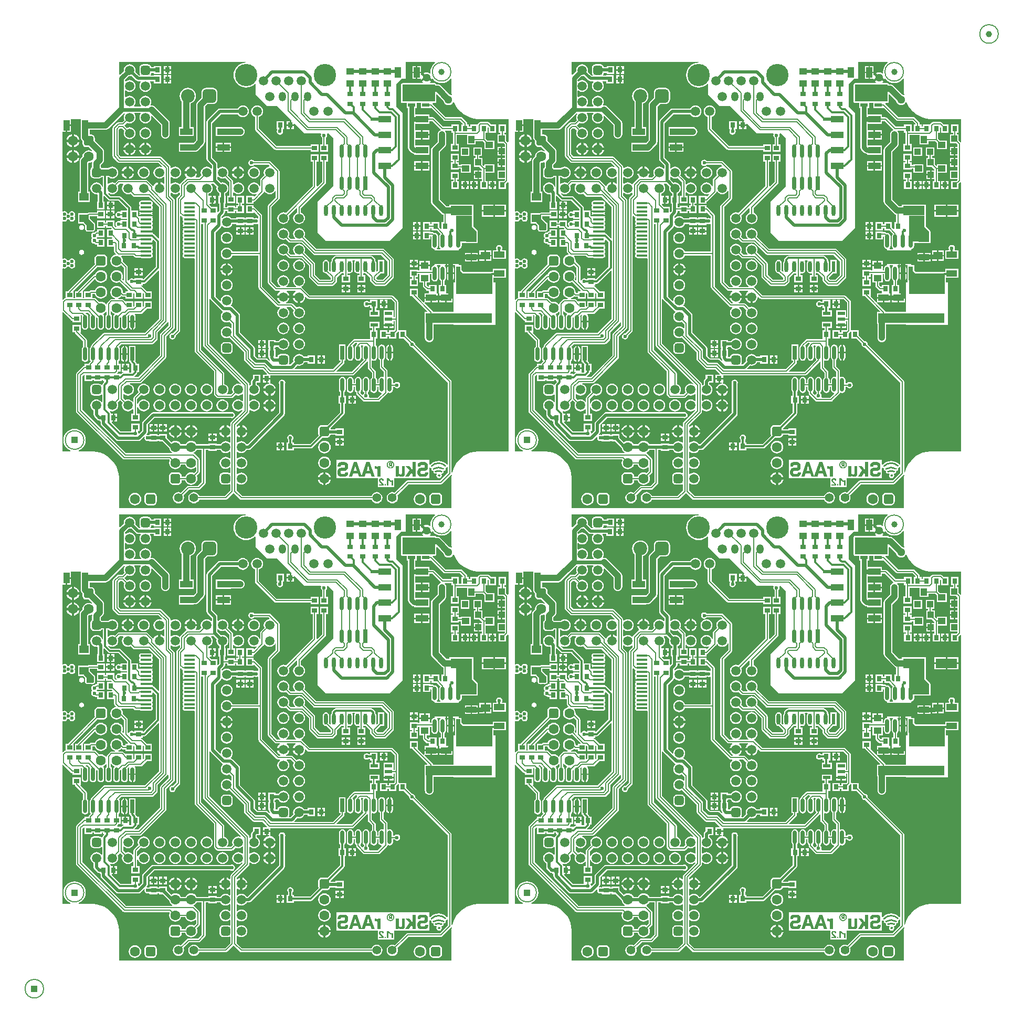
<source format=gbl>
G04*
G04 #@! TF.GenerationSoftware,Altium Limited,Altium Designer,18.1.11 (251)*
G04*
G04 Layer_Physical_Order=2*
G04 Layer_Color=16711680*
%FSLAX24Y24*%
%MOIN*%
G70*
G01*
G75*
%ADD10C,0.0079*%
%ADD11C,0.0394*%
%ADD12R,0.0394X0.0394*%
%ADD13C,0.0100*%
%ADD16R,0.0315X0.0354*%
%ADD18R,0.0709X0.0157*%
%ADD21C,0.0197*%
%ADD22C,0.0394*%
%ADD23C,0.0118*%
%ADD24C,0.0512*%
G04:AMPARAMS|DCode=25|XSize=63mil|YSize=63mil|CornerRadius=15.7mil|HoleSize=0mil|Usage=FLASHONLY|Rotation=270.000|XOffset=0mil|YOffset=0mil|HoleType=Round|Shape=RoundedRectangle|*
%AMROUNDEDRECTD25*
21,1,0.0630,0.0315,0,0,270.0*
21,1,0.0315,0.0630,0,0,270.0*
1,1,0.0315,-0.0157,-0.0157*
1,1,0.0315,-0.0157,0.0157*
1,1,0.0315,0.0157,0.0157*
1,1,0.0315,0.0157,-0.0157*
%
%ADD25ROUNDEDRECTD25*%
%ADD26C,0.0630*%
%ADD27C,0.0591*%
G04:AMPARAMS|DCode=28|XSize=59.1mil|YSize=59.1mil|CornerRadius=14.8mil|HoleSize=0mil|Usage=FLASHONLY|Rotation=0.000|XOffset=0mil|YOffset=0mil|HoleType=Round|Shape=RoundedRectangle|*
%AMROUNDEDRECTD28*
21,1,0.0591,0.0295,0,0,0.0*
21,1,0.0295,0.0591,0,0,0.0*
1,1,0.0295,0.0148,-0.0148*
1,1,0.0295,-0.0148,-0.0148*
1,1,0.0295,-0.0148,0.0148*
1,1,0.0295,0.0148,0.0148*
%
%ADD28ROUNDEDRECTD28*%
G04:AMPARAMS|DCode=29|XSize=59.1mil|YSize=59.1mil|CornerRadius=14.8mil|HoleSize=0mil|Usage=FLASHONLY|Rotation=90.000|XOffset=0mil|YOffset=0mil|HoleType=Round|Shape=RoundedRectangle|*
%AMROUNDEDRECTD29*
21,1,0.0591,0.0295,0,0,90.0*
21,1,0.0295,0.0591,0,0,90.0*
1,1,0.0295,0.0148,0.0148*
1,1,0.0295,0.0148,-0.0148*
1,1,0.0295,-0.0148,-0.0148*
1,1,0.0295,-0.0148,0.0148*
%
%ADD29ROUNDEDRECTD29*%
%ADD30C,0.0551*%
G04:AMPARAMS|DCode=31|XSize=63mil|YSize=63mil|CornerRadius=15.7mil|HoleSize=0mil|Usage=FLASHONLY|Rotation=180.000|XOffset=0mil|YOffset=0mil|HoleType=Round|Shape=RoundedRectangle|*
%AMROUNDEDRECTD31*
21,1,0.0630,0.0315,0,0,180.0*
21,1,0.0315,0.0630,0,0,180.0*
1,1,0.0315,-0.0157,0.0157*
1,1,0.0315,0.0157,0.0157*
1,1,0.0315,0.0157,-0.0157*
1,1,0.0315,-0.0157,-0.0157*
%
%ADD31ROUNDEDRECTD31*%
%ADD32O,0.0472X0.0591*%
%ADD33C,0.1417*%
%ADD34C,0.0866*%
G04:AMPARAMS|DCode=35|XSize=86.6mil|YSize=86.6mil|CornerRadius=21.7mil|HoleSize=0mil|Usage=FLASHONLY|Rotation=90.000|XOffset=0mil|YOffset=0mil|HoleType=Round|Shape=RoundedRectangle|*
%AMROUNDEDRECTD35*
21,1,0.0866,0.0433,0,0,90.0*
21,1,0.0433,0.0866,0,0,90.0*
1,1,0.0433,0.0217,0.0217*
1,1,0.0433,0.0217,-0.0217*
1,1,0.0433,-0.0217,-0.0217*
1,1,0.0433,-0.0217,0.0217*
%
%ADD35ROUNDEDRECTD35*%
%ADD36C,0.0236*%
%ADD37O,0.0256X0.0866*%
%ADD38R,0.0256X0.0866*%
%ADD39R,0.0512X0.0433*%
%ADD40R,0.0354X0.0315*%
%ADD41R,0.2244X0.0630*%
%ADD42R,0.0591X0.0512*%
%ADD43R,0.0394X0.0669*%
%ADD44O,0.0709X0.0157*%
%ADD45R,0.0472X0.0236*%
%ADD46R,0.0472X0.0394*%
%ADD47O,0.0244X0.0701*%
%ADD48R,0.0244X0.0701*%
%ADD49R,0.0394X0.0394*%
%ADD50R,0.0394X0.0472*%
%ADD51R,0.1378X0.0866*%
%ADD52R,0.0787X0.0433*%
%ADD53R,0.0669X0.0394*%
%ADD54R,0.1378X0.0630*%
%ADD55C,0.0295*%
%ADD56C,0.0236*%
%ADD57R,0.1693X0.0866*%
%ADD58R,0.1998X0.0630*%
%ADD59R,0.2067X0.1112*%
G36*
X53661Y56225D02*
Y55433D01*
X53661Y55317D01*
X53677Y55196D01*
X53630Y55173D01*
X53556Y55204D01*
X53533Y55207D01*
X52972Y55767D01*
X52915Y55812D01*
X52848Y55839D01*
X52776Y55849D01*
X52689D01*
Y55856D01*
X52682Y55887D01*
X52665Y55913D01*
X52639Y55930D01*
X52608Y55937D01*
X52307D01*
X52290Y55987D01*
X52329Y56017D01*
X52386Y56091D01*
X52422Y56177D01*
X52425Y56197D01*
X52477Y56212D01*
X52528Y56150D01*
X52636Y56061D01*
X52759Y55996D01*
X52893Y55955D01*
X53032Y55941D01*
X53170Y55955D01*
X53304Y55996D01*
X53427Y56061D01*
X53535Y56150D01*
X53611Y56243D01*
X53661Y56225D01*
D02*
G37*
G36*
X24921D02*
Y55433D01*
X24921Y55317D01*
X24937Y55196D01*
X24890Y55173D01*
X24816Y55204D01*
X24793Y55207D01*
X24232Y55767D01*
X24174Y55812D01*
X24107Y55839D01*
X24035Y55849D01*
X23948D01*
Y55856D01*
X23942Y55887D01*
X23925Y55913D01*
X23899Y55930D01*
X23868Y55937D01*
X23567D01*
X23550Y55987D01*
X23589Y56017D01*
X23646Y56091D01*
X23682Y56177D01*
X23684Y56197D01*
X23737Y56212D01*
X23788Y56150D01*
X23896Y56061D01*
X24019Y55996D01*
X24152Y55955D01*
X24291Y55941D01*
X24430Y55955D01*
X24564Y55996D01*
X24687Y56061D01*
X24795Y56150D01*
X24871Y56243D01*
X24921Y56225D01*
D02*
G37*
G36*
X51713Y54350D02*
X52343D01*
Y54350D01*
X52375Y54364D01*
X53163Y53576D01*
X53202Y53550D01*
X53248Y53541D01*
X53248Y53541D01*
X54202D01*
X54387Y53356D01*
X54366Y53306D01*
X54291D01*
Y52875D01*
X54134D01*
Y53306D01*
X53661D01*
Y53171D01*
X53131D01*
X52567Y53735D01*
X52528Y53761D01*
X52482Y53770D01*
X52482Y53770D01*
X52244D01*
Y53945D01*
X51353D01*
Y54350D01*
X51437D01*
Y54664D01*
X51713D01*
Y54350D01*
D02*
G37*
G36*
X22972D02*
X23602D01*
Y54350D01*
X23635Y54364D01*
X24423Y53576D01*
X24462Y53550D01*
X24508Y53541D01*
X24508Y53541D01*
X25462D01*
X25647Y53356D01*
X25626Y53306D01*
X25551D01*
Y52875D01*
X25394D01*
Y53306D01*
X24921D01*
Y53171D01*
X24391D01*
X23827Y53735D01*
X23788Y53761D01*
X23742Y53770D01*
X23742Y53770D01*
X23504D01*
Y53945D01*
X22613D01*
Y54350D01*
X22697D01*
Y54664D01*
X22972D01*
Y54350D01*
D02*
G37*
G36*
X30118Y53266D02*
X30116Y53248D01*
Y52496D01*
X30125Y52424D01*
X30153Y52357D01*
X30197Y52300D01*
X30220Y52277D01*
Y52114D01*
X30238Y52022D01*
X30290Y51944D01*
X30368Y51892D01*
X30461Y51873D01*
X30623D01*
X30834Y51662D01*
X30806Y51620D01*
X30721Y51655D01*
X30618Y51669D01*
X30515Y51655D01*
X30420Y51616D01*
X30337Y51552D01*
X30274Y51470D01*
X30235Y51374D01*
X30221Y51272D01*
X30221Y51268D01*
X30118Y51165D01*
X30074Y51107D01*
X30046Y51040D01*
X30037Y50968D01*
Y49055D01*
X29941D01*
Y48386D01*
X30689D01*
Y49055D01*
X30593D01*
Y50834D01*
X30618Y50875D01*
X30721Y50888D01*
X30792Y50917D01*
X30838Y50884D01*
X30834Y50856D01*
Y50591D01*
X30801Y50569D01*
X30751Y50494D01*
X30734Y50406D01*
Y50110D01*
X30751Y50022D01*
X30801Y49947D01*
X30876Y49897D01*
X30965Y49879D01*
X31260D01*
X31348Y49897D01*
X31423Y49947D01*
X31445Y49980D01*
X31523D01*
Y49368D01*
X31477Y49356D01*
X31439Y49446D01*
X31379Y49525D01*
X31301Y49585D01*
X31210Y49622D01*
X31112Y49635D01*
X31015Y49622D01*
X30924Y49585D01*
X30845Y49525D01*
X30786Y49446D01*
X30748Y49356D01*
X30735Y49258D01*
X30748Y49160D01*
X30786Y49069D01*
X30845Y48991D01*
X30924Y48931D01*
X31015Y48893D01*
X31112Y48881D01*
X31160Y48887D01*
X31197Y48854D01*
Y48425D01*
X31142D01*
Y47913D01*
X31614D01*
Y48425D01*
X31559D01*
Y48753D01*
X31609Y48773D01*
X31859Y48523D01*
X31905Y48492D01*
X31959Y48482D01*
X32511D01*
X33048Y47944D01*
Y47835D01*
X32638D01*
Y47792D01*
X32588Y47766D01*
X32520Y47779D01*
X32443Y47764D01*
X32378Y47721D01*
X32334Y47656D01*
X32319Y47579D01*
X32334Y47502D01*
X32378Y47437D01*
X32443Y47393D01*
X32520Y47378D01*
X32588Y47392D01*
X32638Y47365D01*
Y47323D01*
X33048D01*
Y47244D01*
X32638D01*
Y47202D01*
X32588Y47175D01*
X32520Y47189D01*
X32443Y47174D01*
X32378Y47130D01*
X32334Y47065D01*
X32319Y46988D01*
X32334Y46911D01*
X32376Y46849D01*
X32373Y46830D01*
X32362Y46797D01*
X32334Y46793D01*
X32244Y46883D01*
Y47205D01*
X31732D01*
Y47089D01*
X31654D01*
Y47205D01*
X31142D01*
Y46732D01*
X31654D01*
Y46848D01*
X31732D01*
Y46732D01*
X32054D01*
X32083Y46697D01*
X32064Y46654D01*
X31772D01*
Y46142D01*
X32093D01*
X32122Y46107D01*
X32104Y46063D01*
X31772D01*
Y45551D01*
X32232D01*
Y45254D01*
X32232Y45254D01*
X32241Y45208D01*
X32267Y45169D01*
X32342Y45094D01*
X32326Y45047D01*
X32297Y45043D01*
X32201Y45003D01*
X32119Y44940D01*
X32056Y44858D01*
X32016Y44762D01*
X32003Y44659D01*
X32016Y44557D01*
X32056Y44461D01*
X32119Y44379D01*
X32201Y44316D01*
X32297Y44276D01*
X32400Y44262D01*
X32502Y44276D01*
X32598Y44316D01*
X32680Y44379D01*
X32685Y44379D01*
X32862Y44202D01*
Y43433D01*
X32816Y43414D01*
X32751Y43479D01*
X32783Y43557D01*
X32797Y43659D01*
X32783Y43762D01*
X32743Y43858D01*
X32680Y43940D01*
X32598Y44003D01*
X32502Y44043D01*
X32400Y44057D01*
X32297Y44043D01*
X32201Y44003D01*
X32119Y43940D01*
X32056Y43858D01*
X32016Y43762D01*
X32003Y43659D01*
X32016Y43557D01*
X32056Y43461D01*
X32119Y43379D01*
X32201Y43316D01*
X32297Y43276D01*
X32400Y43262D01*
X32502Y43276D01*
X32581Y43308D01*
X33116Y42773D01*
X33097Y42726D01*
X32943D01*
Y42611D01*
X32835D01*
X32796Y42650D01*
X32797Y42659D01*
X32783Y42762D01*
X32743Y42858D01*
X32680Y42940D01*
X32598Y43003D01*
X32502Y43043D01*
X32400Y43057D01*
X32297Y43043D01*
X32201Y43003D01*
X32119Y42940D01*
X32056Y42858D01*
X32016Y42762D01*
X32003Y42659D01*
X32016Y42557D01*
X32056Y42461D01*
X32119Y42379D01*
X32201Y42316D01*
X32297Y42276D01*
X32290Y42227D01*
X32067D01*
X32067Y42227D01*
X32021Y42218D01*
X31982Y42191D01*
X31805Y42014D01*
X31779Y41975D01*
X31769Y41929D01*
X31769Y41929D01*
Y41906D01*
X31719Y41889D01*
X31680Y41940D01*
X31598Y42003D01*
X31502Y42043D01*
X31400Y42057D01*
X31297Y42043D01*
X31296Y42043D01*
X31078Y42260D01*
X31039Y42286D01*
X30993Y42296D01*
X30993Y42296D01*
X30846D01*
Y42539D01*
X31023D01*
X31056Y42461D01*
X31119Y42379D01*
X31201Y42316D01*
X31297Y42276D01*
X31400Y42262D01*
X31502Y42276D01*
X31598Y42316D01*
X31680Y42379D01*
X31744Y42461D01*
X31783Y42557D01*
X31797Y42659D01*
X31783Y42762D01*
X31744Y42858D01*
X31680Y42940D01*
X31598Y43003D01*
X31502Y43043D01*
X31400Y43057D01*
X31297Y43043D01*
X31201Y43003D01*
X31119Y42940D01*
X31056Y42858D01*
X31023Y42780D01*
X30760D01*
X30760Y42780D01*
X30714Y42771D01*
X30675Y42745D01*
X30675Y42745D01*
X30656Y42726D01*
X30335D01*
Y42296D01*
X30256D01*
Y42726D01*
X30256Y42726D01*
X30256D01*
X30277Y42767D01*
X30999Y43489D01*
X31048Y43479D01*
X31056Y43461D01*
X31119Y43379D01*
X31201Y43316D01*
X31297Y43276D01*
X31400Y43262D01*
X31502Y43276D01*
X31598Y43316D01*
X31680Y43379D01*
X31744Y43461D01*
X31783Y43557D01*
X31797Y43659D01*
X31783Y43762D01*
X31744Y43858D01*
X31680Y43940D01*
X31598Y44003D01*
X31502Y44043D01*
X31400Y44057D01*
X31297Y44043D01*
X31201Y44003D01*
X31119Y43940D01*
X31056Y43858D01*
X31023Y43780D01*
X30999D01*
X30999Y43780D01*
X30953Y43771D01*
X30914Y43745D01*
X30914Y43745D01*
X29915Y42745D01*
X29902Y42726D01*
X29744D01*
Y42296D01*
X29665D01*
Y42726D01*
X29665Y42726D01*
X29665D01*
X29681Y42771D01*
X31183Y44273D01*
X31242Y44261D01*
X31557D01*
X31649Y44279D01*
X31727Y44332D01*
X31780Y44410D01*
X31798Y44502D01*
Y44817D01*
X31780Y44909D01*
X31727Y44987D01*
X31649Y45039D01*
X31557Y45058D01*
X31242D01*
X31150Y45039D01*
X31072Y44987D01*
X31020Y44909D01*
X31001Y44817D01*
Y44502D01*
X31013Y44443D01*
X29324Y42754D01*
X29306Y42726D01*
X29154D01*
Y42296D01*
X29154Y42296D01*
X29107Y42286D01*
X29068Y42260D01*
X29068Y42260D01*
X28987Y42179D01*
X28937Y42200D01*
Y44152D01*
X28987Y44179D01*
X29008Y44165D01*
X29085Y44150D01*
X29161Y44165D01*
X29227Y44208D01*
X29270Y44274D01*
X29273Y44287D01*
X29321Y44278D01*
X29369Y44287D01*
X29372Y44274D01*
X29415Y44208D01*
X29480Y44165D01*
X29557Y44150D01*
X29634Y44165D01*
X29699Y44208D01*
X29743Y44274D01*
X29758Y44350D01*
X29743Y44427D01*
X29708Y44478D01*
X29743Y44529D01*
X29758Y44606D01*
X29743Y44683D01*
X29699Y44748D01*
X29634Y44792D01*
X29557Y44807D01*
X29480Y44792D01*
X29415Y44748D01*
X29372Y44683D01*
X29369Y44669D01*
X29321Y44679D01*
X29273Y44669D01*
X29270Y44683D01*
X29227Y44748D01*
X29161Y44792D01*
X29085Y44807D01*
X29008Y44792D01*
X28987Y44778D01*
X28937Y44805D01*
Y47144D01*
X28987Y47171D01*
X29008Y47157D01*
X29085Y47142D01*
X29161Y47157D01*
X29227Y47201D01*
X29270Y47266D01*
X29273Y47279D01*
X29321Y47270D01*
X29369Y47279D01*
X29372Y47266D01*
X29415Y47201D01*
X29480Y47157D01*
X29557Y47142D01*
X29634Y47157D01*
X29699Y47201D01*
X29743Y47266D01*
X29758Y47343D01*
X29743Y47419D01*
X29708Y47470D01*
X29743Y47522D01*
X29758Y47598D01*
X29743Y47675D01*
X29699Y47740D01*
X29634Y47784D01*
X29557Y47799D01*
X29480Y47784D01*
X29415Y47740D01*
X29372Y47675D01*
X29369Y47662D01*
X29321Y47671D01*
X29273Y47662D01*
X29270Y47675D01*
X29227Y47740D01*
X29161Y47784D01*
X29085Y47799D01*
X29008Y47784D01*
X28987Y47770D01*
X28937Y47797D01*
Y52835D01*
X29163D01*
Y53248D01*
X29213D01*
Y53297D01*
X29488D01*
Y53661D01*
X30118D01*
Y53266D01*
D02*
G37*
G36*
X1378D02*
X1376Y53248D01*
Y52496D01*
X1385Y52424D01*
X1413Y52357D01*
X1457Y52300D01*
X1480Y52277D01*
Y52114D01*
X1498Y52022D01*
X1550Y51944D01*
X1628Y51892D01*
X1720Y51873D01*
X1883D01*
X2094Y51662D01*
X2066Y51620D01*
X1981Y51655D01*
X1878Y51669D01*
X1775Y51655D01*
X1679Y51616D01*
X1597Y51552D01*
X1534Y51470D01*
X1494Y51374D01*
X1481Y51272D01*
X1481Y51268D01*
X1378Y51165D01*
X1334Y51107D01*
X1306Y51040D01*
X1297Y50968D01*
Y49055D01*
X1201D01*
Y48386D01*
X1949D01*
Y49055D01*
X1853D01*
Y50834D01*
X1878Y50875D01*
X1981Y50888D01*
X2052Y50917D01*
X2098Y50884D01*
X2094Y50856D01*
Y50591D01*
X2061Y50569D01*
X2011Y50494D01*
X1994Y50406D01*
Y50110D01*
X2011Y50022D01*
X2061Y49947D01*
X2136Y49897D01*
X2224Y49879D01*
X2520D01*
X2608Y49897D01*
X2683Y49947D01*
X2705Y49980D01*
X2783D01*
Y49368D01*
X2736Y49356D01*
X2699Y49446D01*
X2639Y49525D01*
X2561Y49585D01*
X2470Y49622D01*
X2372Y49635D01*
X2274Y49622D01*
X2183Y49585D01*
X2105Y49525D01*
X2045Y49446D01*
X2008Y49356D01*
X1995Y49258D01*
X2008Y49160D01*
X2045Y49069D01*
X2105Y48991D01*
X2183Y48931D01*
X2274Y48893D01*
X2372Y48881D01*
X2420Y48887D01*
X2457Y48854D01*
Y48425D01*
X2402D01*
Y47913D01*
X2874D01*
Y48425D01*
X2818D01*
Y48753D01*
X2868Y48773D01*
X3119Y48523D01*
X3165Y48492D01*
X3219Y48482D01*
X3771D01*
X4308Y47944D01*
Y47835D01*
X3898D01*
Y47792D01*
X3848Y47766D01*
X3780Y47779D01*
X3703Y47764D01*
X3638Y47721D01*
X3594Y47656D01*
X3579Y47579D01*
X3594Y47502D01*
X3638Y47437D01*
X3703Y47393D01*
X3780Y47378D01*
X3848Y47392D01*
X3898Y47365D01*
Y47323D01*
X4308D01*
Y47244D01*
X3898D01*
Y47202D01*
X3848Y47175D01*
X3780Y47189D01*
X3703Y47174D01*
X3638Y47130D01*
X3594Y47065D01*
X3579Y46988D01*
X3594Y46911D01*
X3635Y46849D01*
X3632Y46830D01*
X3621Y46797D01*
X3594Y46793D01*
X3504Y46883D01*
Y47205D01*
X2992D01*
Y47089D01*
X2913D01*
Y47205D01*
X2402D01*
Y46732D01*
X2913D01*
Y46848D01*
X2992D01*
Y46732D01*
X3314D01*
X3343Y46697D01*
X3324Y46654D01*
X3031D01*
Y46142D01*
X3353D01*
X3382Y46107D01*
X3363Y46063D01*
X3031D01*
Y45551D01*
X3492D01*
Y45254D01*
X3492Y45254D01*
X3501Y45208D01*
X3527Y45169D01*
X3602Y45094D01*
X3586Y45047D01*
X3557Y45043D01*
X3461Y45003D01*
X3379Y44940D01*
X3316Y44858D01*
X3276Y44762D01*
X3262Y44659D01*
X3276Y44557D01*
X3316Y44461D01*
X3379Y44379D01*
X3461Y44316D01*
X3557Y44276D01*
X3659Y44262D01*
X3762Y44276D01*
X3858Y44316D01*
X3940Y44379D01*
X3945Y44379D01*
X4122Y44202D01*
Y43433D01*
X4076Y43414D01*
X4011Y43479D01*
X4043Y43557D01*
X4057Y43659D01*
X4043Y43762D01*
X4003Y43858D01*
X3940Y43940D01*
X3858Y44003D01*
X3762Y44043D01*
X3659Y44057D01*
X3557Y44043D01*
X3461Y44003D01*
X3379Y43940D01*
X3316Y43858D01*
X3276Y43762D01*
X3262Y43659D01*
X3276Y43557D01*
X3316Y43461D01*
X3379Y43379D01*
X3461Y43316D01*
X3557Y43276D01*
X3659Y43262D01*
X3762Y43276D01*
X3840Y43308D01*
X4376Y42773D01*
X4357Y42726D01*
X4203D01*
Y42611D01*
X4095D01*
X4055Y42650D01*
X4057Y42659D01*
X4043Y42762D01*
X4003Y42858D01*
X3940Y42940D01*
X3858Y43003D01*
X3762Y43043D01*
X3659Y43057D01*
X3557Y43043D01*
X3461Y43003D01*
X3379Y42940D01*
X3316Y42858D01*
X3276Y42762D01*
X3262Y42659D01*
X3276Y42557D01*
X3316Y42461D01*
X3379Y42379D01*
X3461Y42316D01*
X3557Y42276D01*
X3549Y42227D01*
X3327D01*
X3327Y42227D01*
X3281Y42218D01*
X3242Y42191D01*
X3064Y42014D01*
X3038Y41975D01*
X3029Y41929D01*
X3029Y41929D01*
Y41906D01*
X2979Y41889D01*
X2940Y41940D01*
X2858Y42003D01*
X2762Y42043D01*
X2659Y42057D01*
X2557Y42043D01*
X2556Y42043D01*
X2338Y42260D01*
X2299Y42286D01*
X2253Y42296D01*
X2253Y42296D01*
X2106D01*
Y42539D01*
X2283D01*
X2316Y42461D01*
X2379Y42379D01*
X2461Y42316D01*
X2557Y42276D01*
X2659Y42262D01*
X2762Y42276D01*
X2858Y42316D01*
X2940Y42379D01*
X3003Y42461D01*
X3043Y42557D01*
X3057Y42659D01*
X3043Y42762D01*
X3003Y42858D01*
X2940Y42940D01*
X2858Y43003D01*
X2762Y43043D01*
X2659Y43057D01*
X2557Y43043D01*
X2461Y43003D01*
X2379Y42940D01*
X2316Y42858D01*
X2283Y42780D01*
X2020D01*
X2020Y42780D01*
X1974Y42771D01*
X1935Y42745D01*
X1935Y42745D01*
X1916Y42726D01*
X1594D01*
Y42296D01*
X1516D01*
Y42726D01*
X1516Y42726D01*
X1516D01*
X1537Y42767D01*
X2259Y43489D01*
X2308Y43479D01*
X2316Y43461D01*
X2379Y43379D01*
X2461Y43316D01*
X2557Y43276D01*
X2659Y43262D01*
X2762Y43276D01*
X2858Y43316D01*
X2940Y43379D01*
X3003Y43461D01*
X3043Y43557D01*
X3057Y43659D01*
X3043Y43762D01*
X3003Y43858D01*
X2940Y43940D01*
X2858Y44003D01*
X2762Y44043D01*
X2659Y44057D01*
X2557Y44043D01*
X2461Y44003D01*
X2379Y43940D01*
X2316Y43858D01*
X2283Y43780D01*
X2259D01*
X2259Y43780D01*
X2213Y43771D01*
X2174Y43745D01*
X2174Y43745D01*
X1175Y42745D01*
X1162Y42726D01*
X1004D01*
Y42296D01*
X925D01*
Y42726D01*
X925Y42726D01*
X925D01*
X941Y42771D01*
X2443Y44273D01*
X2502Y44261D01*
X2817D01*
X2909Y44279D01*
X2987Y44332D01*
X3039Y44410D01*
X3058Y44502D01*
Y44817D01*
X3039Y44909D01*
X2987Y44987D01*
X2909Y45039D01*
X2817Y45058D01*
X2502D01*
X2410Y45039D01*
X2332Y44987D01*
X2279Y44909D01*
X2261Y44817D01*
Y44502D01*
X2273Y44443D01*
X584Y42754D01*
X565Y42726D01*
X413D01*
Y42296D01*
X413Y42296D01*
X367Y42286D01*
X328Y42260D01*
X328Y42260D01*
X247Y42179D01*
X197Y42200D01*
Y44152D01*
X247Y44179D01*
X268Y44165D01*
X344Y44150D01*
X421Y44165D01*
X486Y44208D01*
X530Y44274D01*
X533Y44287D01*
X581Y44278D01*
X629Y44287D01*
X632Y44274D01*
X675Y44208D01*
X740Y44165D01*
X817Y44150D01*
X894Y44165D01*
X959Y44208D01*
X1002Y44274D01*
X1018Y44350D01*
X1002Y44427D01*
X968Y44478D01*
X1002Y44529D01*
X1018Y44606D01*
X1002Y44683D01*
X959Y44748D01*
X894Y44792D01*
X817Y44807D01*
X740Y44792D01*
X675Y44748D01*
X632Y44683D01*
X629Y44669D01*
X581Y44679D01*
X533Y44669D01*
X530Y44683D01*
X486Y44748D01*
X421Y44792D01*
X344Y44807D01*
X268Y44792D01*
X247Y44778D01*
X197Y44805D01*
Y47144D01*
X247Y47171D01*
X268Y47157D01*
X344Y47142D01*
X421Y47157D01*
X486Y47201D01*
X530Y47266D01*
X533Y47279D01*
X581Y47270D01*
X629Y47279D01*
X632Y47266D01*
X675Y47201D01*
X740Y47157D01*
X817Y47142D01*
X894Y47157D01*
X959Y47201D01*
X1002Y47266D01*
X1018Y47343D01*
X1002Y47419D01*
X968Y47470D01*
X1002Y47522D01*
X1018Y47598D01*
X1002Y47675D01*
X959Y47740D01*
X894Y47784D01*
X817Y47799D01*
X740Y47784D01*
X675Y47740D01*
X632Y47675D01*
X629Y47662D01*
X581Y47671D01*
X533Y47662D01*
X530Y47675D01*
X486Y47740D01*
X421Y47784D01*
X344Y47799D01*
X268Y47784D01*
X247Y47770D01*
X197Y47797D01*
Y52835D01*
X423D01*
Y53248D01*
X472D01*
Y53297D01*
X748D01*
Y53661D01*
X1378D01*
Y53266D01*
D02*
G37*
G36*
X32886Y54023D02*
X32907Y53969D01*
X32892Y53948D01*
X32854Y53857D01*
X32841Y53760D01*
X32854Y53662D01*
X32882Y53594D01*
X32745Y53457D01*
X32504D01*
X32458Y53448D01*
X32419Y53422D01*
X32419Y53422D01*
X32163Y53166D01*
X32137Y53127D01*
X32128Y53081D01*
X32128Y53081D01*
Y51299D01*
X32128Y51299D01*
X32137Y51253D01*
X32163Y51214D01*
X32468Y50909D01*
X32507Y50883D01*
X32553Y50874D01*
X35049D01*
X35271Y50651D01*
X35243Y50609D01*
X35210Y50622D01*
X35112Y50635D01*
X35015Y50622D01*
X34924Y50585D01*
X34845Y50525D01*
X34786Y50446D01*
X34748Y50356D01*
X34735Y50258D01*
X34748Y50160D01*
X34786Y50069D01*
X34845Y49991D01*
X34924Y49931D01*
X35015Y49893D01*
X35112Y49881D01*
X35210Y49893D01*
X35301Y49931D01*
X35371Y49985D01*
X35421Y49971D01*
Y49580D01*
X35371Y49556D01*
X35311Y49602D01*
X35215Y49641D01*
X35191Y49645D01*
Y49258D01*
X35033D01*
Y49645D01*
X35009Y49641D01*
X34914Y49602D01*
X34831Y49539D01*
X34768Y49456D01*
X34757Y49430D01*
X34701Y49424D01*
X34701Y49424D01*
X34369Y49756D01*
X34330Y49783D01*
X34283Y49792D01*
X34283Y49792D01*
X32526D01*
X32480Y49783D01*
X32440Y49756D01*
X32278Y49594D01*
X32210Y49622D01*
X32112Y49635D01*
X32015Y49622D01*
X31924Y49585D01*
X31854Y49531D01*
X31804Y49545D01*
Y49980D01*
X31860D01*
X31924Y49931D01*
X32015Y49893D01*
X32112Y49881D01*
X32210Y49893D01*
X32301Y49931D01*
X32379Y49991D01*
X32439Y50069D01*
X32477Y50160D01*
X32489Y50258D01*
X32477Y50356D01*
X32439Y50446D01*
X32379Y50525D01*
X32301Y50585D01*
X32210Y50622D01*
X32112Y50635D01*
X32015Y50622D01*
X31924Y50585D01*
X31860Y50536D01*
X31445D01*
X31423Y50569D01*
X31390Y50591D01*
Y50741D01*
X31506Y50857D01*
X31550Y50914D01*
X31578Y50981D01*
X31587Y51053D01*
Y51581D01*
X31578Y51653D01*
X31550Y51720D01*
X31506Y51777D01*
X31016Y52266D01*
Y52429D01*
X30998Y52521D01*
X30946Y52599D01*
X30868Y52652D01*
X30776Y52670D01*
X30672D01*
Y52970D01*
X31693D01*
X31765Y52980D01*
X31832Y53007D01*
X31889Y53052D01*
X32864Y54026D01*
X32886Y54023D01*
D02*
G37*
G36*
X4146D02*
X4167Y53969D01*
X4152Y53948D01*
X4114Y53857D01*
X4101Y53760D01*
X4114Y53662D01*
X4142Y53594D01*
X4005Y53457D01*
X3764D01*
X3717Y53448D01*
X3678Y53422D01*
X3678Y53422D01*
X3423Y53166D01*
X3397Y53127D01*
X3388Y53081D01*
X3388Y53081D01*
Y51299D01*
X3388Y51299D01*
X3397Y51253D01*
X3423Y51214D01*
X3728Y50909D01*
X3767Y50883D01*
X3813Y50874D01*
X6308D01*
X6531Y50651D01*
X6503Y50609D01*
X6470Y50622D01*
X6372Y50635D01*
X6274Y50622D01*
X6183Y50585D01*
X6105Y50525D01*
X6045Y50446D01*
X6008Y50356D01*
X5995Y50258D01*
X6008Y50160D01*
X6045Y50069D01*
X6105Y49991D01*
X6183Y49931D01*
X6274Y49893D01*
X6372Y49881D01*
X6470Y49893D01*
X6561Y49931D01*
X6631Y49985D01*
X6681Y49971D01*
Y49580D01*
X6631Y49556D01*
X6571Y49602D01*
X6475Y49641D01*
X6451Y49645D01*
Y49258D01*
X6293D01*
Y49645D01*
X6269Y49641D01*
X6173Y49602D01*
X6091Y49539D01*
X6028Y49456D01*
X6017Y49430D01*
X5961Y49424D01*
X5961Y49424D01*
X5628Y49756D01*
X5589Y49783D01*
X5543Y49792D01*
X5543Y49792D01*
X3785D01*
X3739Y49783D01*
X3700Y49756D01*
X3538Y49594D01*
X3470Y49622D01*
X3372Y49635D01*
X3274Y49622D01*
X3183Y49585D01*
X3114Y49531D01*
X3064Y49545D01*
Y49980D01*
X3120D01*
X3183Y49931D01*
X3274Y49893D01*
X3372Y49881D01*
X3470Y49893D01*
X3561Y49931D01*
X3639Y49991D01*
X3699Y50069D01*
X3736Y50160D01*
X3749Y50258D01*
X3736Y50356D01*
X3699Y50446D01*
X3639Y50525D01*
X3561Y50585D01*
X3470Y50622D01*
X3372Y50635D01*
X3274Y50622D01*
X3183Y50585D01*
X3120Y50536D01*
X2705D01*
X2683Y50569D01*
X2650Y50591D01*
Y50741D01*
X2765Y50857D01*
X2810Y50914D01*
X2837Y50981D01*
X2847Y51053D01*
Y51581D01*
X2837Y51653D01*
X2810Y51720D01*
X2765Y51777D01*
X2276Y52266D01*
Y52429D01*
X2258Y52521D01*
X2206Y52599D01*
X2128Y52652D01*
X2035Y52670D01*
X1931D01*
Y52970D01*
X2953D01*
X3025Y52980D01*
X3092Y53007D01*
X3149Y53052D01*
X4124Y54026D01*
X4146Y54023D01*
D02*
G37*
G36*
X36415Y48961D02*
Y48859D01*
X36224Y48668D01*
X36198Y48629D01*
X36189Y48583D01*
X36189Y48583D01*
Y40266D01*
X35970Y40048D01*
X35945Y40053D01*
X35868Y40038D01*
X35803Y39994D01*
X35759Y39929D01*
X35744Y39852D01*
X35759Y39776D01*
X35803Y39710D01*
X35868Y39667D01*
X35945Y39652D01*
X36022Y39667D01*
X36087Y39710D01*
X36130Y39776D01*
X36146Y39852D01*
X36141Y39878D01*
X36394Y40131D01*
X36394Y40131D01*
X36420Y40170D01*
X36429Y40217D01*
Y47488D01*
X36476Y47508D01*
X36529Y47454D01*
X36529Y47454D01*
X36568Y47428D01*
X36579Y47426D01*
X36601Y47371D01*
X36584Y47345D01*
X36572Y47283D01*
X36584Y47222D01*
X36604Y47192D01*
X36615Y47156D01*
X36604Y47119D01*
X36584Y47089D01*
X36572Y47028D01*
X36584Y46966D01*
X36619Y46914D01*
Y46885D01*
X36584Y46833D01*
X36582Y46821D01*
X37008D01*
Y46722D01*
X36582D01*
X36584Y46710D01*
X36604Y46680D01*
X36615Y46644D01*
X36604Y46608D01*
X36584Y46577D01*
X36572Y46516D01*
X36584Y46454D01*
X36619Y46402D01*
Y46373D01*
X36584Y46321D01*
X36572Y46260D01*
X36584Y46198D01*
X36604Y46168D01*
X36615Y46132D01*
X36604Y46096D01*
X36584Y46065D01*
X36572Y46004D01*
X36584Y45942D01*
X36619Y45890D01*
Y45862D01*
X36584Y45809D01*
X36572Y45748D01*
X36584Y45687D01*
X36604Y45656D01*
X36615Y45620D01*
X36604Y45584D01*
X36584Y45554D01*
X36572Y45492D01*
X36584Y45431D01*
X36619Y45379D01*
Y45350D01*
X36584Y45298D01*
X36572Y45236D01*
X36584Y45175D01*
X36604Y45144D01*
X36615Y45108D01*
X36604Y45072D01*
X36584Y45042D01*
X36572Y44980D01*
X36584Y44919D01*
X36619Y44867D01*
X36671Y44832D01*
X36732Y44820D01*
X37283D01*
X37320Y44827D01*
X37370Y44793D01*
Y38891D01*
X37370Y38891D01*
X37379Y38845D01*
X37405Y38806D01*
X38578Y37633D01*
Y36183D01*
X38578Y36183D01*
X38588Y36137D01*
X38614Y36098D01*
X38744Y35968D01*
X38783Y35942D01*
X38829Y35933D01*
X38829Y35933D01*
X39699D01*
X39699Y35933D01*
X39745Y35942D01*
X39784Y35968D01*
X39946Y36130D01*
X40015Y36102D01*
X40112Y36089D01*
X40210Y36102D01*
X40301Y36140D01*
X40371Y36194D01*
X40421Y36180D01*
Y35753D01*
X40371Y35739D01*
X40301Y35793D01*
X40210Y35831D01*
X40112Y35844D01*
X40015Y35831D01*
X39924Y35793D01*
X39845Y35733D01*
X39786Y35655D01*
X39748Y35564D01*
X39735Y35467D01*
X39748Y35369D01*
X39786Y35278D01*
X39845Y35200D01*
X39924Y35140D01*
X40015Y35102D01*
X40112Y35089D01*
X40210Y35102D01*
X40301Y35140D01*
X40365Y35189D01*
X40399Y35152D01*
X39650Y34403D01*
X39624Y34364D01*
X39615Y34318D01*
X39615Y34318D01*
Y34151D01*
X39565Y34126D01*
X39512Y34167D01*
X39416Y34206D01*
X39392Y34210D01*
Y33823D01*
Y33436D01*
X39416Y33439D01*
X39512Y33479D01*
X39565Y33520D01*
X39615Y33495D01*
Y33122D01*
X39565Y33101D01*
X39502Y33150D01*
X39411Y33187D01*
X39313Y33200D01*
X39215Y33187D01*
X39124Y33150D01*
X39046Y33090D01*
X38986Y33011D01*
X38983Y33003D01*
X38740D01*
Y33061D01*
X38228D01*
Y33003D01*
X37479D01*
X37470Y33025D01*
X37407Y33108D01*
X37325Y33171D01*
X37229Y33210D01*
X37126Y33224D01*
X37023Y33210D01*
X36927Y33171D01*
X36845Y33108D01*
X36782Y33025D01*
X36773Y33003D01*
X36479D01*
X36470Y33025D01*
X36407Y33108D01*
X36325Y33171D01*
X36229Y33210D01*
X36126Y33224D01*
X36023Y33210D01*
X35927Y33171D01*
X35869Y33126D01*
X35591Y33405D01*
Y33642D01*
X35079D01*
Y33586D01*
X35000D01*
Y33642D01*
X34488D01*
Y33619D01*
X34438Y33593D01*
X34370Y33606D01*
X34319Y33596D01*
X34294Y33642D01*
X34321Y33669D01*
X34360Y33727D01*
X34374Y33796D01*
Y34246D01*
X34799Y34672D01*
X39631D01*
X39638Y34667D01*
X39715Y34652D01*
X39791Y34667D01*
X39856Y34710D01*
X39900Y34776D01*
X39915Y34852D01*
X39900Y34929D01*
X39856Y34994D01*
X39791Y35038D01*
X39715Y35053D01*
X39638Y35038D01*
X39631Y35033D01*
X34724D01*
X34655Y35019D01*
X34597Y34980D01*
X34065Y34449D01*
X34026Y34390D01*
X34012Y34321D01*
Y33871D01*
X33832Y33691D01*
X33778Y33708D01*
X33768Y33758D01*
X33741Y33798D01*
X33768Y33848D01*
X33839D01*
Y34321D01*
X33327D01*
Y33848D01*
X33288Y33822D01*
X32647D01*
X32076Y34393D01*
X32095Y34439D01*
X32146D01*
Y34695D01*
Y34951D01*
X32020D01*
Y34961D01*
X32010Y35014D01*
X31979Y35060D01*
X31975Y35065D01*
X32003Y35107D01*
X32015Y35102D01*
X32112Y35089D01*
X32210Y35102D01*
X32301Y35140D01*
X32379Y35200D01*
X32439Y35278D01*
X32477Y35369D01*
X32489Y35467D01*
X32477Y35564D01*
X32448Y35632D01*
X32612Y35796D01*
X32776Y35632D01*
X32748Y35564D01*
X32735Y35467D01*
X32748Y35369D01*
X32786Y35278D01*
X32845Y35200D01*
X32924Y35140D01*
X33015Y35102D01*
X33112Y35089D01*
X33210Y35102D01*
X33301Y35140D01*
X33379Y35200D01*
X33412Y35243D01*
X33462Y35226D01*
Y34951D01*
X33327D01*
Y34478D01*
X33839D01*
Y34951D01*
X33703D01*
Y35346D01*
X33753Y35356D01*
X33786Y35278D01*
X33845Y35200D01*
X33924Y35140D01*
X34015Y35102D01*
X34112Y35089D01*
X34210Y35102D01*
X34301Y35140D01*
X34379Y35200D01*
X34439Y35278D01*
X34477Y35369D01*
X34489Y35467D01*
X34477Y35564D01*
X34439Y35655D01*
X34379Y35733D01*
X34301Y35793D01*
X34210Y35831D01*
X34112Y35844D01*
X34015Y35831D01*
X33924Y35793D01*
X33845Y35733D01*
X33786Y35655D01*
X33753Y35577D01*
X33703Y35587D01*
Y35887D01*
X33946Y36130D01*
X34015Y36102D01*
X34112Y36089D01*
X34210Y36102D01*
X34301Y36140D01*
X34379Y36200D01*
X34439Y36278D01*
X34477Y36369D01*
X34489Y36467D01*
X34477Y36564D01*
X34439Y36655D01*
X34379Y36733D01*
X34301Y36793D01*
X34210Y36831D01*
X34112Y36844D01*
X34015Y36831D01*
X33924Y36793D01*
X33845Y36733D01*
X33786Y36655D01*
X33748Y36564D01*
X33735Y36467D01*
X33748Y36369D01*
X33776Y36301D01*
X33498Y36022D01*
X33471Y35983D01*
X33462Y35937D01*
X33462Y35937D01*
Y35707D01*
X33412Y35690D01*
X33379Y35733D01*
X33301Y35793D01*
X33210Y35831D01*
X33112Y35844D01*
X33015Y35831D01*
X32946Y35803D01*
X32807Y35942D01*
Y36173D01*
X32857Y36191D01*
X32924Y36140D01*
X33015Y36102D01*
X33112Y36089D01*
X33210Y36102D01*
X33301Y36140D01*
X33379Y36200D01*
X33439Y36278D01*
X33477Y36369D01*
X33489Y36467D01*
X33477Y36564D01*
X33439Y36655D01*
X33379Y36733D01*
X33301Y36793D01*
X33228Y36823D01*
X33238Y36873D01*
X33880D01*
X33880Y36873D01*
X33926Y36883D01*
X33965Y36909D01*
X35506Y38450D01*
X35506Y38450D01*
X35532Y38489D01*
X35541Y38535D01*
Y39833D01*
X36050Y40342D01*
X36076Y40381D01*
X36085Y40427D01*
X36085Y40427D01*
Y48481D01*
X36085Y48481D01*
X36076Y48527D01*
X36050Y48566D01*
X35819Y48796D01*
Y48948D01*
X35869Y48973D01*
X35924Y48931D01*
X36015Y48893D01*
X36112Y48881D01*
X36210Y48893D01*
X36301Y48931D01*
X36365Y48980D01*
X36415Y48961D01*
D02*
G37*
G36*
X32827Y49501D02*
X32786Y49446D01*
X32748Y49356D01*
X32735Y49258D01*
X32748Y49160D01*
X32786Y49069D01*
X32845Y48991D01*
X32924Y48931D01*
X33015Y48893D01*
X33112Y48881D01*
X33210Y48893D01*
X33278Y48922D01*
X33446Y48753D01*
X33446Y48753D01*
X33485Y48727D01*
X33531Y48718D01*
X33531Y48718D01*
X34452D01*
X35092Y48078D01*
Y46098D01*
X35046Y46078D01*
X34765Y46359D01*
X34719Y46390D01*
X34696Y46394D01*
X34672Y46449D01*
X34676Y46454D01*
X34678Y46467D01*
X34252D01*
Y46565D01*
X34678D01*
X34676Y46577D01*
X34656Y46608D01*
X34645Y46644D01*
X34656Y46680D01*
X34676Y46710D01*
X34688Y46772D01*
X34676Y46833D01*
X34641Y46885D01*
Y46914D01*
X34676Y46966D01*
X34688Y47028D01*
X34676Y47089D01*
X34656Y47119D01*
X34645Y47156D01*
X34656Y47192D01*
X34676Y47222D01*
X34688Y47283D01*
X34676Y47345D01*
X34641Y47397D01*
Y47426D01*
X34676Y47478D01*
X34678Y47490D01*
X34252D01*
X33805D01*
X33778Y47475D01*
X33740Y47513D01*
Y47835D01*
X33329D01*
Y48002D01*
X33319Y48056D01*
X33288Y48101D01*
X32668Y48721D01*
X32623Y48752D01*
X32569Y48763D01*
X32017D01*
X31871Y48909D01*
X31904Y48946D01*
X31924Y48931D01*
X32015Y48893D01*
X32112Y48881D01*
X32210Y48893D01*
X32301Y48931D01*
X32379Y48991D01*
X32439Y49069D01*
X32477Y49160D01*
X32489Y49258D01*
X32477Y49356D01*
X32448Y49424D01*
X32575Y49551D01*
X32803D01*
X32827Y49501D01*
D02*
G37*
G36*
X7675Y48961D02*
Y48859D01*
X7484Y48668D01*
X7458Y48629D01*
X7448Y48583D01*
X7448Y48583D01*
Y40266D01*
X7230Y40048D01*
X7205Y40053D01*
X7128Y40038D01*
X7063Y39994D01*
X7019Y39929D01*
X7004Y39852D01*
X7019Y39776D01*
X7063Y39710D01*
X7128Y39667D01*
X7205Y39652D01*
X7282Y39667D01*
X7347Y39710D01*
X7390Y39776D01*
X7405Y39852D01*
X7400Y39878D01*
X7654Y40131D01*
X7654Y40131D01*
X7680Y40170D01*
X7689Y40217D01*
Y47488D01*
X7736Y47508D01*
X7789Y47454D01*
X7789Y47454D01*
X7828Y47428D01*
X7839Y47426D01*
X7861Y47371D01*
X7844Y47345D01*
X7832Y47283D01*
X7844Y47222D01*
X7864Y47192D01*
X7874Y47156D01*
X7864Y47119D01*
X7844Y47089D01*
X7832Y47028D01*
X7844Y46966D01*
X7879Y46914D01*
Y46885D01*
X7844Y46833D01*
X7841Y46821D01*
X8268D01*
Y46722D01*
X7841D01*
X7844Y46710D01*
X7864Y46680D01*
X7874Y46644D01*
X7864Y46608D01*
X7844Y46577D01*
X7832Y46516D01*
X7844Y46454D01*
X7879Y46402D01*
Y46373D01*
X7844Y46321D01*
X7832Y46260D01*
X7844Y46198D01*
X7864Y46168D01*
X7874Y46132D01*
X7864Y46096D01*
X7844Y46065D01*
X7832Y46004D01*
X7844Y45942D01*
X7879Y45890D01*
Y45862D01*
X7844Y45809D01*
X7832Y45748D01*
X7844Y45687D01*
X7864Y45656D01*
X7874Y45620D01*
X7864Y45584D01*
X7844Y45554D01*
X7832Y45492D01*
X7844Y45431D01*
X7879Y45379D01*
Y45350D01*
X7844Y45298D01*
X7832Y45236D01*
X7844Y45175D01*
X7864Y45144D01*
X7874Y45108D01*
X7864Y45072D01*
X7844Y45042D01*
X7832Y44980D01*
X7844Y44919D01*
X7879Y44867D01*
X7931Y44832D01*
X7992Y44820D01*
X8543D01*
X8580Y44827D01*
X8630Y44793D01*
Y38891D01*
X8630Y38891D01*
X8639Y38845D01*
X8665Y38806D01*
X9838Y37633D01*
Y36183D01*
X9838Y36183D01*
X9847Y36137D01*
X9874Y36098D01*
X10003Y35968D01*
X10043Y35942D01*
X10089Y35933D01*
X10089Y35933D01*
X10959D01*
X10959Y35933D01*
X11005Y35942D01*
X11044Y35968D01*
X11206Y36130D01*
X11274Y36102D01*
X11372Y36089D01*
X11470Y36102D01*
X11561Y36140D01*
X11631Y36194D01*
X11681Y36180D01*
Y35753D01*
X11631Y35739D01*
X11561Y35793D01*
X11470Y35831D01*
X11372Y35844D01*
X11274Y35831D01*
X11183Y35793D01*
X11105Y35733D01*
X11045Y35655D01*
X11008Y35564D01*
X10995Y35467D01*
X11008Y35369D01*
X11045Y35278D01*
X11105Y35200D01*
X11183Y35140D01*
X11274Y35102D01*
X11372Y35089D01*
X11470Y35102D01*
X11561Y35140D01*
X11625Y35189D01*
X11658Y35152D01*
X10910Y34403D01*
X10884Y34364D01*
X10874Y34318D01*
X10874Y34318D01*
Y34151D01*
X10824Y34126D01*
X10771Y34167D01*
X10676Y34206D01*
X10652Y34210D01*
Y33823D01*
Y33436D01*
X10676Y33439D01*
X10771Y33479D01*
X10824Y33520D01*
X10874Y33495D01*
Y33122D01*
X10824Y33101D01*
X10761Y33150D01*
X10670Y33187D01*
X10573Y33200D01*
X10475Y33187D01*
X10384Y33150D01*
X10306Y33090D01*
X10246Y33011D01*
X10243Y33003D01*
X10000D01*
Y33061D01*
X9488D01*
Y33003D01*
X8739D01*
X8730Y33025D01*
X8667Y33108D01*
X8584Y33171D01*
X8489Y33210D01*
X8386Y33224D01*
X8283Y33210D01*
X8187Y33171D01*
X8105Y33108D01*
X8042Y33025D01*
X8033Y33003D01*
X7739D01*
X7730Y33025D01*
X7667Y33108D01*
X7584Y33171D01*
X7489Y33210D01*
X7386Y33224D01*
X7283Y33210D01*
X7187Y33171D01*
X7129Y33126D01*
X6850Y33405D01*
Y33642D01*
X6339D01*
Y33586D01*
X6260D01*
Y33642D01*
X5748D01*
Y33619D01*
X5698Y33593D01*
X5630Y33606D01*
X5579Y33596D01*
X5554Y33642D01*
X5580Y33669D01*
X5620Y33727D01*
X5633Y33796D01*
Y34246D01*
X6059Y34672D01*
X10890D01*
X10898Y34667D01*
X10974Y34652D01*
X11051Y34667D01*
X11116Y34710D01*
X11160Y34776D01*
X11175Y34852D01*
X11160Y34929D01*
X11116Y34994D01*
X11051Y35038D01*
X10974Y35053D01*
X10898Y35038D01*
X10890Y35033D01*
X5984D01*
X5915Y35019D01*
X5857Y34980D01*
X5325Y34449D01*
X5286Y34390D01*
X5272Y34321D01*
Y33871D01*
X5092Y33691D01*
X5038Y33708D01*
X5028Y33758D01*
X5001Y33798D01*
X5028Y33848D01*
X5098D01*
Y34321D01*
X4587D01*
Y33848D01*
X4548Y33822D01*
X3907D01*
X3335Y34393D01*
X3355Y34439D01*
X3406D01*
Y34695D01*
Y34951D01*
X3280D01*
Y34961D01*
X3270Y35014D01*
X3239Y35060D01*
X3235Y35065D01*
X3263Y35107D01*
X3274Y35102D01*
X3372Y35089D01*
X3470Y35102D01*
X3561Y35140D01*
X3639Y35200D01*
X3699Y35278D01*
X3736Y35369D01*
X3749Y35467D01*
X3736Y35564D01*
X3708Y35632D01*
X3872Y35796D01*
X4036Y35632D01*
X4008Y35564D01*
X3995Y35467D01*
X4008Y35369D01*
X4045Y35278D01*
X4105Y35200D01*
X4183Y35140D01*
X4274Y35102D01*
X4372Y35089D01*
X4470Y35102D01*
X4561Y35140D01*
X4639Y35200D01*
X4672Y35243D01*
X4722Y35226D01*
Y34951D01*
X4587D01*
Y34478D01*
X5098D01*
Y34951D01*
X4963D01*
Y35346D01*
X5013Y35356D01*
X5045Y35278D01*
X5105Y35200D01*
X5183Y35140D01*
X5274Y35102D01*
X5372Y35089D01*
X5470Y35102D01*
X5561Y35140D01*
X5639Y35200D01*
X5699Y35278D01*
X5736Y35369D01*
X5749Y35467D01*
X5736Y35564D01*
X5699Y35655D01*
X5639Y35733D01*
X5561Y35793D01*
X5470Y35831D01*
X5372Y35844D01*
X5274Y35831D01*
X5183Y35793D01*
X5105Y35733D01*
X5045Y35655D01*
X5013Y35577D01*
X4963Y35587D01*
Y35887D01*
X5206Y36130D01*
X5274Y36102D01*
X5372Y36089D01*
X5470Y36102D01*
X5561Y36140D01*
X5639Y36200D01*
X5699Y36278D01*
X5736Y36369D01*
X5749Y36467D01*
X5736Y36564D01*
X5699Y36655D01*
X5639Y36733D01*
X5561Y36793D01*
X5470Y36831D01*
X5372Y36844D01*
X5274Y36831D01*
X5183Y36793D01*
X5105Y36733D01*
X5045Y36655D01*
X5008Y36564D01*
X4995Y36467D01*
X5008Y36369D01*
X5036Y36301D01*
X4757Y36022D01*
X4731Y35983D01*
X4722Y35937D01*
X4722Y35937D01*
Y35707D01*
X4672Y35690D01*
X4639Y35733D01*
X4561Y35793D01*
X4470Y35831D01*
X4372Y35844D01*
X4274Y35831D01*
X4206Y35803D01*
X4067Y35942D01*
Y36173D01*
X4117Y36191D01*
X4183Y36140D01*
X4274Y36102D01*
X4372Y36089D01*
X4470Y36102D01*
X4561Y36140D01*
X4639Y36200D01*
X4699Y36278D01*
X4736Y36369D01*
X4749Y36467D01*
X4736Y36564D01*
X4699Y36655D01*
X4639Y36733D01*
X4561Y36793D01*
X4488Y36823D01*
X4498Y36873D01*
X5140D01*
X5140Y36873D01*
X5186Y36883D01*
X5225Y36909D01*
X6766Y38450D01*
X6766Y38450D01*
X6792Y38489D01*
X6801Y38535D01*
Y39833D01*
X7310Y40342D01*
X7336Y40381D01*
X7345Y40427D01*
X7345Y40427D01*
Y48481D01*
X7345Y48481D01*
X7336Y48527D01*
X7310Y48566D01*
X7079Y48796D01*
Y48948D01*
X7129Y48973D01*
X7183Y48931D01*
X7274Y48893D01*
X7372Y48881D01*
X7470Y48893D01*
X7561Y48931D01*
X7625Y48980D01*
X7675Y48961D01*
D02*
G37*
G36*
X4087Y49501D02*
X4045Y49446D01*
X4008Y49356D01*
X3995Y49258D01*
X4008Y49160D01*
X4045Y49069D01*
X4105Y48991D01*
X4183Y48931D01*
X4274Y48893D01*
X4372Y48881D01*
X4470Y48893D01*
X4538Y48922D01*
X4706Y48753D01*
X4706Y48753D01*
X4745Y48727D01*
X4791Y48718D01*
X4791Y48718D01*
X5711D01*
X6352Y48078D01*
Y46098D01*
X6305Y46078D01*
X6025Y46359D01*
X5979Y46390D01*
X5956Y46394D01*
X5932Y46449D01*
X5936Y46454D01*
X5938Y46467D01*
X5512D01*
Y46565D01*
X5938D01*
X5936Y46577D01*
X5915Y46608D01*
X5905Y46644D01*
X5915Y46680D01*
X5936Y46710D01*
X5948Y46772D01*
X5936Y46833D01*
X5901Y46885D01*
Y46914D01*
X5936Y46966D01*
X5948Y47028D01*
X5936Y47089D01*
X5915Y47119D01*
X5905Y47156D01*
X5915Y47192D01*
X5936Y47222D01*
X5948Y47283D01*
X5936Y47345D01*
X5901Y47397D01*
Y47426D01*
X5936Y47478D01*
X5938Y47490D01*
X5512D01*
X5065D01*
X5037Y47475D01*
X5000Y47513D01*
Y47835D01*
X4589D01*
Y48002D01*
X4579Y48056D01*
X4548Y48101D01*
X3928Y48721D01*
X3882Y48752D01*
X3829Y48763D01*
X3277D01*
X3130Y48909D01*
X3163Y48946D01*
X3183Y48931D01*
X3274Y48893D01*
X3372Y48881D01*
X3470Y48893D01*
X3561Y48931D01*
X3639Y48991D01*
X3699Y49069D01*
X3736Y49160D01*
X3749Y49258D01*
X3736Y49356D01*
X3708Y49424D01*
X3835Y49551D01*
X4062D01*
X4087Y49501D01*
D02*
G37*
G36*
X38751Y49363D02*
X38748Y49356D01*
X38735Y49258D01*
X38748Y49160D01*
X38786Y49069D01*
X38845Y48991D01*
X38924Y48931D01*
X38932Y48928D01*
Y48780D01*
X38858D01*
Y48268D01*
X38914D01*
Y47811D01*
X38836Y47733D01*
X38789Y47752D01*
Y48091D01*
X38418D01*
X38287Y48222D01*
X38307Y48268D01*
X38415D01*
Y48524D01*
Y48780D01*
X38233D01*
Y48903D01*
X38301Y48931D01*
X38379Y48991D01*
X38439Y49069D01*
X38477Y49160D01*
X38489Y49258D01*
X38477Y49356D01*
X38439Y49446D01*
X38397Y49501D01*
X38422Y49551D01*
X38564D01*
X38751Y49363D01*
D02*
G37*
G36*
X10011D02*
X10008Y49356D01*
X9995Y49258D01*
X10008Y49160D01*
X10045Y49069D01*
X10105Y48991D01*
X10183Y48931D01*
X10191Y48928D01*
Y48780D01*
X10118D01*
Y48268D01*
X10174D01*
Y47811D01*
X10095Y47733D01*
X10049Y47752D01*
Y48091D01*
X9678D01*
X9547Y48222D01*
X9566Y48268D01*
X9675D01*
Y48524D01*
Y48780D01*
X9492D01*
Y48903D01*
X9561Y48931D01*
X9639Y48991D01*
X9699Y49069D01*
X9736Y49160D01*
X9749Y49258D01*
X9736Y49356D01*
X9699Y49446D01*
X9657Y49501D01*
X9682Y49551D01*
X9824D01*
X10011Y49363D01*
D02*
G37*
G36*
X52621Y57233D02*
X52528Y57157D01*
X52439Y57049D01*
X52374Y56926D01*
X52333Y56792D01*
X52319Y56654D01*
X52326Y56588D01*
X52278Y56562D01*
X52255Y56579D01*
X52169Y56615D01*
X52077Y56627D01*
X51984Y56615D01*
X51898Y56579D01*
X51887Y56571D01*
X52132Y56325D01*
X52021Y56214D01*
X51776Y56459D01*
X51772Y56455D01*
X51748Y56457D01*
X51722Y56469D01*
Y56565D01*
X51496D01*
Y56201D01*
X51722D01*
X51731Y56179D01*
X51732Y56177D01*
X51732Y56177D01*
X51767Y56091D01*
X51824Y56017D01*
X51864Y55987D01*
X51847Y55937D01*
X50541D01*
X50511Y55930D01*
X50485Y55913D01*
X50467Y55887D01*
X50461Y55856D01*
Y54744D01*
X50467Y54713D01*
X50485Y54687D01*
X50511Y54670D01*
X50541Y54664D01*
X50807D01*
Y54350D01*
X50891D01*
Y53650D01*
Y51850D01*
X50909Y51762D01*
X50959Y51687D01*
X51128Y51518D01*
X51203Y51468D01*
X51291Y51450D01*
X51299D01*
Y51386D01*
X52244D01*
Y51976D01*
X51353D01*
Y52354D01*
X51722D01*
Y52650D01*
Y52945D01*
X51353D01*
Y53354D01*
X52244D01*
Y53529D01*
X52432D01*
X52976Y52986D01*
X52977Y52973D01*
X52963Y52929D01*
X52912Y52908D01*
X52855Y52864D01*
X52810Y52806D01*
X52783Y52739D01*
X52773Y52667D01*
Y52212D01*
X52441Y51880D01*
X52397Y51822D01*
X52369Y51755D01*
X52360Y51683D01*
Y48425D01*
X52369Y48353D01*
X52397Y48286D01*
X52441Y48229D01*
X53032Y47638D01*
X53089Y47594D01*
X53147Y47570D01*
Y47106D01*
X53032D01*
Y46693D01*
X52985Y46674D01*
X52874Y46785D01*
Y47106D01*
X52402D01*
Y46971D01*
X52323D01*
Y47106D01*
X51850D01*
Y46594D01*
X52323D01*
Y46730D01*
X52402D01*
Y46594D01*
X52724D01*
X52948Y46370D01*
X52947Y46360D01*
X52902Y46291D01*
X52886Y46211D01*
Y45600D01*
X52902Y45520D01*
X52947Y45451D01*
X52959Y45444D01*
X52944Y45394D01*
X52749D01*
X52734Y45444D01*
X52745Y45451D01*
X52791Y45520D01*
X52807Y45600D01*
Y46211D01*
X52791Y46291D01*
X52745Y46360D01*
X52677Y46405D01*
X52596Y46421D01*
X52556Y46413D01*
X52522Y46447D01*
X52483Y46473D01*
X52437Y46483D01*
X52437Y46483D01*
X52323D01*
Y46516D01*
X51850D01*
Y46004D01*
X52323D01*
Y46193D01*
X52336Y46200D01*
X52386Y46170D01*
Y45600D01*
X52402Y45520D01*
X52447Y45451D01*
X52516Y45406D01*
X52568Y45395D01*
X52579Y45393D01*
X52579Y45368D01*
Y44931D01*
X53346D01*
X54114D01*
Y45393D01*
X54177Y45406D01*
X54245Y45451D01*
X54291Y45520D01*
X54307Y45600D01*
Y45786D01*
X55256D01*
X55264Y45787D01*
X55335D01*
Y45858D01*
X55336Y45866D01*
X55336Y46526D01*
X55336Y46526D01*
X55330Y46556D01*
X55313Y46582D01*
X55313Y46582D01*
X55041Y46854D01*
X55041Y47530D01*
X55039Y47537D01*
Y48228D01*
X53504D01*
Y48113D01*
X53343D01*
X52916Y48540D01*
Y51568D01*
X53248Y51900D01*
X53292Y51957D01*
X53320Y52025D01*
X53329Y52096D01*
Y52264D01*
Y52667D01*
X53320Y52739D01*
X53292Y52806D01*
X53248Y52864D01*
X53227Y52880D01*
X53244Y52930D01*
X53661D01*
Y52794D01*
X53758D01*
Y52086D01*
X53622D01*
Y51613D01*
X54134D01*
Y52086D01*
X53998D01*
Y52635D01*
X54646D01*
Y52047D01*
X55197D01*
Y52242D01*
X55658D01*
X55748Y52152D01*
Y51731D01*
X56378D01*
Y52283D01*
X55958D01*
X55829Y52411D01*
Y52794D01*
X55945D01*
Y53126D01*
X55989Y53145D01*
X56024Y53116D01*
Y52794D01*
X56496D01*
Y53306D01*
X56174D01*
X56050Y53431D01*
X56011Y53457D01*
X55965Y53466D01*
X55965Y53466D01*
X55502D01*
X55456Y53457D01*
X55417Y53431D01*
X55417Y53431D01*
X55328Y53342D01*
X55304Y53306D01*
X54843D01*
Y53171D01*
X54764D01*
Y53306D01*
X54648D01*
Y53386D01*
X54639Y53432D01*
X54613Y53471D01*
X54613Y53471D01*
X54337Y53746D01*
X54298Y53773D01*
X54252Y53782D01*
X54252Y53782D01*
X53298D01*
X52466Y54614D01*
X52487Y54664D01*
X52608D01*
X52639Y54670D01*
X52665Y54687D01*
X52682Y54713D01*
X52689Y54744D01*
Y55199D01*
X52735Y55219D01*
X53140Y54814D01*
X53143Y54790D01*
X53176Y54709D01*
X53230Y54639D01*
X53300Y54585D01*
X53381Y54552D01*
X53469Y54540D01*
X53556Y54552D01*
X53637Y54585D01*
X53707Y54639D01*
X53761Y54709D01*
X53763Y54714D01*
X53813D01*
X53841Y54648D01*
X53957Y54447D01*
X54098Y54263D01*
X54262Y54098D01*
X54446Y53957D01*
X54647Y53841D01*
X54862Y53752D01*
X55086Y53692D01*
X55316Y53661D01*
X55432Y53661D01*
X57283Y53661D01*
Y52209D01*
X57233Y52188D01*
X57126Y52295D01*
Y52676D01*
X57010D01*
Y52794D01*
X57126D01*
Y53306D01*
X56654D01*
Y52794D01*
X56769D01*
Y52676D01*
X56575D01*
Y52125D01*
X56956D01*
X57045Y52036D01*
Y51889D01*
X56900D01*
Y51613D01*
Y51338D01*
X57045D01*
Y51181D01*
X56900D01*
Y50906D01*
Y50630D01*
X57045D01*
Y50394D01*
X56575D01*
Y49843D01*
X57041D01*
X57043Y49793D01*
X56975Y49724D01*
X56654D01*
Y49213D01*
X57126D01*
Y49534D01*
X57233Y49642D01*
X57283Y49621D01*
Y32559D01*
X55433Y32559D01*
X55317Y32559D01*
X55087Y32529D01*
X54862Y32469D01*
X54648Y32380D01*
X54447Y32264D01*
X54263Y32122D01*
X54098Y31958D01*
X53957Y31774D01*
X53841Y31573D01*
X53752Y31359D01*
X53714Y31216D01*
X53664Y31223D01*
Y36978D01*
X53664Y36978D01*
X53655Y37024D01*
X53628Y37064D01*
X51357Y39335D01*
X51360Y39350D01*
X51345Y39427D01*
X51302Y39492D01*
X51236Y39536D01*
X51160Y39551D01*
X51144Y39548D01*
X50778Y39914D01*
Y40236D01*
X50328D01*
X50305Y40236D01*
X50278Y40275D01*
Y40945D01*
Y42047D01*
X50278Y42047D01*
X50269Y42093D01*
X50243Y42132D01*
X49947Y42428D01*
X49908Y42454D01*
X49862Y42463D01*
X49862Y42463D01*
X44656D01*
X44170Y42949D01*
X44138Y42970D01*
X44135Y43001D01*
X44139Y43025D01*
X44165Y43035D01*
X44243Y43095D01*
X44303Y43174D01*
X44341Y43265D01*
X44354Y43362D01*
X44341Y43460D01*
X44303Y43551D01*
X44243Y43629D01*
X44165Y43689D01*
X44074Y43727D01*
X43976Y43739D01*
X43879Y43727D01*
X43788Y43689D01*
X43710Y43629D01*
X43650Y43551D01*
X43612Y43460D01*
X43599Y43362D01*
X43612Y43265D01*
X43650Y43174D01*
X43710Y43095D01*
X43788Y43035D01*
X43790Y43035D01*
X43780Y42985D01*
X43173D01*
X43163Y43035D01*
X43165Y43035D01*
X43243Y43095D01*
X43303Y43174D01*
X43341Y43265D01*
X43354Y43362D01*
X43341Y43460D01*
X43303Y43551D01*
X43243Y43629D01*
X43165Y43689D01*
X43074Y43727D01*
X42976Y43739D01*
X42879Y43727D01*
X42788Y43689D01*
X42710Y43629D01*
X42650Y43551D01*
X42612Y43460D01*
X42599Y43362D01*
X42612Y43265D01*
X42650Y43174D01*
X42710Y43095D01*
X42788Y43035D01*
X42790Y43035D01*
X42780Y42985D01*
X42579D01*
X42237Y43327D01*
Y48070D01*
X42703Y48537D01*
X42729Y48576D01*
X42739Y48622D01*
X42739Y48622D01*
Y50337D01*
X42729Y50383D01*
X42703Y50422D01*
X42174Y50951D01*
X42135Y50977D01*
X42089Y50987D01*
X42089Y50987D01*
X41121D01*
X41106Y51008D01*
X41041Y51052D01*
X40965Y51067D01*
X40888Y51052D01*
X40823Y51008D01*
X40779Y50943D01*
X40764Y50866D01*
X40779Y50789D01*
X40823Y50724D01*
X40888Y50681D01*
X40965Y50665D01*
X41041Y50681D01*
X41106Y50724D01*
X41121Y50746D01*
X42039D01*
X42100Y50684D01*
X42082Y50631D01*
X42015Y50622D01*
X41924Y50585D01*
X41845Y50525D01*
X41786Y50446D01*
X41748Y50356D01*
X41735Y50258D01*
X41748Y50160D01*
X41776Y50092D01*
X41549Y49865D01*
X41523Y49826D01*
X41513Y49780D01*
X41513Y49780D01*
Y49397D01*
X41463Y49387D01*
X41439Y49446D01*
X41379Y49525D01*
X41301Y49585D01*
X41210Y49622D01*
X41112Y49635D01*
X41015Y49622D01*
X40924Y49585D01*
X40845Y49525D01*
X40786Y49446D01*
X40748Y49356D01*
X40735Y49258D01*
X40748Y49160D01*
X40786Y49069D01*
X40845Y48991D01*
X40924Y48931D01*
X41015Y48893D01*
X41112Y48881D01*
X41210Y48893D01*
X41259Y48914D01*
X41287Y48871D01*
X41149Y48733D01*
X41102Y48752D01*
Y48780D01*
X40630D01*
Y48268D01*
X41102D01*
Y48355D01*
X41110Y48403D01*
X41156Y48412D01*
X41195Y48438D01*
X41719Y48963D01*
X41719Y48963D01*
X41745Y49002D01*
X41751Y49032D01*
X41793Y49046D01*
X41803Y49046D01*
X41845Y48991D01*
X41924Y48931D01*
X42015Y48893D01*
X42112Y48881D01*
X42210Y48893D01*
X42301Y48931D01*
X42379Y48991D01*
X42439Y49069D01*
X42448Y49090D01*
X42498Y49081D01*
Y48672D01*
X42031Y48205D01*
X42005Y48166D01*
X41996Y48120D01*
X41996Y48120D01*
Y43278D01*
X41996Y43278D01*
X42005Y43231D01*
X42031Y43192D01*
X42444Y42779D01*
X42444Y42779D01*
X42483Y42753D01*
X42530Y42744D01*
X42530Y42744D01*
X42745D01*
X42762Y42694D01*
X42696Y42643D01*
X42632Y42561D01*
X42593Y42465D01*
X42590Y42441D01*
X42976D01*
X43363D01*
X43360Y42465D01*
X43320Y42561D01*
X43257Y42643D01*
X43191Y42694D01*
X43208Y42744D01*
X43745D01*
X43762Y42694D01*
X43696Y42643D01*
X43632Y42561D01*
X43593Y42465D01*
X43590Y42441D01*
X43976D01*
Y42362D01*
X44055D01*
Y41975D01*
X44079Y41979D01*
X44175Y42018D01*
X44257Y42081D01*
X44320Y42164D01*
X44360Y42259D01*
X44370Y42338D01*
X44423Y42355D01*
X44521Y42257D01*
X44560Y42231D01*
X44606Y42222D01*
X49812D01*
X50037Y41997D01*
Y41065D01*
X49980D01*
Y41516D01*
X49350D01*
Y41122D01*
Y40748D01*
X49350D01*
Y40620D01*
X49665D01*
X49980D01*
Y40768D01*
X49980D01*
Y40824D01*
X50037D01*
Y40276D01*
X49997Y40236D01*
X49675D01*
Y40101D01*
X49596D01*
Y40236D01*
X49124D01*
Y39724D01*
X49596D01*
Y39860D01*
X49675D01*
Y39724D01*
X50148D01*
Y40046D01*
X50243Y40141D01*
X50243Y40141D01*
X50255Y40160D01*
X50305Y40145D01*
Y39724D01*
X50627D01*
X50966Y39385D01*
X50959Y39350D01*
X50974Y39274D01*
X51018Y39208D01*
X51083Y39165D01*
X51160Y39150D01*
X51195Y39157D01*
X53423Y36928D01*
Y31722D01*
X53373Y31706D01*
X53356Y31731D01*
X53353Y31734D01*
X53352Y31734D01*
X53258Y31811D01*
X53128Y31881D01*
X52987Y31923D01*
X52840Y31938D01*
X52694Y31923D01*
X52552Y31881D01*
X52422Y31811D01*
X52308Y31717D01*
X52304Y31712D01*
X52254Y31730D01*
Y32019D01*
X46347D01*
Y30861D01*
X48974D01*
Y30295D01*
X50020D01*
Y30861D01*
X52254D01*
Y31488D01*
X52270Y31499D01*
X52304Y31510D01*
X52337Y31488D01*
X52388Y31478D01*
X52388Y31447D01*
X52386Y31439D01*
X52396Y31389D01*
X52424Y31346D01*
X52467Y31318D01*
X52514Y31308D01*
X52506Y31269D01*
X52516Y31219D01*
X52545Y31176D01*
X52587Y31147D01*
X52637Y31137D01*
X52680Y31146D01*
X52681Y31143D01*
X52703Y31152D01*
X52721Y31137D01*
X52734Y31109D01*
X52716Y31083D01*
X52704Y31018D01*
X52716Y30954D01*
X52753Y30899D01*
X52808Y30862D01*
X52872Y30850D01*
X52937Y30862D01*
X52992Y30899D01*
X53028Y30954D01*
X53041Y31018D01*
X53028Y31083D01*
X53023Y31091D01*
X53027Y31107D01*
X53049Y31142D01*
X53085Y31149D01*
X53128Y31178D01*
X53156Y31220D01*
X53166Y31271D01*
X53158Y31311D01*
X53208Y31321D01*
X53251Y31349D01*
X53279Y31392D01*
X53289Y31442D01*
X53285Y31460D01*
X53314Y31517D01*
X53320Y31521D01*
X53356Y31546D01*
X53373Y31570D01*
X53423Y31555D01*
Y31192D01*
X52932Y30701D01*
X50876D01*
X50830Y30692D01*
X50791Y30666D01*
X50791Y30666D01*
X50052Y29927D01*
X49994Y29952D01*
X49902Y29964D01*
X49809Y29952D01*
X49723Y29916D01*
X49649Y29859D01*
X49592Y29785D01*
X49556Y29699D01*
X49544Y29606D01*
X49556Y29514D01*
X49592Y29428D01*
X49649Y29354D01*
X49723Y29297D01*
X49809Y29261D01*
X49902Y29249D01*
X49994Y29261D01*
X50080Y29297D01*
X50154Y29354D01*
X50211Y29428D01*
X50247Y29514D01*
X50259Y29606D01*
X50247Y29699D01*
X50223Y29757D01*
X50926Y30460D01*
X52982D01*
X52982Y30460D01*
X53028Y30469D01*
X53067Y30496D01*
X53628Y31057D01*
X53628Y31057D01*
X53632Y31061D01*
X53680Y31043D01*
X53661Y30904D01*
X53661Y30788D01*
X53661Y30788D01*
X53661Y30788D01*
X53661Y28937D01*
X37953D01*
Y28937D01*
X37933D01*
Y28937D01*
X32559D01*
X32559Y30787D01*
X32559Y30903D01*
X32529Y31134D01*
X32469Y31358D01*
X32380Y31572D01*
X32264Y31774D01*
X32122Y31958D01*
X31958Y32122D01*
X31774Y32263D01*
X31573Y32380D01*
X31359Y32469D01*
X31134Y32529D01*
X30904Y32559D01*
X30788Y32559D01*
X30788Y32559D01*
X30788Y32559D01*
X30002D01*
X29995Y32609D01*
X29997Y32610D01*
X30120Y32676D01*
X30228Y32764D01*
X30316Y32872D01*
X30382Y32995D01*
X30423Y33129D01*
X30436Y33268D01*
X30423Y33407D01*
X30382Y33540D01*
X30316Y33663D01*
X30228Y33771D01*
X30120Y33860D01*
X29997Y33926D01*
X29863Y33966D01*
X29724Y33980D01*
X29585Y33966D01*
X29452Y33926D01*
X29329Y33860D01*
X29221Y33771D01*
X29132Y33663D01*
X29067Y33540D01*
X29026Y33407D01*
X29012Y33268D01*
X29026Y33129D01*
X29067Y32995D01*
X29132Y32872D01*
X29221Y32764D01*
X29329Y32676D01*
X29452Y32610D01*
X29454Y32609D01*
X29447Y32559D01*
X28937D01*
Y41377D01*
X28987Y41398D01*
X29496Y40889D01*
X29496Y40889D01*
X29535Y40863D01*
X29581Y40854D01*
X29596D01*
Y40738D01*
X30108D01*
Y41198D01*
X30158D01*
X30192Y41159D01*
X30179Y41093D01*
Y40482D01*
X30195Y40402D01*
X30241Y40333D01*
X30309Y40288D01*
X30390Y40272D01*
X30470Y40288D01*
X30539Y40333D01*
X30584Y40402D01*
X30601Y40482D01*
Y41093D01*
X30584Y41173D01*
X30539Y41242D01*
X30470Y41287D01*
X30443Y41293D01*
X30436Y41306D01*
X30465Y41356D01*
X30554D01*
X30712Y41198D01*
X30695Y41173D01*
X30679Y41093D01*
Y40482D01*
X30695Y40402D01*
X30741Y40333D01*
X30809Y40288D01*
X30890Y40272D01*
X30970Y40288D01*
X31039Y40333D01*
X31084Y40402D01*
X31100Y40482D01*
Y41034D01*
X31146Y41054D01*
X31179Y41028D01*
Y40482D01*
X31195Y40402D01*
X31241Y40333D01*
X31309Y40288D01*
X31390Y40272D01*
X31470Y40288D01*
X31539Y40333D01*
X31584Y40402D01*
X31601Y40482D01*
Y41093D01*
X31584Y41173D01*
X31541Y41238D01*
X31539Y41245D01*
X31549Y41295D01*
X31598Y41316D01*
X31680Y41379D01*
X31719Y41429D01*
X31769Y41412D01*
Y41261D01*
X31741Y41242D01*
X31695Y41173D01*
X31679Y41093D01*
Y40482D01*
X31695Y40402D01*
X31741Y40333D01*
X31809Y40288D01*
X31890Y40272D01*
X31970Y40288D01*
X32039Y40333D01*
X32084Y40402D01*
X32101Y40482D01*
Y41093D01*
X32084Y41173D01*
X32039Y41242D01*
X32010Y41261D01*
Y41441D01*
X32040Y41454D01*
X32060Y41455D01*
X32119Y41379D01*
X32201Y41316D01*
X32245Y41297D01*
X32250Y41248D01*
X32241Y41242D01*
X32195Y41173D01*
X32179Y41093D01*
Y40482D01*
X32195Y40402D01*
X32241Y40333D01*
X32309Y40288D01*
X32390Y40272D01*
X32470Y40288D01*
X32539Y40333D01*
X32584Y40402D01*
X32601Y40482D01*
Y41034D01*
X32633Y41060D01*
X32679Y41040D01*
Y40482D01*
X32695Y40402D01*
X32741Y40333D01*
X32809Y40288D01*
X32890Y40272D01*
X32970Y40288D01*
X33039Y40333D01*
X33084Y40402D01*
X33101Y40482D01*
Y41093D01*
X33090Y41148D01*
X33175Y41233D01*
X33214Y41201D01*
X33195Y41173D01*
X33179Y41093D01*
Y40837D01*
X33390D01*
X33600D01*
Y41093D01*
X33584Y41173D01*
X33542Y41237D01*
X33554Y41287D01*
X33927D01*
X33927Y41287D01*
X33973Y41296D01*
X34012Y41322D01*
X34314Y41624D01*
X34636D01*
Y42096D01*
X34124D01*
Y41775D01*
X34089Y41746D01*
X34045Y41765D01*
Y42096D01*
X33533D01*
Y41775D01*
X33498Y41746D01*
X33455Y41765D01*
Y42096D01*
X32943D01*
X32943Y42096D01*
Y42096D01*
X32903Y42120D01*
X32831Y42191D01*
X32792Y42218D01*
X32746Y42227D01*
X32746Y42227D01*
X32510D01*
X32502Y42276D01*
X32598Y42316D01*
X32680Y42379D01*
X32701Y42405D01*
X32739Y42379D01*
X32785Y42370D01*
X32785Y42370D01*
X32943D01*
Y42254D01*
X33455D01*
Y42574D01*
X33500Y42594D01*
X33533Y42568D01*
Y42254D01*
X34045D01*
Y42586D01*
X34089Y42604D01*
X34124Y42576D01*
Y42254D01*
X34636D01*
Y42726D01*
X34314D01*
X34032Y43008D01*
X33993Y43034D01*
X33962Y43041D01*
X33967Y43091D01*
X34045D01*
Y43196D01*
X34154D01*
X34207Y43207D01*
X34253Y43237D01*
X35046Y44030D01*
X35092Y44011D01*
Y40980D01*
X34183Y40071D01*
X31604D01*
X31558Y40062D01*
X31519Y40036D01*
X31519Y40036D01*
X30805Y39321D01*
X30779Y39282D01*
X30769Y39236D01*
X30769Y39236D01*
Y39213D01*
X30741Y39194D01*
X30695Y39126D01*
X30679Y39045D01*
Y38435D01*
X30695Y38354D01*
X30741Y38286D01*
X30742Y38274D01*
X30643Y38176D01*
X30617Y38137D01*
X30610Y38100D01*
X30354D01*
Y37985D01*
X30354Y37985D01*
X30308Y37975D01*
X30269Y37949D01*
X30269Y37949D01*
X29846Y37526D01*
X29820Y37487D01*
X29811Y37441D01*
X29811Y37441D01*
Y35096D01*
X29811Y35096D01*
X29820Y35050D01*
X29846Y35011D01*
X32787Y32070D01*
X32787Y32070D01*
X32826Y32044D01*
X32872Y32035D01*
X32872Y32035D01*
X35737D01*
X35769Y31994D01*
X35742Y31930D01*
X35729Y31827D01*
X35742Y31724D01*
X35782Y31628D01*
X35845Y31546D01*
X35927Y31483D01*
X36023Y31443D01*
X36126Y31430D01*
X36229Y31443D01*
X36325Y31483D01*
X36407Y31546D01*
X36470Y31628D01*
X36502Y31706D01*
X36750D01*
X36782Y31628D01*
X36845Y31546D01*
X36927Y31483D01*
X37023Y31443D01*
X37126Y31430D01*
X37229Y31443D01*
X37325Y31483D01*
X37389Y31532D01*
X37439Y31509D01*
Y31310D01*
X37307Y31178D01*
X37229Y31210D01*
X37126Y31224D01*
X37023Y31210D01*
X36927Y31171D01*
X36845Y31108D01*
X36782Y31025D01*
X36750Y30947D01*
X36524D01*
Y30984D01*
X36506Y31076D01*
X36454Y31155D01*
X36376Y31207D01*
X36283Y31225D01*
X35969D01*
X35876Y31207D01*
X35798Y31155D01*
X35746Y31076D01*
X35728Y30984D01*
Y30669D01*
X35746Y30577D01*
X35798Y30499D01*
X35876Y30447D01*
X35969Y30428D01*
X36283D01*
X36376Y30447D01*
X36454Y30499D01*
X36506Y30577D01*
X36524Y30669D01*
Y30706D01*
X36750D01*
X36782Y30628D01*
X36845Y30546D01*
X36927Y30483D01*
X37023Y30443D01*
X37126Y30430D01*
X37229Y30443D01*
X37325Y30483D01*
X37407Y30546D01*
X37470Y30628D01*
X37510Y30724D01*
X37523Y30827D01*
X37510Y30930D01*
X37477Y31008D01*
X37644Y31175D01*
X37670Y31214D01*
X37679Y31260D01*
X37679Y31260D01*
Y32006D01*
X37670Y32052D01*
X37644Y32091D01*
X37644Y32091D01*
X37337Y32398D01*
X37304Y32420D01*
X37301Y32446D01*
X37304Y32474D01*
X37325Y32483D01*
X37407Y32546D01*
X37470Y32628D01*
X37476Y32642D01*
X37803D01*
Y30601D01*
X37558Y30357D01*
X36949D01*
X36949Y30357D01*
X36903Y30347D01*
X36864Y30321D01*
X36470Y29927D01*
X36411Y29952D01*
X36319Y29964D01*
X36226Y29952D01*
X36140Y29916D01*
X36066Y29859D01*
X36009Y29785D01*
X35974Y29699D01*
X35962Y29606D01*
X35974Y29514D01*
X36009Y29428D01*
X36066Y29354D01*
X36140Y29297D01*
X36226Y29261D01*
X36319Y29249D01*
X36411Y29261D01*
X36498Y29297D01*
X36572Y29354D01*
X36628Y29428D01*
X36664Y29514D01*
X36676Y29606D01*
X36664Y29699D01*
X36640Y29757D01*
X36999Y30116D01*
X37608D01*
X37608Y30116D01*
X37654Y30125D01*
X37693Y30151D01*
X38008Y30466D01*
X38008Y30466D01*
X38034Y30505D01*
X38044Y30551D01*
X38044Y30551D01*
Y32642D01*
X38228D01*
Y32589D01*
X38740D01*
Y32642D01*
X38983D01*
X38986Y32634D01*
X39046Y32556D01*
X39124Y32496D01*
X39215Y32458D01*
X39313Y32446D01*
X39411Y32458D01*
X39502Y32496D01*
X39565Y32544D01*
X39615Y32524D01*
Y32122D01*
X39565Y32101D01*
X39502Y32150D01*
X39411Y32187D01*
X39313Y32200D01*
X39215Y32187D01*
X39124Y32150D01*
X39046Y32090D01*
X38986Y32011D01*
X38949Y31920D01*
X38936Y31823D01*
X38949Y31725D01*
X38986Y31634D01*
X39046Y31556D01*
X39124Y31496D01*
X39215Y31458D01*
X39313Y31446D01*
X39411Y31458D01*
X39502Y31496D01*
X39565Y31544D01*
X39615Y31524D01*
Y31193D01*
X39570Y31169D01*
X39549Y31184D01*
X39461Y31201D01*
X39165D01*
X39077Y31184D01*
X39002Y31134D01*
X38952Y31059D01*
X38935Y30970D01*
Y30675D01*
X38952Y30587D01*
X39002Y30512D01*
X39077Y30462D01*
X39165Y30444D01*
X39461D01*
X39549Y30462D01*
X39570Y30476D01*
X39615Y30453D01*
Y30070D01*
X39271Y29727D01*
X37637D01*
X37613Y29785D01*
X37556Y29859D01*
X37482Y29916D01*
X37396Y29952D01*
X37303Y29964D01*
X37211Y29952D01*
X37124Y29916D01*
X37050Y29859D01*
X36994Y29785D01*
X36958Y29699D01*
X36946Y29606D01*
X36958Y29514D01*
X36994Y29428D01*
X37050Y29354D01*
X37124Y29297D01*
X37211Y29261D01*
X37303Y29249D01*
X37396Y29261D01*
X37482Y29297D01*
X37556Y29354D01*
X37613Y29428D01*
X37637Y29486D01*
X39321D01*
X39321Y29486D01*
X39367Y29495D01*
X39406Y29521D01*
X39813Y29928D01*
X40219Y29521D01*
X40258Y29495D01*
X40304Y29486D01*
X48584D01*
X48608Y29428D01*
X48665Y29354D01*
X48739Y29297D01*
X48825Y29261D01*
X48917Y29249D01*
X49010Y29261D01*
X49096Y29297D01*
X49170Y29354D01*
X49227Y29428D01*
X49263Y29514D01*
X49275Y29606D01*
X49263Y29699D01*
X49227Y29785D01*
X49170Y29859D01*
X49096Y29916D01*
X49010Y29952D01*
X48917Y29964D01*
X48825Y29952D01*
X48739Y29916D01*
X48665Y29859D01*
X48608Y29785D01*
X48584Y29727D01*
X40354D01*
X40013Y30068D01*
Y30521D01*
X40063Y30543D01*
X40124Y30496D01*
X40215Y30458D01*
X40313Y30446D01*
X40411Y30458D01*
X40502Y30496D01*
X40580Y30556D01*
X40640Y30634D01*
X40677Y30725D01*
X40690Y30823D01*
X40677Y30920D01*
X40640Y31011D01*
X40580Y31090D01*
X40502Y31150D01*
X40411Y31187D01*
X40313Y31200D01*
X40215Y31187D01*
X40124Y31150D01*
X40063Y31102D01*
X40013Y31124D01*
Y31521D01*
X40063Y31543D01*
X40124Y31496D01*
X40215Y31458D01*
X40313Y31446D01*
X40411Y31458D01*
X40502Y31496D01*
X40580Y31556D01*
X40640Y31634D01*
X40677Y31725D01*
X40690Y31823D01*
X40677Y31920D01*
X40640Y32011D01*
X40580Y32090D01*
X40502Y32150D01*
X40411Y32187D01*
X40313Y32200D01*
X40215Y32187D01*
X40124Y32150D01*
X40063Y32102D01*
X40013Y32124D01*
Y32521D01*
X40063Y32543D01*
X40124Y32496D01*
X40215Y32458D01*
X40313Y32446D01*
X40411Y32458D01*
X40502Y32496D01*
X40580Y32556D01*
X40640Y32634D01*
X40643Y32642D01*
X40795D01*
X40864Y32656D01*
X40923Y32695D01*
X43031Y34803D01*
X43070Y34862D01*
X43084Y34931D01*
Y36816D01*
X43089Y36823D01*
X43104Y36900D01*
X43089Y36976D01*
X43045Y37042D01*
X42980Y37085D01*
X42904Y37100D01*
X42827Y37085D01*
X42762Y37042D01*
X42718Y36976D01*
X42703Y36900D01*
X42718Y36823D01*
X42723Y36816D01*
Y35006D01*
X40720Y33003D01*
X40643D01*
X40640Y33011D01*
X40580Y33090D01*
X40502Y33150D01*
X40411Y33187D01*
X40313Y33200D01*
X40215Y33187D01*
X40124Y33150D01*
X40063Y33102D01*
X40013Y33124D01*
Y33494D01*
X40063Y33518D01*
X40114Y33479D01*
X40210Y33439D01*
X40234Y33436D01*
Y33823D01*
Y34210D01*
X40210Y34206D01*
X40114Y34167D01*
X40063Y34127D01*
X40013Y34152D01*
Y34203D01*
X40784Y34974D01*
X40810Y35013D01*
X40819Y35059D01*
X40819Y35059D01*
Y35157D01*
X40869Y35182D01*
X40924Y35140D01*
X41015Y35102D01*
X41112Y35089D01*
X41210Y35102D01*
X41301Y35140D01*
X41379Y35200D01*
X41439Y35278D01*
X41477Y35369D01*
X41489Y35467D01*
X41477Y35564D01*
X41439Y35655D01*
X41379Y35733D01*
X41301Y35793D01*
X41210Y35831D01*
X41112Y35844D01*
X41015Y35831D01*
X40924Y35793D01*
X40869Y35752D01*
X40819Y35776D01*
Y36157D01*
X40869Y36182D01*
X40924Y36140D01*
X41015Y36102D01*
X41112Y36089D01*
X41210Y36102D01*
X41301Y36140D01*
X41379Y36200D01*
X41439Y36278D01*
X41477Y36369D01*
X41489Y36467D01*
X41477Y36564D01*
X41439Y36655D01*
X41379Y36733D01*
X41301Y36793D01*
X41293Y36797D01*
Y36904D01*
X41299Y36909D01*
X41535D01*
Y37421D01*
X41063D01*
Y37185D01*
X40984Y37106D01*
X40945Y37047D01*
X40932Y36978D01*
Y36797D01*
X40924Y36793D01*
X40869Y36752D01*
X40819Y36776D01*
Y36828D01*
X40819Y36828D01*
X40810Y36874D01*
X40784Y36913D01*
X40784Y36913D01*
X38290Y39407D01*
Y42210D01*
X38340Y42225D01*
X38366Y42185D01*
X39075Y41477D01*
X39123Y41445D01*
X39134Y41390D01*
X39117Y41377D01*
X39057Y41299D01*
X39019Y41208D01*
X39007Y41110D01*
X39019Y41013D01*
X39057Y40922D01*
X39117Y40843D01*
X39195Y40784D01*
X39286Y40746D01*
X39384Y40733D01*
X39481Y40746D01*
X39550Y40774D01*
X39702Y40621D01*
Y40387D01*
X39655Y40371D01*
X39651Y40377D01*
X39572Y40437D01*
X39481Y40475D01*
X39384Y40487D01*
X39286Y40475D01*
X39195Y40437D01*
X39117Y40377D01*
X39057Y40299D01*
X39019Y40208D01*
X39007Y40110D01*
X39019Y40013D01*
X39057Y39922D01*
X39117Y39843D01*
X39195Y39784D01*
X39286Y39746D01*
X39384Y39733D01*
X39481Y39746D01*
X39550Y39774D01*
X40490Y38834D01*
Y38392D01*
X40490Y38392D01*
X40499Y38345D01*
X40525Y38306D01*
X41033Y37799D01*
X41072Y37773D01*
X41118Y37763D01*
X41658D01*
X41954Y37467D01*
X41935Y37421D01*
X41693D01*
Y37215D01*
X42165D01*
Y37370D01*
X47382D01*
X47382Y37370D01*
X47428Y37379D01*
X47467Y37405D01*
X48304Y38242D01*
X48341Y38232D01*
X48354Y38223D01*
Y37844D01*
X48354Y37844D01*
X48363Y37798D01*
X48389Y37759D01*
X48608Y37541D01*
Y37245D01*
X48579Y37226D01*
X48534Y37157D01*
X48518Y37077D01*
Y36467D01*
X48534Y36386D01*
X48579Y36318D01*
X48648Y36272D01*
X48728Y36256D01*
X48809Y36272D01*
X48877Y36318D01*
X48923Y36386D01*
X48939Y36467D01*
Y36651D01*
X49018D01*
Y36467D01*
X49034Y36386D01*
X49079Y36318D01*
X49148Y36272D01*
X49208Y36260D01*
X49227Y36208D01*
X48976Y35957D01*
X48443D01*
X48416Y36007D01*
X48429Y36073D01*
X48414Y36150D01*
X48370Y36215D01*
X48349Y36229D01*
Y36298D01*
X48377Y36318D01*
X48423Y36386D01*
X48439Y36467D01*
Y37077D01*
X48423Y37157D01*
X48377Y37226D01*
X48309Y37271D01*
X48228Y37288D01*
X48148Y37271D01*
X48079Y37226D01*
X48034Y37157D01*
X48018Y37077D01*
Y36467D01*
X48034Y36386D01*
X48079Y36318D01*
X48108Y36298D01*
Y36229D01*
X48086Y36215D01*
X48049Y36159D01*
X47994Y36143D01*
X47879Y36258D01*
X47877Y36318D01*
X47923Y36386D01*
X47939Y36467D01*
Y37077D01*
X47923Y37157D01*
X47877Y37226D01*
X47809Y37271D01*
X47728Y37288D01*
X47648Y37271D01*
X47579Y37226D01*
X47534Y37157D01*
X47518Y37077D01*
Y36892D01*
X47439Y36892D01*
Y37077D01*
X47423Y37157D01*
X47377Y37226D01*
X47309Y37271D01*
X47228Y37288D01*
X47148Y37271D01*
X47079Y37226D01*
X47034Y37157D01*
X47018Y37077D01*
Y36467D01*
X47034Y36386D01*
X47079Y36318D01*
X47148Y36272D01*
X47228Y36256D01*
X47309Y36272D01*
X47377Y36318D01*
X47423Y36386D01*
X47439Y36467D01*
Y36651D01*
X47518Y36651D01*
Y36467D01*
X47534Y36386D01*
X47579Y36318D01*
X47608Y36298D01*
Y36239D01*
X47608Y36239D01*
X47617Y36193D01*
X47643Y36154D01*
X48045Y35751D01*
X48045Y35751D01*
X48084Y35725D01*
X48130Y35716D01*
X48131Y35716D01*
X49026D01*
X49026Y35716D01*
X49072Y35725D01*
X49111Y35751D01*
X49560Y36200D01*
X49560Y36200D01*
X49586Y36239D01*
X49588Y36252D01*
X49644Y36275D01*
X49648Y36272D01*
X49728Y36256D01*
X49809Y36272D01*
X49877Y36318D01*
X49923Y36386D01*
X49939Y36467D01*
Y36641D01*
X50041D01*
X50055Y36620D01*
X50120Y36576D01*
X50197Y36561D01*
X50274Y36576D01*
X50339Y36620D01*
X50382Y36685D01*
X50398Y36762D01*
X50382Y36839D01*
X50339Y36904D01*
X50274Y36947D01*
X50197Y36963D01*
X50120Y36947D01*
X50055Y36904D01*
X50041Y36882D01*
X49939D01*
Y37077D01*
X49923Y37157D01*
X49877Y37226D01*
X49809Y37271D01*
X49728Y37288D01*
X49648Y37271D01*
X49639Y37266D01*
X49595Y37289D01*
Y37661D01*
X49586Y37708D01*
X49560Y37747D01*
X49349Y37957D01*
Y38346D01*
X49377Y38365D01*
X49423Y38433D01*
X49439Y38514D01*
Y39124D01*
X49423Y39205D01*
X49377Y39273D01*
X49309Y39319D01*
X49228Y39335D01*
X49148Y39319D01*
X49079Y39273D01*
X49034Y39205D01*
X49018Y39124D01*
Y38514D01*
X49034Y38433D01*
X49079Y38365D01*
X49108Y38346D01*
Y37907D01*
X49108Y37907D01*
X49117Y37861D01*
X49143Y37822D01*
X49354Y37612D01*
Y37294D01*
X49318Y37275D01*
X49304Y37272D01*
X49228Y37288D01*
X49148Y37271D01*
X49079Y37226D01*
X49034Y37157D01*
X49018Y37077D01*
Y36892D01*
X48939D01*
Y37077D01*
X48923Y37157D01*
X48877Y37226D01*
X48849Y37245D01*
Y37591D01*
X48849Y37591D01*
X48840Y37637D01*
X48814Y37676D01*
X48814Y37676D01*
X48595Y37894D01*
Y38301D01*
X48639Y38325D01*
X48648Y38319D01*
X48728Y38303D01*
X48809Y38319D01*
X48877Y38365D01*
X48923Y38433D01*
X48939Y38514D01*
Y39124D01*
X48923Y39205D01*
X48877Y39273D01*
X48849Y39292D01*
Y39724D01*
X48967D01*
Y40236D01*
X48851D01*
Y40374D01*
X49075D01*
Y40768D01*
X48445D01*
Y40374D01*
X48610D01*
Y40236D01*
X48494D01*
Y39724D01*
X48494D01*
X48487Y39678D01*
X47500D01*
X47500Y39678D01*
X47454Y39668D01*
X47415Y39642D01*
X47415Y39642D01*
X47143Y39371D01*
X47117Y39332D01*
X47109Y39293D01*
X47079Y39273D01*
X47034Y39205D01*
X47018Y39124D01*
Y38514D01*
X47034Y38433D01*
X47079Y38365D01*
X47148Y38319D01*
X47228Y38303D01*
X47309Y38319D01*
X47377Y38365D01*
X47423Y38433D01*
X47439Y38514D01*
Y39124D01*
X47423Y39205D01*
X47381Y39268D01*
X47550Y39437D01*
X47646D01*
X47665Y39390D01*
X47643Y39369D01*
X47617Y39330D01*
X47610Y39293D01*
X47579Y39273D01*
X47534Y39205D01*
X47518Y39124D01*
Y38514D01*
X47534Y38433D01*
X47579Y38365D01*
X47648Y38319D01*
X47728Y38303D01*
X47809Y38319D01*
X47877Y38365D01*
X47923Y38433D01*
X47939Y38514D01*
Y39124D01*
X47923Y39205D01*
X47907Y39229D01*
X47933Y39279D01*
X48023D01*
X48050Y39229D01*
X48034Y39205D01*
X48018Y39124D01*
Y38514D01*
X48034Y38433D01*
X48079Y38365D01*
X48080Y38359D01*
X47332Y37611D01*
X46380D01*
X46361Y37657D01*
X46814Y38110D01*
X46840Y38149D01*
X46849Y38195D01*
X46849Y38195D01*
Y38307D01*
X46935D01*
Y39331D01*
X46522D01*
Y38307D01*
X46608D01*
Y38245D01*
X46131Y37768D01*
X43703D01*
X43684Y37814D01*
X43871Y38001D01*
X43879Y37998D01*
X43976Y37985D01*
X44074Y37998D01*
X44165Y38036D01*
X44243Y38095D01*
X44303Y38174D01*
X44316Y38205D01*
X44528D01*
Y38130D01*
X45000D01*
Y38642D01*
X44528D01*
Y38566D01*
X44291D01*
X44243Y38629D01*
X44165Y38689D01*
X44074Y38727D01*
X43976Y38739D01*
X43879Y38727D01*
X43788Y38689D01*
X43710Y38629D01*
X43650Y38551D01*
X43612Y38460D01*
X43599Y38362D01*
X43612Y38265D01*
X43615Y38257D01*
X43429Y38070D01*
X43353D01*
X43329Y38115D01*
X43337Y38126D01*
X43355Y38215D01*
Y38510D01*
X43337Y38598D01*
X43287Y38673D01*
X43212Y38723D01*
X43124Y38741D01*
X42829D01*
X42740Y38723D01*
X42666Y38673D01*
X42615Y38598D01*
X42604Y38543D01*
X42480D01*
Y39035D01*
X42425D01*
Y39114D01*
X42480D01*
Y39189D01*
X42643D01*
X42650Y39174D01*
X42710Y39095D01*
X42788Y39035D01*
X42879Y38998D01*
X42976Y38985D01*
X43074Y38998D01*
X43165Y39035D01*
X43243Y39095D01*
X43303Y39174D01*
X43341Y39265D01*
X43354Y39362D01*
X43341Y39460D01*
X43303Y39551D01*
X43243Y39629D01*
X43165Y39689D01*
X43074Y39727D01*
X42976Y39739D01*
X42879Y39727D01*
X42788Y39689D01*
X42710Y39629D01*
X42650Y39551D01*
X42650Y39551D01*
X42480D01*
Y39626D01*
X42008D01*
Y39114D01*
X42063D01*
Y39035D01*
X42008D01*
Y38524D01*
X42063D01*
Y38474D01*
X42077Y38405D01*
X42116Y38347D01*
X42080Y38313D01*
X41988Y38405D01*
X41929Y38444D01*
X41860Y38458D01*
X41345D01*
X41175Y38628D01*
Y39075D01*
X41161Y39144D01*
X41122Y39203D01*
X40230Y40095D01*
Y41181D01*
X40216Y41250D01*
X40177Y41309D01*
X39754Y41732D01*
X39695Y41771D01*
X39650Y41780D01*
X39638Y41834D01*
X39651Y41843D01*
X39711Y41922D01*
X39748Y42013D01*
X39761Y42110D01*
X39748Y42208D01*
X39711Y42299D01*
X39651Y42377D01*
X39572Y42437D01*
X39481Y42475D01*
X39384Y42487D01*
X39286Y42475D01*
X39195Y42437D01*
X39117Y42377D01*
X39057Y42299D01*
X39019Y42208D01*
X39008Y42125D01*
X38961Y42101D01*
X38675Y42388D01*
Y46443D01*
X39016Y46784D01*
X39055Y46843D01*
X39056Y46848D01*
X39105Y46860D01*
X39117Y46843D01*
X39195Y46784D01*
X39286Y46746D01*
X39384Y46733D01*
X39481Y46746D01*
X39572Y46784D01*
X39651Y46843D01*
X39711Y46922D01*
X39737Y46985D01*
X40000D01*
Y46929D01*
X40512D01*
Y46985D01*
X40591D01*
Y46929D01*
X41102D01*
Y46985D01*
X41176D01*
X41183Y46980D01*
X41260Y46965D01*
X41337Y46980D01*
X41351Y46990D01*
X41395Y46966D01*
Y45231D01*
X39739D01*
X39711Y45299D01*
X39651Y45377D01*
X39572Y45437D01*
X39481Y45475D01*
X39384Y45487D01*
X39286Y45475D01*
X39195Y45437D01*
X39117Y45377D01*
X39057Y45299D01*
X39019Y45208D01*
X39007Y45110D01*
X39019Y45013D01*
X39057Y44922D01*
X39117Y44843D01*
X39195Y44784D01*
X39286Y44746D01*
X39384Y44733D01*
X39481Y44746D01*
X39572Y44784D01*
X39651Y44843D01*
X39711Y44922D01*
X39739Y44990D01*
X41395D01*
Y42978D01*
X41395Y42978D01*
X41404Y42932D01*
X41431Y42893D01*
X42568Y41755D01*
X42568Y41755D01*
X42607Y41729D01*
X42653Y41720D01*
X42746D01*
X42763Y41670D01*
X42710Y41629D01*
X42650Y41551D01*
X42612Y41460D01*
X42599Y41362D01*
X42612Y41265D01*
X42650Y41174D01*
X42710Y41095D01*
X42788Y41035D01*
X42879Y40998D01*
X42976Y40985D01*
X43074Y40998D01*
X43165Y41035D01*
X43243Y41095D01*
X43303Y41174D01*
X43341Y41265D01*
X43354Y41362D01*
X43341Y41460D01*
X43303Y41551D01*
X43243Y41629D01*
X43189Y41670D01*
X43206Y41720D01*
X43448D01*
X43640Y41528D01*
X43612Y41460D01*
X43599Y41362D01*
X43612Y41265D01*
X43650Y41174D01*
X43710Y41095D01*
X43788Y41035D01*
X43879Y40998D01*
X43976Y40985D01*
X44074Y40998D01*
X44165Y41035D01*
X44243Y41095D01*
X44303Y41174D01*
X44341Y41265D01*
X44354Y41362D01*
X44341Y41460D01*
X44303Y41551D01*
X44243Y41629D01*
X44165Y41689D01*
X44074Y41727D01*
X43976Y41739D01*
X43879Y41727D01*
X43811Y41698D01*
X43583Y41926D01*
X43544Y41952D01*
X43498Y41961D01*
X43498Y41961D01*
X43167D01*
X43157Y42011D01*
X43175Y42018D01*
X43257Y42081D01*
X43320Y42164D01*
X43360Y42259D01*
X43363Y42283D01*
X42976D01*
X42590D01*
X42593Y42259D01*
X42632Y42164D01*
X42696Y42081D01*
X42778Y42018D01*
X42796Y42011D01*
X42786Y41961D01*
X42703D01*
X41636Y43028D01*
Y45110D01*
Y47530D01*
X41636Y47530D01*
X41627Y47576D01*
X41601Y47615D01*
X41601Y47615D01*
X41197Y48018D01*
X41158Y48044D01*
X41112Y48053D01*
X41102Y48102D01*
Y48189D01*
X40630D01*
Y47677D01*
X41102D01*
Y47707D01*
X41149Y47726D01*
X41395Y47480D01*
Y47365D01*
X41351Y47341D01*
X41337Y47351D01*
X41260Y47366D01*
X41183Y47351D01*
X41176Y47346D01*
X41102D01*
Y47402D01*
X40591D01*
Y47346D01*
X40512D01*
Y47402D01*
X40000D01*
Y47346D01*
X39674D01*
X39651Y47377D01*
X39572Y47437D01*
X39481Y47475D01*
X39384Y47487D01*
X39286Y47475D01*
X39195Y47437D01*
X39118Y47378D01*
X39100Y47381D01*
X39068Y47391D01*
Y47455D01*
X39222Y47608D01*
X39261Y47667D01*
X39275Y47736D01*
Y47813D01*
X39409D01*
Y47677D01*
X39921D01*
Y47813D01*
X40000D01*
Y47677D01*
X40472D01*
Y48189D01*
X40357D01*
Y48268D01*
X40472D01*
Y48780D01*
X40000D01*
Y48268D01*
X40116D01*
Y48189D01*
X40000D01*
Y48053D01*
X39921D01*
Y48150D01*
X39409D01*
Y48053D01*
X39275D01*
Y48268D01*
X39331D01*
Y48780D01*
X39293D01*
Y48928D01*
X39301Y48931D01*
X39379Y48991D01*
X39439Y49069D01*
X39477Y49160D01*
X39489Y49258D01*
X39477Y49356D01*
X39439Y49446D01*
X39379Y49525D01*
X39301Y49585D01*
X39210Y49622D01*
X39112Y49635D01*
X39015Y49622D01*
X39007Y49619D01*
X38803Y49823D01*
Y49973D01*
X38853Y49986D01*
X38924Y49931D01*
X39015Y49893D01*
X39112Y49881D01*
X39210Y49893D01*
X39278Y49922D01*
X39545Y49655D01*
Y48780D01*
X39409D01*
Y48307D01*
X39921D01*
Y48780D01*
X39786D01*
Y48991D01*
X39833Y49007D01*
X39845Y48991D01*
X39924Y48931D01*
X40015Y48893D01*
X40112Y48881D01*
X40210Y48893D01*
X40301Y48931D01*
X40379Y48991D01*
X40439Y49069D01*
X40477Y49160D01*
X40489Y49258D01*
X40477Y49356D01*
X40439Y49446D01*
X40379Y49525D01*
X40301Y49585D01*
X40210Y49622D01*
X40112Y49635D01*
X40015Y49622D01*
X39924Y49585D01*
X39845Y49525D01*
X39833Y49509D01*
X39786Y49525D01*
Y49705D01*
X39786Y49705D01*
X39777Y49751D01*
X39751Y49790D01*
X39750Y49790D01*
X39448Y50092D01*
X39477Y50160D01*
X39489Y50258D01*
X39477Y50356D01*
X39439Y50446D01*
X39379Y50525D01*
X39301Y50585D01*
X39210Y50622D01*
X39112Y50635D01*
X39015Y50622D01*
X38924Y50585D01*
X38853Y50530D01*
X38803Y50543D01*
Y50778D01*
X38789Y50847D01*
X38750Y50905D01*
X38458Y51197D01*
Y53390D01*
X39032Y53963D01*
X40079D01*
X40083Y53955D01*
X40143Y53877D01*
X40221Y53817D01*
X40312Y53779D01*
X40409Y53766D01*
X40507Y53779D01*
X40598Y53817D01*
X40676Y53877D01*
X40736Y53955D01*
X40774Y54046D01*
X40787Y54144D01*
X40774Y54241D01*
X40736Y54332D01*
X40676Y54410D01*
X40598Y54470D01*
X40507Y54508D01*
X40409Y54521D01*
X40312Y54508D01*
X40221Y54470D01*
X40143Y54410D01*
X40083Y54332D01*
X40079Y54324D01*
X38957D01*
X38888Y54311D01*
X38829Y54271D01*
X38150Y53592D01*
X38111Y53534D01*
X38097Y53465D01*
Y51122D01*
X38111Y51053D01*
X38150Y50994D01*
X38441Y50703D01*
Y50525D01*
X38391Y50508D01*
X38379Y50525D01*
X38301Y50585D01*
X38210Y50622D01*
X38112Y50635D01*
X38015Y50622D01*
X37924Y50585D01*
X37845Y50525D01*
X37786Y50446D01*
X37748Y50356D01*
X37735Y50258D01*
X37748Y50160D01*
X37776Y50092D01*
X37633Y49949D01*
X37435D01*
X37410Y49999D01*
X37456Y50059D01*
X37496Y50155D01*
X37499Y50179D01*
X36725D01*
X36729Y50155D01*
X36768Y50059D01*
X36822Y49989D01*
X36824Y49979D01*
X36819Y49946D01*
X36813Y49929D01*
X36791Y49914D01*
X36450Y49574D01*
X36429Y49542D01*
X36402Y49532D01*
X36372Y49530D01*
X36301Y49585D01*
X36210Y49622D01*
X36112Y49635D01*
X36015Y49622D01*
X35924Y49585D01*
X35869Y49543D01*
X35819Y49568D01*
Y49948D01*
X35869Y49973D01*
X35924Y49931D01*
X36015Y49893D01*
X36112Y49881D01*
X36210Y49893D01*
X36301Y49931D01*
X36379Y49991D01*
X36439Y50069D01*
X36477Y50160D01*
X36489Y50258D01*
X36477Y50356D01*
X36439Y50446D01*
X36379Y50525D01*
X36301Y50585D01*
X36210Y50622D01*
X36112Y50635D01*
X36015Y50622D01*
X35924Y50585D01*
X35869Y50543D01*
X35819Y50568D01*
Y50616D01*
X35819Y50616D01*
X35810Y50662D01*
X35784Y50702D01*
X35784Y50702D01*
X35249Y51237D01*
X35210Y51263D01*
X35164Y51272D01*
X35164Y51272D01*
X32668D01*
X32526Y51414D01*
Y52966D01*
X32619Y53059D01*
X32749D01*
X32882Y52926D01*
X32854Y52857D01*
X32841Y52760D01*
X32854Y52662D01*
X32892Y52571D01*
X32952Y52493D01*
X33030Y52433D01*
X33121Y52395D01*
X33219Y52383D01*
X33316Y52395D01*
X33407Y52433D01*
X33485Y52493D01*
X33545Y52571D01*
X33583Y52662D01*
X33596Y52760D01*
X33583Y52857D01*
X33545Y52948D01*
X33485Y53027D01*
X33407Y53087D01*
X33316Y53124D01*
X33219Y53137D01*
X33121Y53124D01*
X33053Y53096D01*
X32889Y53260D01*
X33053Y53424D01*
X33121Y53395D01*
X33219Y53383D01*
X33316Y53395D01*
X33407Y53433D01*
X33485Y53493D01*
X33545Y53571D01*
X33583Y53662D01*
X33596Y53760D01*
X33583Y53857D01*
X33545Y53948D01*
X33505Y54001D01*
X33529Y54051D01*
X33908D01*
X33932Y54001D01*
X33892Y53948D01*
X33854Y53857D01*
X33841Y53760D01*
X33854Y53662D01*
X33892Y53571D01*
X33952Y53493D01*
X34030Y53433D01*
X34121Y53395D01*
X34219Y53383D01*
X34316Y53395D01*
X34407Y53433D01*
X34485Y53493D01*
X34545Y53571D01*
X34583Y53662D01*
X34596Y53760D01*
X34586Y53832D01*
X34634Y53855D01*
X35211Y53278D01*
Y52684D01*
X35221Y52612D01*
X35248Y52545D01*
X35293Y52488D01*
X35350Y52443D01*
X35417Y52416D01*
X35489Y52406D01*
X35561Y52416D01*
X35628Y52443D01*
X35686Y52488D01*
X35730Y52545D01*
X35758Y52612D01*
X35767Y52684D01*
Y52920D01*
Y53393D01*
X35758Y53465D01*
X35730Y53532D01*
X35686Y53589D01*
X34826Y54449D01*
X34769Y54493D01*
X34702Y54520D01*
X34630Y54530D01*
X34571Y54522D01*
X34547Y54552D01*
X34542Y54567D01*
X34545Y54571D01*
X34583Y54662D01*
X34596Y54760D01*
X34583Y54857D01*
X34545Y54948D01*
X34485Y55027D01*
X34407Y55087D01*
X34316Y55124D01*
X34219Y55137D01*
X34121Y55124D01*
X34030Y55087D01*
X33952Y55027D01*
X33892Y54948D01*
X33854Y54857D01*
X33841Y54760D01*
X33854Y54662D01*
X33892Y54571D01*
X33944Y54503D01*
X33929Y54453D01*
X33508D01*
X33493Y54503D01*
X33545Y54571D01*
X33583Y54662D01*
X33596Y54760D01*
X33583Y54857D01*
X33545Y54948D01*
X33485Y55027D01*
X33407Y55087D01*
X33316Y55124D01*
X33219Y55137D01*
X33121Y55124D01*
X33030Y55087D01*
X32978Y55046D01*
X32928Y55071D01*
Y55449D01*
X32978Y55473D01*
X33030Y55433D01*
X33121Y55395D01*
X33219Y55383D01*
X33316Y55395D01*
X33407Y55433D01*
X33485Y55493D01*
X33545Y55571D01*
X33583Y55662D01*
X33596Y55760D01*
X33583Y55857D01*
X33545Y55948D01*
X33485Y56027D01*
X33407Y56087D01*
X33316Y56124D01*
X33219Y56137D01*
X33121Y56124D01*
X33030Y56087D01*
X32978Y56046D01*
X32928Y56071D01*
Y56143D01*
X33174Y56389D01*
X33219Y56383D01*
X33316Y56395D01*
X33324Y56399D01*
X33618Y56105D01*
X33677Y56065D01*
X33746Y56052D01*
X33908D01*
X33933Y56002D01*
X33892Y55948D01*
X33854Y55857D01*
X33841Y55760D01*
X33854Y55662D01*
X33892Y55571D01*
X33952Y55493D01*
X34030Y55433D01*
X34121Y55395D01*
X34219Y55383D01*
X34316Y55395D01*
X34407Y55433D01*
X34485Y55493D01*
X34545Y55571D01*
X34583Y55662D01*
X34596Y55760D01*
X34583Y55857D01*
X34545Y55948D01*
X34504Y56002D01*
X34529Y56052D01*
X34754D01*
Y55925D01*
X35226D01*
Y56437D01*
X34754D01*
Y56413D01*
X34559D01*
X34539Y56463D01*
X34579Y56524D01*
X34593Y56591D01*
X34764D01*
Y56516D01*
X35236D01*
Y57028D01*
X34764D01*
Y56952D01*
X34588D01*
X34579Y56996D01*
X34529Y57071D01*
X34454Y57121D01*
X34366Y57138D01*
X34071D01*
X33983Y57121D01*
X33908Y57071D01*
X33858Y56996D01*
X33840Y56907D01*
Y56612D01*
X33858Y56524D01*
X33898Y56463D01*
X33879Y56413D01*
X33821D01*
X33580Y56654D01*
X33583Y56662D01*
X33596Y56760D01*
X33583Y56857D01*
X33545Y56948D01*
X33485Y57027D01*
X33407Y57087D01*
X33316Y57124D01*
X33219Y57137D01*
X33121Y57124D01*
X33030Y57087D01*
X32952Y57027D01*
X32892Y56948D01*
X32854Y56857D01*
X32841Y56760D01*
X32847Y56715D01*
X32605Y56473D01*
X32559Y56492D01*
Y57283D01*
X40600D01*
X40602Y57233D01*
X40456Y57219D01*
X40307Y57174D01*
X40171Y57101D01*
X40051Y57002D01*
X39952Y56882D01*
X39879Y56746D01*
X39834Y56597D01*
X39819Y56443D01*
X39834Y56289D01*
X39879Y56140D01*
X39952Y56003D01*
X40051Y55883D01*
X40171Y55785D01*
X40307Y55712D01*
X40456Y55667D01*
X40610Y55652D01*
X40765Y55667D01*
X40913Y55712D01*
X41050Y55785D01*
X41163Y55878D01*
X41213Y55867D01*
Y55204D01*
X41929Y54488D01*
X42579D01*
X43497Y53570D01*
X43478Y53524D01*
X43474D01*
Y53317D01*
X43661D01*
Y53340D01*
X43708Y53359D01*
X44321Y52746D01*
X45348Y52746D01*
X45374Y52696D01*
X45360Y52628D01*
X45376Y52551D01*
X45419Y52486D01*
X45441Y52472D01*
Y52047D01*
X45305D01*
Y51575D01*
X45817D01*
Y52047D01*
X45681D01*
Y52472D01*
X45703Y52486D01*
X45746Y52551D01*
X45762Y52628D01*
X45748Y52696D01*
X45774Y52746D01*
X45827D01*
X46142Y52431D01*
Y49378D01*
X45167Y48404D01*
Y46457D01*
X45699Y45925D01*
X49724D01*
X50551Y46752D01*
Y54049D01*
X50154Y54446D01*
Y55873D01*
X50482Y56201D01*
X50748D01*
Y57283D01*
X52603D01*
X52621Y57233D01*
D02*
G37*
G36*
X23881D02*
X23788Y57157D01*
X23699Y57049D01*
X23633Y56926D01*
X23593Y56792D01*
X23579Y56654D01*
X23586Y56588D01*
X23538Y56562D01*
X23515Y56579D01*
X23429Y56615D01*
X23337Y56627D01*
X23244Y56615D01*
X23158Y56579D01*
X23147Y56571D01*
X23392Y56325D01*
X23281Y56214D01*
X23036Y56459D01*
X23032Y56455D01*
X23008Y56457D01*
X22982Y56469D01*
Y56565D01*
X22756D01*
Y56201D01*
X22982D01*
X22991Y56179D01*
X22991Y56177D01*
X22991Y56177D01*
X23027Y56091D01*
X23084Y56017D01*
X23124Y55987D01*
X23107Y55937D01*
X21801D01*
X21770Y55930D01*
X21744Y55913D01*
X21727Y55887D01*
X21721Y55856D01*
Y54744D01*
X21727Y54713D01*
X21744Y54687D01*
X21770Y54670D01*
X21801Y54664D01*
X22067D01*
Y54350D01*
X22151D01*
Y53650D01*
Y51850D01*
X22169Y51762D01*
X22219Y51687D01*
X22388Y51518D01*
X22463Y51468D01*
X22551Y51450D01*
X22559D01*
Y51386D01*
X23504D01*
Y51976D01*
X22613D01*
Y52354D01*
X22982D01*
Y52650D01*
Y52945D01*
X22613D01*
Y53354D01*
X23504D01*
Y53529D01*
X23692D01*
X24236Y52986D01*
X24237Y52973D01*
X24223Y52929D01*
X24172Y52908D01*
X24114Y52864D01*
X24070Y52806D01*
X24043Y52739D01*
X24033Y52667D01*
Y52212D01*
X23701Y51880D01*
X23657Y51822D01*
X23629Y51755D01*
X23620Y51683D01*
Y48425D01*
X23629Y48353D01*
X23657Y48286D01*
X23701Y48229D01*
X24292Y47638D01*
X24349Y47594D01*
X24407Y47570D01*
Y47106D01*
X24291D01*
Y46693D01*
X24245Y46674D01*
X24134Y46785D01*
Y47106D01*
X23661D01*
Y46971D01*
X23583D01*
Y47106D01*
X23110D01*
Y46594D01*
X23583D01*
Y46730D01*
X23661D01*
Y46594D01*
X23984D01*
X24208Y46370D01*
X24207Y46360D01*
X24162Y46291D01*
X24146Y46211D01*
Y45600D01*
X24162Y45520D01*
X24207Y45451D01*
X24219Y45444D01*
X24204Y45394D01*
X24009D01*
X23994Y45444D01*
X24005Y45451D01*
X24051Y45520D01*
X24067Y45600D01*
Y46211D01*
X24051Y46291D01*
X24005Y46360D01*
X23937Y46405D01*
X23856Y46421D01*
X23816Y46413D01*
X23782Y46447D01*
X23743Y46473D01*
X23697Y46483D01*
X23697Y46483D01*
X23583D01*
Y46516D01*
X23110D01*
Y46004D01*
X23583D01*
Y46193D01*
X23596Y46200D01*
X23646Y46170D01*
Y45600D01*
X23662Y45520D01*
X23707Y45451D01*
X23776Y45406D01*
X23827Y45395D01*
X23839Y45393D01*
X23839Y45368D01*
Y44931D01*
X24606D01*
X25374D01*
Y45393D01*
X25437Y45406D01*
X25505Y45451D01*
X25551Y45520D01*
X25567Y45600D01*
Y45786D01*
X26516D01*
X26523Y45787D01*
X26594D01*
Y45858D01*
X26596Y45866D01*
X26596Y46526D01*
X26596Y46526D01*
X26590Y46556D01*
X26573Y46582D01*
X26573Y46582D01*
X26301Y46854D01*
X26301Y47530D01*
X26299Y47537D01*
Y48228D01*
X24764D01*
Y48113D01*
X24603D01*
X24176Y48540D01*
Y51568D01*
X24508Y51900D01*
X24552Y51957D01*
X24580Y52025D01*
X24589Y52096D01*
Y52264D01*
Y52667D01*
X24580Y52739D01*
X24552Y52806D01*
X24508Y52864D01*
X24487Y52880D01*
X24504Y52930D01*
X24921D01*
Y52794D01*
X25017D01*
Y52086D01*
X24882D01*
Y51613D01*
X25394D01*
Y52086D01*
X25258D01*
Y52635D01*
X25906D01*
Y52047D01*
X26457D01*
Y52242D01*
X26918D01*
X27008Y52152D01*
Y51731D01*
X27638D01*
Y52283D01*
X27218D01*
X27089Y52411D01*
Y52794D01*
X27205D01*
Y53126D01*
X27248Y53145D01*
X27283Y53116D01*
Y52794D01*
X27756D01*
Y53306D01*
X27434D01*
X27310Y53431D01*
X27270Y53457D01*
X27224Y53466D01*
X27224Y53466D01*
X26762D01*
X26716Y53457D01*
X26677Y53431D01*
X26677Y53431D01*
X26588Y53342D01*
X26564Y53306D01*
X26102D01*
Y53171D01*
X26024D01*
Y53306D01*
X25908D01*
Y53386D01*
X25899Y53432D01*
X25873Y53471D01*
X25873Y53471D01*
X25597Y53746D01*
X25558Y53773D01*
X25512Y53782D01*
X25512Y53782D01*
X24558D01*
X23726Y54614D01*
X23747Y54664D01*
X23868D01*
X23899Y54670D01*
X23925Y54687D01*
X23942Y54713D01*
X23948Y54744D01*
Y55199D01*
X23995Y55219D01*
X24399Y54814D01*
X24403Y54790D01*
X24436Y54709D01*
X24490Y54639D01*
X24560Y54585D01*
X24641Y54552D01*
X24729Y54540D01*
X24816Y54552D01*
X24897Y54585D01*
X24967Y54639D01*
X25021Y54709D01*
X25023Y54714D01*
X25073D01*
X25100Y54648D01*
X25217Y54447D01*
X25358Y54263D01*
X25522Y54098D01*
X25706Y53957D01*
X25907Y53841D01*
X26122Y53752D01*
X26346Y53692D01*
X26576Y53661D01*
X26692Y53661D01*
X28543Y53661D01*
Y52209D01*
X28493Y52188D01*
X28386Y52295D01*
Y52676D01*
X28270D01*
Y52794D01*
X28386D01*
Y53306D01*
X27913D01*
Y52794D01*
X28029D01*
Y52676D01*
X27835D01*
Y52125D01*
X28216D01*
X28305Y52036D01*
Y51889D01*
X28159D01*
Y51613D01*
Y51338D01*
X28305D01*
Y51181D01*
X28159D01*
Y50906D01*
Y50630D01*
X28305D01*
Y50394D01*
X27835D01*
Y49843D01*
X28301D01*
X28303Y49793D01*
X28235Y49724D01*
X27913D01*
Y49213D01*
X28386D01*
Y49534D01*
X28493Y49642D01*
X28543Y49621D01*
Y32559D01*
X26693Y32559D01*
X26577Y32559D01*
X26347Y32529D01*
X26122Y32469D01*
X25908Y32380D01*
X25707Y32264D01*
X25522Y32122D01*
X25358Y31958D01*
X25217Y31774D01*
X25101Y31573D01*
X25012Y31359D01*
X24974Y31216D01*
X24924Y31223D01*
Y36978D01*
X24924Y36978D01*
X24914Y37024D01*
X24888Y37064D01*
X22617Y39335D01*
X22620Y39350D01*
X22605Y39427D01*
X22561Y39492D01*
X22496Y39536D01*
X22419Y39551D01*
X22404Y39548D01*
X22037Y39914D01*
Y40236D01*
X21588D01*
X21565Y40236D01*
X21538Y40275D01*
Y40945D01*
Y42047D01*
X21538Y42047D01*
X21529Y42093D01*
X21502Y42132D01*
X21207Y42428D01*
X21168Y42454D01*
X21122Y42463D01*
X21122Y42463D01*
X15916D01*
X15430Y42949D01*
X15398Y42970D01*
X15395Y43001D01*
X15399Y43025D01*
X15425Y43035D01*
X15503Y43095D01*
X15563Y43174D01*
X15601Y43265D01*
X15613Y43362D01*
X15601Y43460D01*
X15563Y43551D01*
X15503Y43629D01*
X15425Y43689D01*
X15334Y43727D01*
X15236Y43739D01*
X15139Y43727D01*
X15048Y43689D01*
X14969Y43629D01*
X14910Y43551D01*
X14872Y43460D01*
X14859Y43362D01*
X14872Y43265D01*
X14910Y43174D01*
X14969Y43095D01*
X15048Y43035D01*
X15050Y43035D01*
X15040Y42985D01*
X14433D01*
X14423Y43035D01*
X14425Y43035D01*
X14503Y43095D01*
X14563Y43174D01*
X14601Y43265D01*
X14613Y43362D01*
X14601Y43460D01*
X14563Y43551D01*
X14503Y43629D01*
X14425Y43689D01*
X14334Y43727D01*
X14236Y43739D01*
X14139Y43727D01*
X14048Y43689D01*
X13969Y43629D01*
X13910Y43551D01*
X13872Y43460D01*
X13859Y43362D01*
X13872Y43265D01*
X13910Y43174D01*
X13969Y43095D01*
X14048Y43035D01*
X14050Y43035D01*
X14040Y42985D01*
X13839D01*
X13496Y43327D01*
Y48070D01*
X13963Y48537D01*
X13989Y48576D01*
X13998Y48622D01*
X13998Y48622D01*
Y50337D01*
X13989Y50383D01*
X13963Y50422D01*
X13434Y50951D01*
X13394Y50977D01*
X13348Y50987D01*
X13348Y50987D01*
X12381D01*
X12366Y51008D01*
X12301Y51052D01*
X12224Y51067D01*
X12148Y51052D01*
X12082Y51008D01*
X12039Y50943D01*
X12024Y50866D01*
X12039Y50789D01*
X12082Y50724D01*
X12148Y50681D01*
X12224Y50665D01*
X12301Y50681D01*
X12366Y50724D01*
X12381Y50746D01*
X13299D01*
X13360Y50684D01*
X13342Y50631D01*
X13274Y50622D01*
X13183Y50585D01*
X13105Y50525D01*
X13045Y50446D01*
X13008Y50356D01*
X12995Y50258D01*
X13008Y50160D01*
X13036Y50092D01*
X12809Y49865D01*
X12782Y49826D01*
X12773Y49780D01*
X12773Y49780D01*
Y49397D01*
X12723Y49387D01*
X12699Y49446D01*
X12639Y49525D01*
X12561Y49585D01*
X12470Y49622D01*
X12372Y49635D01*
X12274Y49622D01*
X12183Y49585D01*
X12105Y49525D01*
X12045Y49446D01*
X12008Y49356D01*
X11995Y49258D01*
X12008Y49160D01*
X12045Y49069D01*
X12105Y48991D01*
X12183Y48931D01*
X12274Y48893D01*
X12372Y48881D01*
X12470Y48893D01*
X12519Y48914D01*
X12547Y48871D01*
X12408Y48733D01*
X12362Y48752D01*
Y48780D01*
X11890D01*
Y48268D01*
X12362D01*
Y48355D01*
X12370Y48403D01*
X12416Y48412D01*
X12455Y48438D01*
X12979Y48963D01*
X12979Y48963D01*
X13005Y49002D01*
X13011Y49032D01*
X13053Y49046D01*
X13063Y49046D01*
X13105Y48991D01*
X13183Y48931D01*
X13274Y48893D01*
X13372Y48881D01*
X13470Y48893D01*
X13561Y48931D01*
X13639Y48991D01*
X13699Y49069D01*
X13708Y49090D01*
X13758Y49081D01*
Y48672D01*
X13291Y48205D01*
X13265Y48166D01*
X13256Y48120D01*
X13256Y48120D01*
Y43278D01*
X13256Y43278D01*
X13265Y43231D01*
X13291Y43192D01*
X13704Y42779D01*
X13704Y42779D01*
X13743Y42753D01*
X13789Y42744D01*
X13789Y42744D01*
X14005D01*
X14022Y42694D01*
X13955Y42643D01*
X13892Y42561D01*
X13853Y42465D01*
X13849Y42441D01*
X14236D01*
X14623D01*
X14620Y42465D01*
X14580Y42561D01*
X14517Y42643D01*
X14451Y42694D01*
X14468Y42744D01*
X15005D01*
X15022Y42694D01*
X14955Y42643D01*
X14892Y42561D01*
X14853Y42465D01*
X14849Y42441D01*
X15236D01*
Y42362D01*
X15315D01*
Y41975D01*
X15339Y41979D01*
X15435Y42018D01*
X15517Y42081D01*
X15580Y42164D01*
X15620Y42259D01*
X15630Y42338D01*
X15683Y42355D01*
X15781Y42257D01*
X15820Y42231D01*
X15866Y42222D01*
X21072D01*
X21297Y41997D01*
Y41065D01*
X21240D01*
Y41516D01*
X20610D01*
Y41122D01*
Y40748D01*
X20610D01*
Y40620D01*
X20925D01*
X21240D01*
Y40768D01*
X21240D01*
Y40824D01*
X21297D01*
Y40276D01*
X21257Y40236D01*
X20935D01*
Y40101D01*
X20856D01*
Y40236D01*
X20384D01*
Y39724D01*
X20856D01*
Y39860D01*
X20935D01*
Y39724D01*
X21407D01*
Y40046D01*
X21502Y40141D01*
X21502Y40141D01*
X21515Y40160D01*
X21565Y40145D01*
Y39724D01*
X21887D01*
X22226Y39385D01*
X22219Y39350D01*
X22234Y39274D01*
X22278Y39208D01*
X22343Y39165D01*
X22419Y39150D01*
X22455Y39157D01*
X24683Y36928D01*
Y31722D01*
X24633Y31706D01*
X24616Y31731D01*
X24612Y31734D01*
X24612Y31734D01*
X24518Y31811D01*
X24388Y31881D01*
X24247Y31923D01*
X24100Y31938D01*
X23953Y31923D01*
X23812Y31881D01*
X23682Y31811D01*
X23568Y31717D01*
X23564Y31712D01*
X23514Y31730D01*
Y32019D01*
X17607D01*
Y30861D01*
X20234D01*
Y30295D01*
X21280D01*
Y30861D01*
X23514D01*
Y31488D01*
X23530Y31499D01*
X23564Y31510D01*
X23597Y31488D01*
X23647Y31478D01*
X23647Y31447D01*
X23646Y31439D01*
X23656Y31389D01*
X23684Y31346D01*
X23727Y31318D01*
X23774Y31308D01*
X23766Y31269D01*
X23776Y31219D01*
X23804Y31176D01*
X23847Y31147D01*
X23897Y31137D01*
X23940Y31146D01*
X23941Y31143D01*
X23963Y31152D01*
X23981Y31137D01*
X23994Y31109D01*
X23976Y31083D01*
X23963Y31018D01*
X23976Y30954D01*
X24013Y30899D01*
X24068Y30862D01*
X24132Y30850D01*
X24197Y30862D01*
X24252Y30899D01*
X24288Y30954D01*
X24301Y31018D01*
X24288Y31083D01*
X24283Y31091D01*
X24287Y31107D01*
X24309Y31142D01*
X24345Y31149D01*
X24388Y31178D01*
X24416Y31220D01*
X24426Y31271D01*
X24418Y31311D01*
X24468Y31321D01*
X24510Y31349D01*
X24539Y31392D01*
X24549Y31442D01*
X24545Y31460D01*
X24573Y31517D01*
X24580Y31521D01*
X24616Y31546D01*
X24633Y31570D01*
X24683Y31555D01*
Y31192D01*
X24192Y30701D01*
X22136D01*
X22090Y30692D01*
X22051Y30666D01*
X22051Y30666D01*
X21312Y29927D01*
X21254Y29952D01*
X21161Y29964D01*
X21069Y29952D01*
X20983Y29916D01*
X20909Y29859D01*
X20852Y29785D01*
X20816Y29699D01*
X20804Y29606D01*
X20816Y29514D01*
X20852Y29428D01*
X20909Y29354D01*
X20983Y29297D01*
X21069Y29261D01*
X21161Y29249D01*
X21254Y29261D01*
X21340Y29297D01*
X21414Y29354D01*
X21471Y29428D01*
X21507Y29514D01*
X21519Y29606D01*
X21507Y29699D01*
X21482Y29757D01*
X22186Y30460D01*
X24242D01*
X24242Y30460D01*
X24288Y30469D01*
X24327Y30496D01*
X24888Y31057D01*
X24888Y31057D01*
X24892Y31061D01*
X24940Y31043D01*
X24921Y30904D01*
X24921Y30788D01*
X24921Y30788D01*
X24921Y30788D01*
X24921Y28937D01*
X9213D01*
Y28937D01*
X9193D01*
Y28937D01*
X3819D01*
X3819Y30787D01*
X3819Y30903D01*
X3789Y31134D01*
X3729Y31358D01*
X3640Y31572D01*
X3524Y31774D01*
X3382Y31958D01*
X3218Y32122D01*
X3034Y32263D01*
X2833Y32380D01*
X2618Y32469D01*
X2394Y32529D01*
X2164Y32559D01*
X2048Y32559D01*
X2048Y32559D01*
X2048Y32559D01*
X1262D01*
X1255Y32609D01*
X1257Y32610D01*
X1380Y32676D01*
X1488Y32764D01*
X1576Y32872D01*
X1642Y32995D01*
X1683Y33129D01*
X1696Y33268D01*
X1683Y33407D01*
X1642Y33540D01*
X1576Y33663D01*
X1488Y33771D01*
X1380Y33860D01*
X1257Y33926D01*
X1123Y33966D01*
X984Y33980D01*
X845Y33966D01*
X712Y33926D01*
X589Y33860D01*
X481Y33771D01*
X392Y33663D01*
X326Y33540D01*
X286Y33407D01*
X272Y33268D01*
X286Y33129D01*
X326Y32995D01*
X392Y32872D01*
X481Y32764D01*
X589Y32676D01*
X712Y32610D01*
X714Y32609D01*
X706Y32559D01*
X197D01*
Y41377D01*
X247Y41398D01*
X755Y40889D01*
X755Y40889D01*
X794Y40863D01*
X841Y40854D01*
X856D01*
Y40738D01*
X1368D01*
Y41198D01*
X1417D01*
X1452Y41159D01*
X1439Y41093D01*
Y40482D01*
X1455Y40402D01*
X1501Y40333D01*
X1569Y40288D01*
X1650Y40272D01*
X1730Y40288D01*
X1799Y40333D01*
X1844Y40402D01*
X1860Y40482D01*
Y41093D01*
X1844Y41173D01*
X1799Y41242D01*
X1730Y41287D01*
X1703Y41293D01*
X1695Y41306D01*
X1725Y41356D01*
X1814D01*
X1972Y41198D01*
X1955Y41173D01*
X1939Y41093D01*
Y40482D01*
X1955Y40402D01*
X2001Y40333D01*
X2069Y40288D01*
X2150Y40272D01*
X2230Y40288D01*
X2299Y40333D01*
X2344Y40402D01*
X2360Y40482D01*
Y41034D01*
X2406Y41054D01*
X2439Y41028D01*
Y40482D01*
X2455Y40402D01*
X2501Y40333D01*
X2569Y40288D01*
X2650Y40272D01*
X2730Y40288D01*
X2799Y40333D01*
X2844Y40402D01*
X2860Y40482D01*
Y41093D01*
X2844Y41173D01*
X2801Y41238D01*
X2799Y41245D01*
X2809Y41295D01*
X2858Y41316D01*
X2940Y41379D01*
X2979Y41429D01*
X3029Y41412D01*
Y41261D01*
X3001Y41242D01*
X2955Y41173D01*
X2939Y41093D01*
Y40482D01*
X2955Y40402D01*
X3001Y40333D01*
X3069Y40288D01*
X3150Y40272D01*
X3230Y40288D01*
X3299Y40333D01*
X3344Y40402D01*
X3360Y40482D01*
Y41093D01*
X3344Y41173D01*
X3299Y41242D01*
X3270Y41261D01*
Y41441D01*
X3300Y41454D01*
X3320Y41455D01*
X3379Y41379D01*
X3461Y41316D01*
X3505Y41297D01*
X3510Y41248D01*
X3501Y41242D01*
X3455Y41173D01*
X3439Y41093D01*
Y40482D01*
X3455Y40402D01*
X3501Y40333D01*
X3569Y40288D01*
X3650Y40272D01*
X3730Y40288D01*
X3799Y40333D01*
X3844Y40402D01*
X3860Y40482D01*
Y41034D01*
X3893Y41060D01*
X3939Y41040D01*
Y40482D01*
X3955Y40402D01*
X4001Y40333D01*
X4069Y40288D01*
X4150Y40272D01*
X4230Y40288D01*
X4299Y40333D01*
X4344Y40402D01*
X4360Y40482D01*
Y41093D01*
X4349Y41148D01*
X4435Y41233D01*
X4473Y41201D01*
X4455Y41173D01*
X4439Y41093D01*
Y40837D01*
X4650D01*
X4860D01*
Y41093D01*
X4844Y41173D01*
X4802Y41237D01*
X4814Y41287D01*
X5187D01*
X5187Y41287D01*
X5233Y41296D01*
X5272Y41322D01*
X5574Y41624D01*
X5896D01*
Y42096D01*
X5384D01*
Y41775D01*
X5349Y41746D01*
X5305Y41765D01*
Y42096D01*
X4793D01*
Y41775D01*
X4758Y41746D01*
X4715Y41765D01*
Y42096D01*
X4203D01*
X4203Y42096D01*
Y42096D01*
X4163Y42120D01*
X4091Y42191D01*
X4052Y42218D01*
X4006Y42227D01*
X4006Y42227D01*
X3769D01*
X3762Y42276D01*
X3858Y42316D01*
X3940Y42379D01*
X3960Y42405D01*
X3999Y42379D01*
X4045Y42370D01*
X4045Y42370D01*
X4203D01*
Y42254D01*
X4715D01*
Y42574D01*
X4760Y42594D01*
X4793Y42568D01*
Y42254D01*
X5305D01*
Y42586D01*
X5349Y42604D01*
X5384Y42576D01*
Y42254D01*
X5896D01*
Y42726D01*
X5574D01*
X5292Y43008D01*
X5253Y43034D01*
X5222Y43041D01*
X5227Y43091D01*
X5305D01*
Y43196D01*
X5413D01*
X5467Y43207D01*
X5513Y43237D01*
X6305Y44030D01*
X6352Y44011D01*
Y40980D01*
X5443Y40071D01*
X2864D01*
X2818Y40062D01*
X2779Y40036D01*
X2779Y40036D01*
X2064Y39321D01*
X2038Y39282D01*
X2029Y39236D01*
X2029Y39236D01*
Y39213D01*
X2001Y39194D01*
X1955Y39126D01*
X1939Y39045D01*
Y38435D01*
X1955Y38354D01*
X2001Y38286D01*
X2002Y38274D01*
X1903Y38176D01*
X1877Y38137D01*
X1870Y38100D01*
X1614D01*
Y37985D01*
X1614Y37985D01*
X1568Y37975D01*
X1529Y37949D01*
X1529Y37949D01*
X1106Y37526D01*
X1080Y37487D01*
X1071Y37441D01*
X1071Y37441D01*
Y35096D01*
X1071Y35096D01*
X1080Y35050D01*
X1106Y35011D01*
X4047Y32070D01*
X4047Y32070D01*
X4086Y32044D01*
X4132Y32035D01*
X4132Y32035D01*
X6997D01*
X7029Y31994D01*
X7002Y31930D01*
X6989Y31827D01*
X7002Y31724D01*
X7042Y31628D01*
X7105Y31546D01*
X7187Y31483D01*
X7283Y31443D01*
X7386Y31430D01*
X7489Y31443D01*
X7584Y31483D01*
X7667Y31546D01*
X7730Y31628D01*
X7762Y31706D01*
X8010D01*
X8042Y31628D01*
X8105Y31546D01*
X8187Y31483D01*
X8283Y31443D01*
X8386Y31430D01*
X8489Y31443D01*
X8584Y31483D01*
X8648Y31532D01*
X8698Y31509D01*
Y31310D01*
X8567Y31178D01*
X8489Y31210D01*
X8386Y31224D01*
X8283Y31210D01*
X8187Y31171D01*
X8105Y31108D01*
X8042Y31025D01*
X8010Y30947D01*
X7784D01*
Y30984D01*
X7766Y31076D01*
X7714Y31155D01*
X7635Y31207D01*
X7543Y31225D01*
X7228D01*
X7136Y31207D01*
X7058Y31155D01*
X7006Y31076D01*
X6988Y30984D01*
Y30669D01*
X7006Y30577D01*
X7058Y30499D01*
X7136Y30447D01*
X7228Y30428D01*
X7543D01*
X7635Y30447D01*
X7714Y30499D01*
X7766Y30577D01*
X7784Y30669D01*
Y30706D01*
X8010D01*
X8042Y30628D01*
X8105Y30546D01*
X8187Y30483D01*
X8283Y30443D01*
X8386Y30430D01*
X8489Y30443D01*
X8584Y30483D01*
X8667Y30546D01*
X8730Y30628D01*
X8769Y30724D01*
X8783Y30827D01*
X8769Y30930D01*
X8737Y31008D01*
X8904Y31175D01*
X8930Y31214D01*
X8939Y31260D01*
X8939Y31260D01*
Y32006D01*
X8930Y32052D01*
X8904Y32091D01*
X8904Y32091D01*
X8597Y32398D01*
X8564Y32420D01*
X8560Y32446D01*
X8563Y32474D01*
X8584Y32483D01*
X8667Y32546D01*
X8730Y32628D01*
X8736Y32642D01*
X9063D01*
Y30601D01*
X8818Y30357D01*
X8209D01*
X8209Y30357D01*
X8163Y30347D01*
X8124Y30321D01*
X7730Y29927D01*
X7671Y29952D01*
X7579Y29964D01*
X7486Y29952D01*
X7400Y29916D01*
X7326Y29859D01*
X7269Y29785D01*
X7234Y29699D01*
X7221Y29606D01*
X7234Y29514D01*
X7269Y29428D01*
X7326Y29354D01*
X7400Y29297D01*
X7486Y29261D01*
X7579Y29249D01*
X7671Y29261D01*
X7757Y29297D01*
X7831Y29354D01*
X7888Y29428D01*
X7924Y29514D01*
X7936Y29606D01*
X7924Y29699D01*
X7900Y29757D01*
X8259Y30116D01*
X8868D01*
X8868Y30116D01*
X8914Y30125D01*
X8953Y30151D01*
X9268Y30466D01*
X9268Y30466D01*
X9294Y30505D01*
X9304Y30551D01*
X9304Y30551D01*
Y32642D01*
X9488D01*
Y32589D01*
X10000D01*
Y32642D01*
X10243D01*
X10246Y32634D01*
X10306Y32556D01*
X10384Y32496D01*
X10475Y32458D01*
X10573Y32446D01*
X10670Y32458D01*
X10761Y32496D01*
X10824Y32544D01*
X10874Y32524D01*
Y32122D01*
X10824Y32101D01*
X10761Y32150D01*
X10670Y32187D01*
X10573Y32200D01*
X10475Y32187D01*
X10384Y32150D01*
X10306Y32090D01*
X10246Y32011D01*
X10208Y31920D01*
X10196Y31823D01*
X10208Y31725D01*
X10246Y31634D01*
X10306Y31556D01*
X10384Y31496D01*
X10475Y31458D01*
X10573Y31446D01*
X10670Y31458D01*
X10761Y31496D01*
X10824Y31544D01*
X10874Y31524D01*
Y31193D01*
X10830Y31169D01*
X10809Y31184D01*
X10720Y31201D01*
X10425D01*
X10337Y31184D01*
X10262Y31134D01*
X10212Y31059D01*
X10194Y30970D01*
Y30675D01*
X10212Y30587D01*
X10262Y30512D01*
X10337Y30462D01*
X10425Y30444D01*
X10720D01*
X10809Y30462D01*
X10830Y30476D01*
X10874Y30453D01*
Y30070D01*
X10531Y29727D01*
X8897D01*
X8873Y29785D01*
X8816Y29859D01*
X8742Y29916D01*
X8655Y29952D01*
X8563Y29964D01*
X8470Y29952D01*
X8384Y29916D01*
X8310Y29859D01*
X8253Y29785D01*
X8218Y29699D01*
X8206Y29606D01*
X8218Y29514D01*
X8253Y29428D01*
X8310Y29354D01*
X8384Y29297D01*
X8470Y29261D01*
X8563Y29249D01*
X8655Y29261D01*
X8742Y29297D01*
X8816Y29354D01*
X8873Y29428D01*
X8897Y29486D01*
X10581D01*
X10581Y29486D01*
X10627Y29495D01*
X10666Y29521D01*
X11072Y29928D01*
X11479Y29521D01*
X11518Y29495D01*
X11564Y29486D01*
X19844D01*
X19868Y29428D01*
X19924Y29354D01*
X19998Y29297D01*
X20085Y29261D01*
X20177Y29249D01*
X20270Y29261D01*
X20356Y29297D01*
X20430Y29354D01*
X20487Y29428D01*
X20522Y29514D01*
X20535Y29606D01*
X20522Y29699D01*
X20487Y29785D01*
X20430Y29859D01*
X20356Y29916D01*
X20270Y29952D01*
X20177Y29964D01*
X20085Y29952D01*
X19998Y29916D01*
X19924Y29859D01*
X19868Y29785D01*
X19844Y29727D01*
X11614D01*
X11273Y30068D01*
Y30521D01*
X11323Y30543D01*
X11384Y30496D01*
X11475Y30458D01*
X11573Y30446D01*
X11670Y30458D01*
X11761Y30496D01*
X11840Y30556D01*
X11900Y30634D01*
X11937Y30725D01*
X11950Y30823D01*
X11937Y30920D01*
X11900Y31011D01*
X11840Y31090D01*
X11761Y31150D01*
X11670Y31187D01*
X11573Y31200D01*
X11475Y31187D01*
X11384Y31150D01*
X11323Y31102D01*
X11273Y31124D01*
Y31521D01*
X11323Y31543D01*
X11384Y31496D01*
X11475Y31458D01*
X11573Y31446D01*
X11670Y31458D01*
X11761Y31496D01*
X11840Y31556D01*
X11900Y31634D01*
X11937Y31725D01*
X11950Y31823D01*
X11937Y31920D01*
X11900Y32011D01*
X11840Y32090D01*
X11761Y32150D01*
X11670Y32187D01*
X11573Y32200D01*
X11475Y32187D01*
X11384Y32150D01*
X11323Y32102D01*
X11273Y32124D01*
Y32521D01*
X11323Y32543D01*
X11384Y32496D01*
X11475Y32458D01*
X11573Y32446D01*
X11670Y32458D01*
X11761Y32496D01*
X11840Y32556D01*
X11900Y32634D01*
X11903Y32642D01*
X12055D01*
X12124Y32656D01*
X12183Y32695D01*
X14291Y34803D01*
X14330Y34862D01*
X14344Y34931D01*
Y36816D01*
X14349Y36823D01*
X14364Y36900D01*
X14349Y36976D01*
X14305Y37042D01*
X14240Y37085D01*
X14163Y37100D01*
X14087Y37085D01*
X14021Y37042D01*
X13978Y36976D01*
X13963Y36900D01*
X13978Y36823D01*
X13983Y36816D01*
Y35006D01*
X11980Y33003D01*
X11903D01*
X11900Y33011D01*
X11840Y33090D01*
X11761Y33150D01*
X11670Y33187D01*
X11573Y33200D01*
X11475Y33187D01*
X11384Y33150D01*
X11323Y33102D01*
X11273Y33124D01*
Y33494D01*
X11323Y33518D01*
X11374Y33479D01*
X11470Y33439D01*
X11494Y33436D01*
Y33823D01*
Y34210D01*
X11470Y34206D01*
X11374Y34167D01*
X11323Y34127D01*
X11273Y34152D01*
Y34203D01*
X12044Y34974D01*
X12070Y35013D01*
X12079Y35059D01*
X12079Y35059D01*
Y35157D01*
X12129Y35182D01*
X12183Y35140D01*
X12274Y35102D01*
X12372Y35089D01*
X12470Y35102D01*
X12561Y35140D01*
X12639Y35200D01*
X12699Y35278D01*
X12736Y35369D01*
X12749Y35467D01*
X12736Y35564D01*
X12699Y35655D01*
X12639Y35733D01*
X12561Y35793D01*
X12470Y35831D01*
X12372Y35844D01*
X12274Y35831D01*
X12183Y35793D01*
X12129Y35752D01*
X12079Y35776D01*
Y36157D01*
X12129Y36182D01*
X12183Y36140D01*
X12274Y36102D01*
X12372Y36089D01*
X12470Y36102D01*
X12561Y36140D01*
X12639Y36200D01*
X12699Y36278D01*
X12736Y36369D01*
X12749Y36467D01*
X12736Y36564D01*
X12699Y36655D01*
X12639Y36733D01*
X12561Y36793D01*
X12553Y36797D01*
Y36904D01*
X12559Y36909D01*
X12795D01*
Y37421D01*
X12323D01*
Y37185D01*
X12244Y37106D01*
X12205Y37047D01*
X12191Y36978D01*
Y36797D01*
X12183Y36793D01*
X12129Y36752D01*
X12079Y36776D01*
Y36828D01*
X12079Y36828D01*
X12070Y36874D01*
X12044Y36913D01*
X12044Y36913D01*
X9550Y39407D01*
Y42210D01*
X9600Y42225D01*
X9626Y42185D01*
X10335Y41477D01*
X10383Y41445D01*
X10394Y41390D01*
X10377Y41377D01*
X10317Y41299D01*
X10279Y41208D01*
X10266Y41110D01*
X10279Y41013D01*
X10317Y40922D01*
X10377Y40843D01*
X10455Y40784D01*
X10546Y40746D01*
X10644Y40733D01*
X10741Y40746D01*
X10809Y40774D01*
X10962Y40621D01*
Y40387D01*
X10915Y40371D01*
X10910Y40377D01*
X10832Y40437D01*
X10741Y40475D01*
X10644Y40487D01*
X10546Y40475D01*
X10455Y40437D01*
X10377Y40377D01*
X10317Y40299D01*
X10279Y40208D01*
X10266Y40110D01*
X10279Y40013D01*
X10317Y39922D01*
X10377Y39843D01*
X10455Y39784D01*
X10546Y39746D01*
X10644Y39733D01*
X10741Y39746D01*
X10809Y39774D01*
X11750Y38834D01*
Y38392D01*
X11750Y38392D01*
X11759Y38345D01*
X11785Y38306D01*
X12293Y37799D01*
X12332Y37773D01*
X12378Y37763D01*
X12918D01*
X13214Y37467D01*
X13195Y37421D01*
X12953D01*
Y37215D01*
X13425D01*
Y37370D01*
X18642D01*
X18642Y37370D01*
X18688Y37379D01*
X18727Y37405D01*
X19564Y38242D01*
X19601Y38232D01*
X19614Y38223D01*
Y37844D01*
X19614Y37844D01*
X19623Y37798D01*
X19649Y37759D01*
X19868Y37541D01*
Y37245D01*
X19839Y37226D01*
X19793Y37157D01*
X19777Y37077D01*
Y36467D01*
X19793Y36386D01*
X19839Y36318D01*
X19908Y36272D01*
X19988Y36256D01*
X20069Y36272D01*
X20137Y36318D01*
X20183Y36386D01*
X20199Y36467D01*
Y36651D01*
X20277D01*
Y36467D01*
X20293Y36386D01*
X20339Y36318D01*
X20408Y36272D01*
X20468Y36260D01*
X20487Y36208D01*
X20236Y35957D01*
X19703D01*
X19676Y36007D01*
X19689Y36073D01*
X19674Y36150D01*
X19630Y36215D01*
X19609Y36229D01*
Y36298D01*
X19637Y36318D01*
X19683Y36386D01*
X19699Y36467D01*
Y37077D01*
X19683Y37157D01*
X19637Y37226D01*
X19569Y37271D01*
X19488Y37288D01*
X19408Y37271D01*
X19339Y37226D01*
X19293Y37157D01*
X19277Y37077D01*
Y36467D01*
X19293Y36386D01*
X19339Y36318D01*
X19368Y36298D01*
Y36229D01*
X19346Y36215D01*
X19309Y36159D01*
X19254Y36143D01*
X19139Y36258D01*
X19137Y36318D01*
X19183Y36386D01*
X19199Y36467D01*
Y37077D01*
X19183Y37157D01*
X19137Y37226D01*
X19069Y37271D01*
X18988Y37288D01*
X18908Y37271D01*
X18839Y37226D01*
X18793Y37157D01*
X18777Y37077D01*
Y36892D01*
X18699Y36892D01*
Y37077D01*
X18683Y37157D01*
X18637Y37226D01*
X18569Y37271D01*
X18488Y37288D01*
X18408Y37271D01*
X18339Y37226D01*
X18293Y37157D01*
X18277Y37077D01*
Y36467D01*
X18293Y36386D01*
X18339Y36318D01*
X18408Y36272D01*
X18488Y36256D01*
X18569Y36272D01*
X18637Y36318D01*
X18683Y36386D01*
X18699Y36467D01*
Y36651D01*
X18777Y36651D01*
Y36467D01*
X18793Y36386D01*
X18839Y36318D01*
X18868Y36298D01*
Y36239D01*
X18868Y36239D01*
X18877Y36193D01*
X18903Y36154D01*
X19305Y35751D01*
X19305Y35751D01*
X19344Y35725D01*
X19390Y35716D01*
X19390Y35716D01*
X20285D01*
X20285Y35716D01*
X20332Y35725D01*
X20371Y35751D01*
X20819Y36200D01*
X20819Y36200D01*
X20846Y36239D01*
X20848Y36252D01*
X20903Y36275D01*
X20908Y36272D01*
X20988Y36256D01*
X21069Y36272D01*
X21137Y36318D01*
X21183Y36386D01*
X21199Y36467D01*
Y36641D01*
X21300D01*
X21315Y36620D01*
X21380Y36576D01*
X21457Y36561D01*
X21534Y36576D01*
X21599Y36620D01*
X21642Y36685D01*
X21657Y36762D01*
X21642Y36839D01*
X21599Y36904D01*
X21534Y36947D01*
X21457Y36963D01*
X21380Y36947D01*
X21315Y36904D01*
X21300Y36882D01*
X21199D01*
Y37077D01*
X21183Y37157D01*
X21137Y37226D01*
X21069Y37271D01*
X20988Y37288D01*
X20908Y37271D01*
X20899Y37266D01*
X20855Y37289D01*
Y37661D01*
X20846Y37708D01*
X20819Y37747D01*
X20609Y37957D01*
Y38346D01*
X20637Y38365D01*
X20683Y38433D01*
X20699Y38514D01*
Y39124D01*
X20683Y39205D01*
X20637Y39273D01*
X20569Y39319D01*
X20488Y39335D01*
X20408Y39319D01*
X20339Y39273D01*
X20293Y39205D01*
X20277Y39124D01*
Y38514D01*
X20293Y38433D01*
X20339Y38365D01*
X20368Y38346D01*
Y37907D01*
X20368Y37907D01*
X20377Y37861D01*
X20403Y37822D01*
X20614Y37612D01*
Y37294D01*
X20578Y37275D01*
X20564Y37272D01*
X20488Y37288D01*
X20408Y37271D01*
X20339Y37226D01*
X20293Y37157D01*
X20277Y37077D01*
Y36892D01*
X20199D01*
Y37077D01*
X20183Y37157D01*
X20137Y37226D01*
X20109Y37245D01*
Y37591D01*
X20109Y37591D01*
X20099Y37637D01*
X20073Y37676D01*
X20073Y37676D01*
X19855Y37894D01*
Y38301D01*
X19899Y38325D01*
X19908Y38319D01*
X19988Y38303D01*
X20069Y38319D01*
X20137Y38365D01*
X20183Y38433D01*
X20199Y38514D01*
Y39124D01*
X20183Y39205D01*
X20137Y39273D01*
X20109Y39292D01*
Y39724D01*
X20226D01*
Y40236D01*
X20111D01*
Y40374D01*
X20335D01*
Y40768D01*
X19705D01*
Y40374D01*
X19870D01*
Y40236D01*
X19754D01*
Y39724D01*
X19754D01*
X19746Y39678D01*
X18760D01*
X18760Y39678D01*
X18714Y39668D01*
X18675Y39642D01*
X18675Y39642D01*
X18403Y39371D01*
X18377Y39332D01*
X18369Y39293D01*
X18339Y39273D01*
X18293Y39205D01*
X18277Y39124D01*
Y38514D01*
X18293Y38433D01*
X18339Y38365D01*
X18408Y38319D01*
X18488Y38303D01*
X18569Y38319D01*
X18637Y38365D01*
X18683Y38433D01*
X18699Y38514D01*
Y39124D01*
X18683Y39205D01*
X18641Y39268D01*
X18810Y39437D01*
X18906D01*
X18925Y39390D01*
X18903Y39369D01*
X18877Y39330D01*
X18870Y39293D01*
X18839Y39273D01*
X18793Y39205D01*
X18777Y39124D01*
Y38514D01*
X18793Y38433D01*
X18839Y38365D01*
X18908Y38319D01*
X18988Y38303D01*
X19069Y38319D01*
X19137Y38365D01*
X19183Y38433D01*
X19199Y38514D01*
Y39124D01*
X19183Y39205D01*
X19167Y39229D01*
X19193Y39279D01*
X19283D01*
X19310Y39229D01*
X19293Y39205D01*
X19277Y39124D01*
Y38514D01*
X19293Y38433D01*
X19339Y38365D01*
X19340Y38359D01*
X18592Y37611D01*
X17640D01*
X17620Y37657D01*
X18073Y38110D01*
X18099Y38149D01*
X18109Y38195D01*
X18109Y38195D01*
Y38307D01*
X18195D01*
Y39331D01*
X17781D01*
Y38307D01*
X17868D01*
Y38245D01*
X17391Y37768D01*
X14963D01*
X14944Y37814D01*
X15131Y38001D01*
X15139Y37998D01*
X15236Y37985D01*
X15334Y37998D01*
X15425Y38036D01*
X15503Y38095D01*
X15563Y38174D01*
X15576Y38205D01*
X15787D01*
Y38130D01*
X16260D01*
Y38642D01*
X15787D01*
Y38566D01*
X15551D01*
X15503Y38629D01*
X15425Y38689D01*
X15334Y38727D01*
X15236Y38739D01*
X15139Y38727D01*
X15048Y38689D01*
X14969Y38629D01*
X14910Y38551D01*
X14872Y38460D01*
X14859Y38362D01*
X14872Y38265D01*
X14875Y38257D01*
X14689Y38070D01*
X14613D01*
X14589Y38115D01*
X14597Y38126D01*
X14615Y38215D01*
Y38510D01*
X14597Y38598D01*
X14547Y38673D01*
X14472Y38723D01*
X14384Y38741D01*
X14089D01*
X14000Y38723D01*
X13925Y38673D01*
X13875Y38598D01*
X13864Y38543D01*
X13740D01*
Y39035D01*
X13685D01*
Y39114D01*
X13740D01*
Y39189D01*
X13903D01*
X13910Y39174D01*
X13969Y39095D01*
X14048Y39035D01*
X14139Y38998D01*
X14236Y38985D01*
X14334Y38998D01*
X14425Y39035D01*
X14503Y39095D01*
X14563Y39174D01*
X14601Y39265D01*
X14613Y39362D01*
X14601Y39460D01*
X14563Y39551D01*
X14503Y39629D01*
X14425Y39689D01*
X14334Y39727D01*
X14236Y39739D01*
X14139Y39727D01*
X14048Y39689D01*
X13969Y39629D01*
X13910Y39551D01*
X13909Y39551D01*
X13740D01*
Y39626D01*
X13268D01*
Y39114D01*
X13323D01*
Y39035D01*
X13268D01*
Y38524D01*
X13323D01*
Y38474D01*
X13337Y38405D01*
X13376Y38347D01*
X13340Y38313D01*
X13248Y38405D01*
X13189Y38444D01*
X13120Y38458D01*
X12604D01*
X12435Y38628D01*
Y39075D01*
X12421Y39144D01*
X12382Y39203D01*
X11490Y40095D01*
Y41181D01*
X11476Y41250D01*
X11437Y41309D01*
X11014Y41732D01*
X10955Y41771D01*
X10910Y41780D01*
X10898Y41834D01*
X10910Y41843D01*
X10970Y41922D01*
X11008Y42013D01*
X11021Y42110D01*
X11008Y42208D01*
X10970Y42299D01*
X10910Y42377D01*
X10832Y42437D01*
X10741Y42475D01*
X10644Y42487D01*
X10546Y42475D01*
X10455Y42437D01*
X10377Y42377D01*
X10317Y42299D01*
X10279Y42208D01*
X10268Y42125D01*
X10221Y42101D01*
X9935Y42388D01*
Y46443D01*
X10275Y46784D01*
X10315Y46843D01*
X10316Y46848D01*
X10364Y46860D01*
X10377Y46843D01*
X10455Y46784D01*
X10546Y46746D01*
X10644Y46733D01*
X10741Y46746D01*
X10832Y46784D01*
X10910Y46843D01*
X10970Y46922D01*
X10996Y46985D01*
X11260D01*
Y46929D01*
X11772D01*
Y46985D01*
X11850D01*
Y46929D01*
X12362D01*
Y46985D01*
X12436D01*
X12443Y46980D01*
X12520Y46965D01*
X12596Y46980D01*
X12611Y46990D01*
X12655Y46966D01*
Y45231D01*
X10999D01*
X10970Y45299D01*
X10910Y45377D01*
X10832Y45437D01*
X10741Y45475D01*
X10644Y45487D01*
X10546Y45475D01*
X10455Y45437D01*
X10377Y45377D01*
X10317Y45299D01*
X10279Y45208D01*
X10266Y45110D01*
X10279Y45013D01*
X10317Y44922D01*
X10377Y44843D01*
X10455Y44784D01*
X10546Y44746D01*
X10644Y44733D01*
X10741Y44746D01*
X10832Y44784D01*
X10910Y44843D01*
X10970Y44922D01*
X10999Y44990D01*
X12655D01*
Y42978D01*
X12655Y42978D01*
X12664Y42932D01*
X12690Y42893D01*
X13828Y41755D01*
X13828Y41755D01*
X13867Y41729D01*
X13913Y41720D01*
X14006D01*
X14023Y41670D01*
X13969Y41629D01*
X13910Y41551D01*
X13872Y41460D01*
X13859Y41362D01*
X13872Y41265D01*
X13910Y41174D01*
X13969Y41095D01*
X14048Y41035D01*
X14139Y40998D01*
X14236Y40985D01*
X14334Y40998D01*
X14425Y41035D01*
X14503Y41095D01*
X14563Y41174D01*
X14601Y41265D01*
X14613Y41362D01*
X14601Y41460D01*
X14563Y41551D01*
X14503Y41629D01*
X14449Y41670D01*
X14466Y41720D01*
X14708D01*
X14900Y41528D01*
X14872Y41460D01*
X14859Y41362D01*
X14872Y41265D01*
X14910Y41174D01*
X14969Y41095D01*
X15048Y41035D01*
X15139Y40998D01*
X15236Y40985D01*
X15334Y40998D01*
X15425Y41035D01*
X15503Y41095D01*
X15563Y41174D01*
X15601Y41265D01*
X15613Y41362D01*
X15601Y41460D01*
X15563Y41551D01*
X15503Y41629D01*
X15425Y41689D01*
X15334Y41727D01*
X15236Y41739D01*
X15139Y41727D01*
X15070Y41698D01*
X14843Y41926D01*
X14804Y41952D01*
X14758Y41961D01*
X14758Y41961D01*
X14427D01*
X14417Y42011D01*
X14435Y42018D01*
X14517Y42081D01*
X14580Y42164D01*
X14620Y42259D01*
X14623Y42283D01*
X14236D01*
X13849D01*
X13853Y42259D01*
X13892Y42164D01*
X13955Y42081D01*
X14038Y42018D01*
X14055Y42011D01*
X14045Y41961D01*
X13963D01*
X12896Y43028D01*
Y45110D01*
Y47530D01*
X12896Y47530D01*
X12887Y47576D01*
X12861Y47615D01*
X12861Y47615D01*
X12457Y48018D01*
X12418Y48044D01*
X12372Y48053D01*
X12362Y48102D01*
Y48189D01*
X11890D01*
Y47677D01*
X12362D01*
Y47707D01*
X12408Y47726D01*
X12655Y47480D01*
Y47365D01*
X12611Y47341D01*
X12596Y47351D01*
X12520Y47366D01*
X12443Y47351D01*
X12436Y47346D01*
X12362D01*
Y47402D01*
X11850D01*
Y47346D01*
X11772D01*
Y47402D01*
X11260D01*
Y47346D01*
X10934D01*
X10910Y47377D01*
X10832Y47437D01*
X10741Y47475D01*
X10644Y47487D01*
X10546Y47475D01*
X10455Y47437D01*
X10378Y47378D01*
X10360Y47381D01*
X10328Y47391D01*
Y47455D01*
X10482Y47608D01*
X10521Y47667D01*
X10535Y47736D01*
Y47813D01*
X10669D01*
Y47677D01*
X11181D01*
Y47813D01*
X11260D01*
Y47677D01*
X11732D01*
Y48189D01*
X11616D01*
Y48268D01*
X11732D01*
Y48780D01*
X11260D01*
Y48268D01*
X11376D01*
Y48189D01*
X11260D01*
Y48053D01*
X11181D01*
Y48150D01*
X10669D01*
Y48053D01*
X10535D01*
Y48268D01*
X10591D01*
Y48780D01*
X10553D01*
Y48928D01*
X10561Y48931D01*
X10639Y48991D01*
X10699Y49069D01*
X10736Y49160D01*
X10749Y49258D01*
X10736Y49356D01*
X10699Y49446D01*
X10639Y49525D01*
X10561Y49585D01*
X10470Y49622D01*
X10372Y49635D01*
X10274Y49622D01*
X10266Y49619D01*
X10063Y49823D01*
Y49973D01*
X10113Y49986D01*
X10183Y49931D01*
X10274Y49893D01*
X10372Y49881D01*
X10470Y49893D01*
X10538Y49922D01*
X10805Y49655D01*
Y48780D01*
X10669D01*
Y48307D01*
X11181D01*
Y48780D01*
X11046D01*
Y48991D01*
X11093Y49007D01*
X11105Y48991D01*
X11183Y48931D01*
X11274Y48893D01*
X11372Y48881D01*
X11470Y48893D01*
X11561Y48931D01*
X11639Y48991D01*
X11699Y49069D01*
X11736Y49160D01*
X11749Y49258D01*
X11736Y49356D01*
X11699Y49446D01*
X11639Y49525D01*
X11561Y49585D01*
X11470Y49622D01*
X11372Y49635D01*
X11274Y49622D01*
X11183Y49585D01*
X11105Y49525D01*
X11093Y49509D01*
X11046Y49525D01*
Y49705D01*
X11046Y49705D01*
X11036Y49751D01*
X11010Y49790D01*
X11010Y49790D01*
X10708Y50092D01*
X10736Y50160D01*
X10749Y50258D01*
X10736Y50356D01*
X10699Y50446D01*
X10639Y50525D01*
X10561Y50585D01*
X10470Y50622D01*
X10372Y50635D01*
X10274Y50622D01*
X10183Y50585D01*
X10113Y50530D01*
X10063Y50543D01*
Y50778D01*
X10049Y50847D01*
X10010Y50905D01*
X9718Y51197D01*
Y53390D01*
X10291Y53963D01*
X11339D01*
X11343Y53955D01*
X11403Y53877D01*
X11481Y53817D01*
X11572Y53779D01*
X11669Y53766D01*
X11767Y53779D01*
X11858Y53817D01*
X11936Y53877D01*
X11996Y53955D01*
X12034Y54046D01*
X12047Y54144D01*
X12034Y54241D01*
X11996Y54332D01*
X11936Y54410D01*
X11858Y54470D01*
X11767Y54508D01*
X11669Y54521D01*
X11572Y54508D01*
X11481Y54470D01*
X11403Y54410D01*
X11343Y54332D01*
X11339Y54324D01*
X10217D01*
X10147Y54311D01*
X10089Y54271D01*
X9410Y53592D01*
X9371Y53534D01*
X9357Y53465D01*
Y51122D01*
X9371Y51053D01*
X9410Y50994D01*
X9701Y50703D01*
Y50525D01*
X9651Y50508D01*
X9639Y50525D01*
X9561Y50585D01*
X9470Y50622D01*
X9372Y50635D01*
X9274Y50622D01*
X9183Y50585D01*
X9105Y50525D01*
X9045Y50446D01*
X9008Y50356D01*
X8995Y50258D01*
X9008Y50160D01*
X9036Y50092D01*
X8893Y49949D01*
X8694D01*
X8670Y49999D01*
X8716Y50059D01*
X8756Y50155D01*
X8759Y50179D01*
X7985D01*
X7988Y50155D01*
X8028Y50059D01*
X8082Y49989D01*
X8083Y49979D01*
X8079Y49946D01*
X8072Y49929D01*
X8050Y49914D01*
X7710Y49574D01*
X7689Y49542D01*
X7662Y49532D01*
X7632Y49530D01*
X7561Y49585D01*
X7470Y49622D01*
X7372Y49635D01*
X7274Y49622D01*
X7183Y49585D01*
X7129Y49543D01*
X7079Y49568D01*
Y49948D01*
X7129Y49973D01*
X7183Y49931D01*
X7274Y49893D01*
X7372Y49881D01*
X7470Y49893D01*
X7561Y49931D01*
X7639Y49991D01*
X7699Y50069D01*
X7736Y50160D01*
X7749Y50258D01*
X7736Y50356D01*
X7699Y50446D01*
X7639Y50525D01*
X7561Y50585D01*
X7470Y50622D01*
X7372Y50635D01*
X7274Y50622D01*
X7183Y50585D01*
X7129Y50543D01*
X7079Y50568D01*
Y50616D01*
X7079Y50616D01*
X7070Y50662D01*
X7044Y50702D01*
X7044Y50702D01*
X6509Y51237D01*
X6470Y51263D01*
X6424Y51272D01*
X6423Y51272D01*
X3928D01*
X3786Y51414D01*
Y52966D01*
X3879Y53059D01*
X4009D01*
X4142Y52926D01*
X4114Y52857D01*
X4101Y52760D01*
X4114Y52662D01*
X4152Y52571D01*
X4212Y52493D01*
X4290Y52433D01*
X4381Y52395D01*
X4478Y52383D01*
X4576Y52395D01*
X4667Y52433D01*
X4745Y52493D01*
X4805Y52571D01*
X4843Y52662D01*
X4856Y52760D01*
X4843Y52857D01*
X4805Y52948D01*
X4745Y53027D01*
X4667Y53087D01*
X4576Y53124D01*
X4478Y53137D01*
X4381Y53124D01*
X4313Y53096D01*
X4149Y53260D01*
X4313Y53424D01*
X4381Y53395D01*
X4478Y53383D01*
X4576Y53395D01*
X4667Y53433D01*
X4745Y53493D01*
X4805Y53571D01*
X4843Y53662D01*
X4856Y53760D01*
X4843Y53857D01*
X4805Y53948D01*
X4765Y54001D01*
X4789Y54051D01*
X5167D01*
X5192Y54001D01*
X5152Y53948D01*
X5114Y53857D01*
X5101Y53760D01*
X5114Y53662D01*
X5152Y53571D01*
X5212Y53493D01*
X5290Y53433D01*
X5381Y53395D01*
X5478Y53383D01*
X5576Y53395D01*
X5667Y53433D01*
X5745Y53493D01*
X5805Y53571D01*
X5843Y53662D01*
X5856Y53760D01*
X5846Y53832D01*
X5893Y53855D01*
X6471Y53278D01*
Y52684D01*
X6481Y52612D01*
X6508Y52545D01*
X6552Y52488D01*
X6610Y52443D01*
X6677Y52416D01*
X6749Y52406D01*
X6821Y52416D01*
X6888Y52443D01*
X6946Y52488D01*
X6990Y52545D01*
X7018Y52612D01*
X7027Y52684D01*
Y52920D01*
Y53393D01*
X7018Y53465D01*
X6990Y53532D01*
X6946Y53589D01*
X6086Y54449D01*
X6029Y54493D01*
X5962Y54520D01*
X5890Y54530D01*
X5830Y54522D01*
X5807Y54552D01*
X5802Y54567D01*
X5805Y54571D01*
X5843Y54662D01*
X5856Y54760D01*
X5843Y54857D01*
X5805Y54948D01*
X5745Y55027D01*
X5667Y55087D01*
X5576Y55124D01*
X5478Y55137D01*
X5381Y55124D01*
X5290Y55087D01*
X5212Y55027D01*
X5152Y54948D01*
X5114Y54857D01*
X5101Y54760D01*
X5114Y54662D01*
X5152Y54571D01*
X5204Y54503D01*
X5189Y54453D01*
X4767D01*
X4752Y54503D01*
X4805Y54571D01*
X4843Y54662D01*
X4856Y54760D01*
X4843Y54857D01*
X4805Y54948D01*
X4745Y55027D01*
X4667Y55087D01*
X4576Y55124D01*
X4478Y55137D01*
X4381Y55124D01*
X4290Y55087D01*
X4238Y55046D01*
X4188Y55071D01*
Y55449D01*
X4238Y55473D01*
X4290Y55433D01*
X4381Y55395D01*
X4478Y55383D01*
X4576Y55395D01*
X4667Y55433D01*
X4745Y55493D01*
X4805Y55571D01*
X4843Y55662D01*
X4856Y55760D01*
X4843Y55857D01*
X4805Y55948D01*
X4745Y56027D01*
X4667Y56087D01*
X4576Y56124D01*
X4478Y56137D01*
X4381Y56124D01*
X4290Y56087D01*
X4238Y56046D01*
X4188Y56071D01*
Y56143D01*
X4433Y56389D01*
X4478Y56383D01*
X4576Y56395D01*
X4584Y56399D01*
X4878Y56105D01*
X4937Y56065D01*
X5006Y56052D01*
X5168D01*
X5192Y56002D01*
X5152Y55948D01*
X5114Y55857D01*
X5101Y55760D01*
X5114Y55662D01*
X5152Y55571D01*
X5212Y55493D01*
X5290Y55433D01*
X5381Y55395D01*
X5478Y55383D01*
X5576Y55395D01*
X5667Y55433D01*
X5745Y55493D01*
X5805Y55571D01*
X5843Y55662D01*
X5856Y55760D01*
X5843Y55857D01*
X5805Y55948D01*
X5764Y56002D01*
X5789Y56052D01*
X6014D01*
Y55925D01*
X6486D01*
Y56437D01*
X6014D01*
Y56413D01*
X5818D01*
X5799Y56463D01*
X5839Y56524D01*
X5853Y56591D01*
X6024D01*
Y56516D01*
X6496D01*
Y57028D01*
X6024D01*
Y56952D01*
X5848D01*
X5839Y56996D01*
X5789Y57071D01*
X5714Y57121D01*
X5626Y57138D01*
X5331D01*
X5242Y57121D01*
X5167Y57071D01*
X5117Y56996D01*
X5100Y56907D01*
Y56612D01*
X5117Y56524D01*
X5158Y56463D01*
X5138Y56413D01*
X5081D01*
X4839Y56654D01*
X4843Y56662D01*
X4856Y56760D01*
X4843Y56857D01*
X4805Y56948D01*
X4745Y57027D01*
X4667Y57087D01*
X4576Y57124D01*
X4478Y57137D01*
X4381Y57124D01*
X4290Y57087D01*
X4212Y57027D01*
X4152Y56948D01*
X4114Y56857D01*
X4101Y56760D01*
X4107Y56715D01*
X3865Y56473D01*
X3819Y56492D01*
Y57283D01*
X11859D01*
X11862Y57233D01*
X11716Y57219D01*
X11567Y57174D01*
X11431Y57101D01*
X11311Y57002D01*
X11212Y56882D01*
X11139Y56746D01*
X11094Y56597D01*
X11079Y56443D01*
X11094Y56289D01*
X11139Y56140D01*
X11212Y56003D01*
X11311Y55883D01*
X11431Y55785D01*
X11567Y55712D01*
X11716Y55667D01*
X11870Y55652D01*
X12024Y55667D01*
X12173Y55712D01*
X12310Y55785D01*
X12423Y55878D01*
X12473Y55867D01*
Y55204D01*
X13189Y54488D01*
X13839D01*
X14757Y53570D01*
X14738Y53524D01*
X14734D01*
Y53317D01*
X14921D01*
Y53340D01*
X14967Y53359D01*
X15581Y52746D01*
X16607Y52746D01*
X16634Y52696D01*
X16620Y52628D01*
X16635Y52551D01*
X16679Y52486D01*
X16700Y52472D01*
Y52047D01*
X16565D01*
Y51575D01*
X17077D01*
Y52047D01*
X16941D01*
Y52472D01*
X16963Y52486D01*
X17006Y52551D01*
X17022Y52628D01*
X17008Y52696D01*
X17034Y52746D01*
X17087D01*
X17402Y52431D01*
Y49378D01*
X16427Y48404D01*
Y46457D01*
X16959Y45925D01*
X20984D01*
X21811Y46752D01*
Y54049D01*
X21414Y54446D01*
Y55873D01*
X21742Y56201D01*
X22008D01*
Y57283D01*
X23863D01*
X23881Y57233D01*
D02*
G37*
G36*
X54961Y47530D02*
X54961Y46821D01*
X55256Y46526D01*
X55256Y45866D01*
X54136D01*
X53967Y46035D01*
Y47530D01*
X54961Y47530D01*
D02*
G37*
G36*
X26220D02*
X26220Y46821D01*
X26516Y46526D01*
X26516Y45866D01*
X25396D01*
X25226Y46035D01*
Y47530D01*
X26220Y47530D01*
D02*
G37*
G36*
X34894Y45832D02*
Y44276D01*
X34095Y43477D01*
X34045D01*
Y43563D01*
X33533D01*
Y43494D01*
X33483Y43482D01*
X33423Y43522D01*
X33346Y43537D01*
X33270Y43522D01*
X33205Y43479D01*
X33161Y43413D01*
X33110Y43412D01*
X33103Y43417D01*
Y44252D01*
X33103Y44252D01*
X33094Y44298D01*
X33067Y44337D01*
X33067Y44337D01*
X32791Y44614D01*
X32797Y44659D01*
X32783Y44762D01*
X32743Y44858D01*
X32697Y44918D01*
X32722Y44968D01*
X33454D01*
X33527Y44895D01*
X33566Y44869D01*
X33612Y44860D01*
X33873D01*
X33915Y44832D01*
X33976Y44820D01*
X34528D01*
X34589Y44832D01*
X34641Y44867D01*
X34676Y44919D01*
X34688Y44980D01*
X34676Y45042D01*
X34641Y45094D01*
X34656Y45144D01*
X34676Y45175D01*
X34688Y45236D01*
X34676Y45298D01*
X34656Y45328D01*
X34645Y45364D01*
X34656Y45400D01*
X34676Y45431D01*
X34688Y45492D01*
X34676Y45554D01*
X34641Y45606D01*
Y45634D01*
X34676Y45687D01*
X34678Y45699D01*
X34252D01*
Y45797D01*
X34678D01*
X34676Y45809D01*
X34656Y45840D01*
X34645Y45876D01*
X34656Y45912D01*
X34676Y45942D01*
X34682Y45974D01*
X34736Y45990D01*
X34894Y45832D01*
D02*
G37*
G36*
X6154D02*
Y44276D01*
X5355Y43477D01*
X5305D01*
Y43563D01*
X4793D01*
Y43494D01*
X4743Y43482D01*
X4683Y43522D01*
X4606Y43537D01*
X4529Y43522D01*
X4464Y43479D01*
X4421Y43413D01*
X4370Y43412D01*
X4363Y43417D01*
Y44252D01*
X4363Y44252D01*
X4353Y44298D01*
X4327Y44337D01*
X4327Y44337D01*
X4051Y44614D01*
X4057Y44659D01*
X4043Y44762D01*
X4003Y44858D01*
X3957Y44918D01*
X3982Y44968D01*
X4714D01*
X4787Y44895D01*
X4826Y44869D01*
X4872Y44860D01*
X5133D01*
X5175Y44832D01*
X5236Y44820D01*
X5787D01*
X5849Y44832D01*
X5901Y44867D01*
X5936Y44919D01*
X5948Y44980D01*
X5936Y45042D01*
X5901Y45094D01*
X5915Y45144D01*
X5936Y45175D01*
X5948Y45236D01*
X5936Y45298D01*
X5915Y45328D01*
X5905Y45364D01*
X5915Y45400D01*
X5936Y45431D01*
X5948Y45492D01*
X5936Y45554D01*
X5901Y45606D01*
Y45634D01*
X5936Y45687D01*
X5938Y45699D01*
X5512D01*
Y45797D01*
X5938D01*
X5936Y45809D01*
X5915Y45840D01*
X5905Y45876D01*
X5915Y45912D01*
X5936Y45942D01*
X5942Y45974D01*
X5996Y45990D01*
X6154Y45832D01*
D02*
G37*
G36*
X35687Y40732D02*
Y40542D01*
X35178Y40034D01*
X35152Y39995D01*
X35143Y39948D01*
X35143Y39948D01*
Y38650D01*
X33765Y37272D01*
X33545D01*
X33524Y37322D01*
X33672Y37470D01*
X33703Y37515D01*
X33713Y37569D01*
Y37589D01*
X33809D01*
Y38100D01*
X33674D01*
X33663Y38154D01*
X33633Y38200D01*
X33596Y38236D01*
Y39252D01*
X33183D01*
Y38228D01*
X33252D01*
X33260Y38190D01*
X33290Y38145D01*
X33337Y38099D01*
Y37589D01*
X33337Y37589D01*
X33328Y37542D01*
X33188D01*
X33179Y37589D01*
X33179Y37592D01*
Y37795D01*
X32943D01*
X32707D01*
Y37589D01*
X32809D01*
X32813Y37539D01*
X32777Y37531D01*
X32732Y37501D01*
X32683Y37452D01*
X32638Y37470D01*
Y37470D01*
X32452D01*
X32431Y37520D01*
X32467Y37557D01*
X32467Y37557D01*
X32493Y37596D01*
X32500Y37628D01*
X32638D01*
Y38100D01*
X32510D01*
Y38267D01*
X32539Y38286D01*
X32584Y38354D01*
X32601Y38435D01*
Y39045D01*
X32584Y39126D01*
X32539Y39194D01*
X32538Y39199D01*
X32698Y39358D01*
X34651D01*
X34651Y39358D01*
X34697Y39367D01*
X34736Y39393D01*
X34967Y39624D01*
X34993Y39663D01*
X35002Y39709D01*
X35002Y39709D01*
Y40105D01*
X35612Y40714D01*
X35637Y40751D01*
X35640Y40752D01*
X35687Y40732D01*
D02*
G37*
G36*
X6946D02*
Y40542D01*
X6438Y40034D01*
X6412Y39995D01*
X6403Y39948D01*
X6403Y39948D01*
Y38650D01*
X5025Y37272D01*
X4805D01*
X4784Y37322D01*
X4932Y37470D01*
X4962Y37515D01*
X4973Y37569D01*
Y37589D01*
X5069D01*
Y38100D01*
X4934D01*
X4923Y38154D01*
X4893Y38200D01*
X4856Y38236D01*
Y39252D01*
X4443D01*
Y38228D01*
X4512D01*
X4520Y38190D01*
X4550Y38145D01*
X4596Y38099D01*
Y37589D01*
X4596Y37589D01*
X4588Y37542D01*
X4447D01*
X4439Y37589D01*
X4439Y37592D01*
Y37795D01*
X4203D01*
X3967D01*
Y37589D01*
X4068D01*
X4073Y37539D01*
X4037Y37531D01*
X3992Y37501D01*
X3942Y37452D01*
X3898Y37470D01*
Y37470D01*
X3711D01*
X3691Y37520D01*
X3727Y37557D01*
X3727Y37557D01*
X3753Y37596D01*
X3759Y37628D01*
X3898D01*
Y38100D01*
X3770D01*
Y38267D01*
X3799Y38286D01*
X3844Y38354D01*
X3860Y38435D01*
Y39045D01*
X3844Y39126D01*
X3799Y39194D01*
X3798Y39199D01*
X3957Y39358D01*
X5911D01*
X5911Y39358D01*
X5957Y39367D01*
X5996Y39393D01*
X6227Y39624D01*
X6253Y39663D01*
X6262Y39709D01*
X6262Y39709D01*
Y40105D01*
X6872Y40714D01*
X6896Y40751D01*
X6900Y40752D01*
X6946Y40732D01*
D02*
G37*
G36*
X37891Y39292D02*
X37891Y39292D01*
X37901Y39246D01*
X37927Y39207D01*
X40276Y36858D01*
X40248Y36815D01*
X40210Y36831D01*
X40112Y36844D01*
X40015Y36831D01*
X39924Y36793D01*
X39845Y36733D01*
X39786Y36655D01*
X39748Y36564D01*
X39735Y36467D01*
X39748Y36369D01*
X39776Y36301D01*
X39649Y36174D01*
X39422D01*
X39397Y36224D01*
X39439Y36278D01*
X39477Y36369D01*
X39489Y36467D01*
X39477Y36564D01*
X39439Y36655D01*
X39379Y36733D01*
X39301Y36793D01*
X39233Y36821D01*
Y37492D01*
X39233Y37492D01*
X39223Y37538D01*
X39197Y37577D01*
X39197Y37577D01*
X37768Y39007D01*
Y46988D01*
X37891D01*
Y39292D01*
D02*
G37*
G36*
X9151D02*
X9151Y39292D01*
X9160Y39246D01*
X9186Y39207D01*
X11536Y36858D01*
X11507Y36815D01*
X11470Y36831D01*
X11372Y36844D01*
X11274Y36831D01*
X11183Y36793D01*
X11105Y36733D01*
X11045Y36655D01*
X11008Y36564D01*
X10995Y36467D01*
X11008Y36369D01*
X11036Y36301D01*
X10909Y36174D01*
X10682D01*
X10657Y36224D01*
X10699Y36278D01*
X10736Y36369D01*
X10749Y36467D01*
X10736Y36564D01*
X10699Y36655D01*
X10639Y36733D01*
X10561Y36793D01*
X10492Y36821D01*
Y37492D01*
X10492Y37492D01*
X10483Y37538D01*
X10457Y37577D01*
X10457Y37577D01*
X9028Y39007D01*
Y46988D01*
X9151D01*
Y39292D01*
D02*
G37*
G36*
X30354Y37400D02*
Y36998D01*
X30866D01*
Y37094D01*
X30945D01*
Y36998D01*
X31457D01*
Y37094D01*
X31535D01*
Y36998D01*
X31581D01*
X31602Y36948D01*
X31515Y36861D01*
X31484Y36816D01*
X31478Y36785D01*
X31425Y36774D01*
X31423Y36777D01*
X31348Y36827D01*
X31260Y36845D01*
X30965D01*
X30876Y36827D01*
X30801Y36777D01*
X30751Y36702D01*
X30734Y36614D01*
Y36319D01*
X30751Y36231D01*
X30801Y36156D01*
X30876Y36106D01*
X30965Y36088D01*
X31260D01*
X31348Y36106D01*
X31423Y36156D01*
X31424Y36157D01*
X31474Y36141D01*
Y35692D01*
X31424Y35675D01*
X31379Y35733D01*
X31301Y35793D01*
X31210Y35831D01*
X31112Y35844D01*
X31015Y35831D01*
X30924Y35793D01*
X30845Y35733D01*
X30786Y35655D01*
X30748Y35564D01*
X30735Y35467D01*
X30748Y35369D01*
X30786Y35278D01*
X30845Y35200D01*
X30924Y35140D01*
X30932Y35137D01*
Y34872D01*
X30945Y34803D01*
X30984Y34744D01*
X31162Y34567D01*
X31220Y34528D01*
X31289Y34514D01*
X31329D01*
Y34439D01*
X31384D01*
Y34311D01*
X31398Y34242D01*
X31437Y34183D01*
X32362Y33258D01*
X32421Y33219D01*
X32490Y33205D01*
X33782D01*
X33851Y33219D01*
X33910Y33258D01*
X34134Y33482D01*
X34180Y33457D01*
X34169Y33406D01*
X34185Y33329D01*
X34228Y33264D01*
X34293Y33220D01*
X34370Y33205D01*
X34438Y33218D01*
X34488Y33192D01*
Y33169D01*
X35000D01*
Y33225D01*
X35079D01*
Y33169D01*
X35315D01*
X35740Y32745D01*
X35742Y32724D01*
X35782Y32628D01*
X35845Y32546D01*
X35927Y32483D01*
X35927Y32481D01*
X35916Y32433D01*
X32987D01*
X30209Y35211D01*
Y37326D01*
X30304Y37421D01*
X30354Y37400D01*
D02*
G37*
G36*
X1614D02*
Y36998D01*
X2126D01*
Y37094D01*
X2205D01*
Y36998D01*
X2717D01*
Y37094D01*
X2795D01*
Y36998D01*
X2841D01*
X2862Y36948D01*
X2775Y36861D01*
X2744Y36816D01*
X2738Y36785D01*
X2685Y36774D01*
X2683Y36777D01*
X2608Y36827D01*
X2520Y36845D01*
X2224D01*
X2136Y36827D01*
X2061Y36777D01*
X2011Y36702D01*
X1994Y36614D01*
Y36319D01*
X2011Y36231D01*
X2061Y36156D01*
X2136Y36106D01*
X2224Y36088D01*
X2520D01*
X2608Y36106D01*
X2683Y36156D01*
X2684Y36157D01*
X2734Y36141D01*
Y35692D01*
X2684Y35675D01*
X2639Y35733D01*
X2561Y35793D01*
X2470Y35831D01*
X2372Y35844D01*
X2274Y35831D01*
X2183Y35793D01*
X2105Y35733D01*
X2045Y35655D01*
X2008Y35564D01*
X1995Y35467D01*
X2008Y35369D01*
X2045Y35278D01*
X2105Y35200D01*
X2183Y35140D01*
X2191Y35137D01*
Y34872D01*
X2205Y34803D01*
X2244Y34744D01*
X2421Y34567D01*
X2480Y34528D01*
X2549Y34514D01*
X2589D01*
Y34439D01*
X2644D01*
Y34311D01*
X2658Y34242D01*
X2697Y34183D01*
X3622Y33258D01*
X3681Y33219D01*
X3750Y33205D01*
X5042D01*
X5111Y33219D01*
X5170Y33258D01*
X5393Y33482D01*
X5439Y33457D01*
X5429Y33406D01*
X5444Y33329D01*
X5488Y33264D01*
X5553Y33220D01*
X5630Y33205D01*
X5698Y33218D01*
X5748Y33192D01*
Y33169D01*
X6260D01*
Y33225D01*
X6339D01*
Y33169D01*
X6575D01*
X6999Y32745D01*
X7002Y32724D01*
X7042Y32628D01*
X7105Y32546D01*
X7187Y32483D01*
X7187Y32481D01*
X7176Y32433D01*
X4247D01*
X1469Y35211D01*
Y37326D01*
X1564Y37421D01*
X1614Y37400D01*
D02*
G37*
G36*
X49802Y31939D02*
X49821Y31937D01*
X49837Y31934D01*
X49851Y31931D01*
X49863Y31928D01*
X49868Y31926D01*
X49872Y31925D01*
X49875Y31923D01*
X49877Y31923D01*
X49879Y31922D01*
X49880D01*
X49895Y31915D01*
X49909Y31907D01*
X49922Y31899D01*
X49933Y31891D01*
X49942Y31884D01*
X49948Y31878D01*
X49952Y31875D01*
X49953Y31874D01*
X49954Y31873D01*
X49965Y31861D01*
X49975Y31848D01*
X49983Y31836D01*
X49990Y31823D01*
X49995Y31813D01*
X50000Y31805D01*
X50001Y31802D01*
X50002Y31800D01*
X50003Y31799D01*
Y31798D01*
X50009Y31781D01*
X50013Y31765D01*
X50016Y31749D01*
X50018Y31734D01*
X50020Y31721D01*
Y31716D01*
X50020Y31711D01*
Y31708D01*
Y31705D01*
Y31703D01*
Y31702D01*
X50020Y31684D01*
X50017Y31665D01*
X50014Y31649D01*
X50012Y31635D01*
X50009Y31623D01*
X50007Y31618D01*
X50006Y31614D01*
X50004Y31611D01*
X50004Y31608D01*
X50003Y31607D01*
Y31606D01*
X49995Y31591D01*
X49987Y31576D01*
X49979Y31564D01*
X49971Y31553D01*
X49965Y31544D01*
X49959Y31538D01*
X49955Y31533D01*
X49954Y31533D01*
Y31532D01*
X49942Y31521D01*
X49929Y31511D01*
X49917Y31503D01*
X49905Y31495D01*
X49895Y31490D01*
X49887Y31486D01*
X49884Y31485D01*
X49882Y31484D01*
X49880Y31483D01*
X49880D01*
X49863Y31477D01*
X49846Y31473D01*
X49830Y31470D01*
X49815Y31468D01*
X49802Y31466D01*
X49796D01*
X49792Y31466D01*
X49783D01*
X49764Y31466D01*
X49746Y31468D01*
X49730Y31471D01*
X49716Y31474D01*
X49704Y31477D01*
X49700Y31479D01*
X49695Y31480D01*
X49692Y31482D01*
X49690Y31482D01*
X49689Y31483D01*
X49688D01*
X49672Y31490D01*
X49658Y31498D01*
X49645Y31506D01*
X49634Y31514D01*
X49625Y31521D01*
X49619Y31527D01*
X49614Y31530D01*
X49613Y31532D01*
X49602Y31544D01*
X49592Y31557D01*
X49584Y31569D01*
X49576Y31581D01*
X49571Y31591D01*
X49567Y31599D01*
X49565Y31602D01*
X49565Y31604D01*
X49564Y31606D01*
Y31606D01*
X49558Y31623D01*
X49554Y31640D01*
X49550Y31656D01*
X49548Y31671D01*
X49546Y31684D01*
Y31689D01*
X49546Y31694D01*
Y31697D01*
Y31700D01*
Y31702D01*
Y31702D01*
X49546Y31721D01*
X49549Y31740D01*
X49552Y31756D01*
X49554Y31770D01*
X49558Y31782D01*
X49560Y31786D01*
X49561Y31791D01*
X49562Y31794D01*
X49563Y31796D01*
X49564Y31797D01*
Y31798D01*
X49571Y31814D01*
X49579Y31828D01*
X49587Y31841D01*
X49595Y31852D01*
X49602Y31861D01*
X49608Y31867D01*
X49611Y31872D01*
X49612Y31873D01*
X49613D01*
X49625Y31884D01*
X49638Y31894D01*
X49650Y31902D01*
X49662Y31909D01*
X49673Y31915D01*
X49681Y31919D01*
X49683Y31920D01*
X49686Y31921D01*
X49687Y31922D01*
X49688D01*
X49705Y31928D01*
X49721Y31932D01*
X49737Y31936D01*
X49752Y31938D01*
X49764Y31939D01*
X49770D01*
X49775Y31940D01*
X49783D01*
X49802Y31939D01*
D02*
G37*
G36*
X21062D02*
X21080Y31937D01*
X21096Y31934D01*
X21111Y31931D01*
X21123Y31928D01*
X21128Y31926D01*
X21131Y31925D01*
X21135Y31923D01*
X21137Y31923D01*
X21139Y31922D01*
X21139D01*
X21155Y31915D01*
X21169Y31907D01*
X21182Y31899D01*
X21193Y31891D01*
X21201Y31884D01*
X21208Y31878D01*
X21212Y31875D01*
X21213Y31874D01*
X21214Y31873D01*
X21225Y31861D01*
X21235Y31848D01*
X21243Y31836D01*
X21250Y31823D01*
X21255Y31813D01*
X21260Y31805D01*
X21260Y31802D01*
X21262Y31800D01*
X21263Y31799D01*
Y31798D01*
X21268Y31781D01*
X21273Y31765D01*
X21276Y31749D01*
X21278Y31734D01*
X21279Y31721D01*
Y31716D01*
X21280Y31711D01*
Y31708D01*
Y31705D01*
Y31703D01*
Y31702D01*
X21279Y31684D01*
X21277Y31665D01*
X21274Y31649D01*
X21271Y31635D01*
X21268Y31623D01*
X21267Y31618D01*
X21266Y31614D01*
X21264Y31611D01*
X21263Y31608D01*
X21263Y31607D01*
Y31606D01*
X21255Y31591D01*
X21247Y31576D01*
X21239Y31564D01*
X21231Y31553D01*
X21225Y31544D01*
X21219Y31538D01*
X21215Y31533D01*
X21214Y31533D01*
Y31532D01*
X21201Y31521D01*
X21189Y31511D01*
X21177Y31503D01*
X21165Y31495D01*
X21155Y31490D01*
X21147Y31486D01*
X21144Y31485D01*
X21142Y31484D01*
X21140Y31483D01*
X21139D01*
X21123Y31477D01*
X21106Y31473D01*
X21090Y31470D01*
X21075Y31468D01*
X21062Y31466D01*
X21056D01*
X21052Y31466D01*
X21043D01*
X21024Y31466D01*
X21006Y31468D01*
X20990Y31471D01*
X20975Y31474D01*
X20964Y31477D01*
X20959Y31479D01*
X20955Y31480D01*
X20952Y31482D01*
X20950Y31482D01*
X20948Y31483D01*
X20948D01*
X20932Y31490D01*
X20918Y31498D01*
X20905Y31506D01*
X20894Y31514D01*
X20885Y31521D01*
X20878Y31527D01*
X20874Y31530D01*
X20873Y31532D01*
X20862Y31544D01*
X20851Y31557D01*
X20843Y31569D01*
X20836Y31581D01*
X20831Y31591D01*
X20827Y31599D01*
X20825Y31602D01*
X20824Y31604D01*
X20824Y31606D01*
Y31606D01*
X20818Y31623D01*
X20814Y31640D01*
X20810Y31656D01*
X20808Y31671D01*
X20806Y31684D01*
Y31689D01*
X20806Y31694D01*
Y31697D01*
Y31700D01*
Y31702D01*
Y31702D01*
X20806Y31721D01*
X20808Y31740D01*
X20811Y31756D01*
X20814Y31770D01*
X20818Y31782D01*
X20819Y31786D01*
X20821Y31791D01*
X20822Y31794D01*
X20823Y31796D01*
X20824Y31797D01*
Y31798D01*
X20831Y31814D01*
X20839Y31828D01*
X20847Y31841D01*
X20854Y31852D01*
X20862Y31861D01*
X20868Y31867D01*
X20871Y31872D01*
X20872Y31873D01*
X20873D01*
X20885Y31884D01*
X20897Y31894D01*
X20910Y31902D01*
X20922Y31909D01*
X20932Y31915D01*
X20940Y31919D01*
X20943Y31920D01*
X20945Y31921D01*
X20947Y31922D01*
X20948D01*
X20964Y31928D01*
X20981Y31932D01*
X20997Y31936D01*
X21012Y31938D01*
X21024Y31939D01*
X21029D01*
X21034Y31940D01*
X21043D01*
X21062Y31939D01*
D02*
G37*
G36*
X51381Y30949D02*
X51191D01*
Y31113D01*
X51125Y31191D01*
X50964Y30949D01*
X50736D01*
X50996Y31340D01*
X50766Y31606D01*
X50983D01*
X51184Y31358D01*
X51191D01*
Y31868D01*
X51381D01*
Y30949D01*
D02*
G37*
G36*
X22641D02*
X22451D01*
Y31113D01*
X22385Y31191D01*
X22224Y30949D01*
X21996D01*
X22256Y31340D01*
X22026Y31606D01*
X22242D01*
X22444Y31358D01*
X22451D01*
Y31868D01*
X22641D01*
Y30949D01*
D02*
G37*
G36*
X50696Y31159D02*
X50695Y31137D01*
X50694Y31117D01*
X50691Y31100D01*
X50688Y31084D01*
X50687Y31078D01*
X50686Y31072D01*
X50684Y31068D01*
X50683Y31063D01*
X50682Y31060D01*
X50681Y31058D01*
X50681Y31057D01*
Y31056D01*
X50674Y31041D01*
X50667Y31027D01*
X50660Y31016D01*
X50653Y31006D01*
X50647Y30998D01*
X50642Y30993D01*
X50639Y30990D01*
X50638Y30988D01*
X50627Y30979D01*
X50616Y30971D01*
X50604Y30965D01*
X50594Y30960D01*
X50585Y30956D01*
X50578Y30953D01*
X50575Y30952D01*
X50573Y30952D01*
X50572Y30951D01*
X50571D01*
X50556Y30947D01*
X50542Y30944D01*
X50527Y30943D01*
X50514Y30941D01*
X50503Y30941D01*
X50498Y30940D01*
X50486D01*
X50463Y30941D01*
X50442Y30944D01*
X50433Y30945D01*
X50424Y30947D01*
X50416Y30949D01*
X50409Y30951D01*
X50402Y30953D01*
X50397Y30955D01*
X50392Y30957D01*
X50388Y30958D01*
X50385Y30960D01*
X50383Y30961D01*
X50382Y30962D01*
X50381D01*
X50367Y30971D01*
X50355Y30980D01*
X50345Y30990D01*
X50337Y30999D01*
X50330Y31007D01*
X50325Y31013D01*
X50322Y31017D01*
X50321Y31018D01*
Y31019D01*
X50316D01*
X50302Y30949D01*
X50125D01*
Y31606D01*
X50316D01*
Y31178D01*
X50316Y31164D01*
X50319Y31152D01*
X50324Y31141D01*
X50328Y31132D01*
X50332Y31124D01*
X50337Y31119D01*
X50340Y31116D01*
X50340Y31115D01*
X50350Y31107D01*
X50360Y31101D01*
X50371Y31097D01*
X50381Y31094D01*
X50390Y31092D01*
X50397Y31092D01*
X50400Y31091D01*
X50447D01*
X50456Y31092D01*
X50464Y31093D01*
X50472Y31096D01*
X50478Y31099D01*
X50483Y31102D01*
X50487Y31105D01*
X50489Y31106D01*
X50490Y31107D01*
X50495Y31113D01*
X50499Y31121D01*
X50502Y31128D01*
X50504Y31135D01*
X50505Y31140D01*
X50506Y31146D01*
Y31148D01*
Y31150D01*
Y31606D01*
X50696D01*
Y31159D01*
D02*
G37*
G36*
X21956D02*
X21955Y31137D01*
X21954Y31117D01*
X21951Y31100D01*
X21948Y31084D01*
X21947Y31078D01*
X21946Y31072D01*
X21944Y31068D01*
X21943Y31063D01*
X21942Y31060D01*
X21941Y31058D01*
X21941Y31057D01*
Y31056D01*
X21934Y31041D01*
X21927Y31027D01*
X21920Y31016D01*
X21913Y31006D01*
X21907Y30998D01*
X21902Y30993D01*
X21899Y30990D01*
X21898Y30988D01*
X21887Y30979D01*
X21876Y30971D01*
X21864Y30965D01*
X21854Y30960D01*
X21845Y30956D01*
X21838Y30953D01*
X21835Y30952D01*
X21833Y30952D01*
X21832Y30951D01*
X21831D01*
X21816Y30947D01*
X21801Y30944D01*
X21787Y30943D01*
X21774Y30941D01*
X21763Y30941D01*
X21758Y30940D01*
X21746D01*
X21723Y30941D01*
X21701Y30944D01*
X21693Y30945D01*
X21684Y30947D01*
X21676Y30949D01*
X21669Y30951D01*
X21662Y30953D01*
X21657Y30955D01*
X21652Y30957D01*
X21648Y30958D01*
X21645Y30960D01*
X21642Y30961D01*
X21642Y30962D01*
X21641D01*
X21627Y30971D01*
X21615Y30980D01*
X21605Y30990D01*
X21597Y30999D01*
X21590Y31007D01*
X21585Y31013D01*
X21582Y31017D01*
X21581Y31018D01*
Y31019D01*
X21575D01*
X21562Y30949D01*
X21385D01*
Y31606D01*
X21575D01*
Y31178D01*
X21576Y31164D01*
X21579Y31152D01*
X21583Y31141D01*
X21588Y31132D01*
X21592Y31124D01*
X21597Y31119D01*
X21599Y31116D01*
X21600Y31115D01*
X21610Y31107D01*
X21620Y31101D01*
X21631Y31097D01*
X21641Y31094D01*
X21650Y31092D01*
X21657Y31092D01*
X21660Y31091D01*
X21707D01*
X21716Y31092D01*
X21724Y31093D01*
X21731Y31096D01*
X21738Y31099D01*
X21743Y31102D01*
X21747Y31105D01*
X21749Y31106D01*
X21750Y31107D01*
X21755Y31113D01*
X21759Y31121D01*
X21762Y31128D01*
X21763Y31135D01*
X21765Y31140D01*
X21766Y31146D01*
Y31148D01*
Y31150D01*
Y31606D01*
X21956D01*
Y31159D01*
D02*
G37*
G36*
X48784Y30949D02*
X48582D01*
X48523Y31143D01*
X48225D01*
X48165Y30949D01*
X47773D01*
X47714Y31143D01*
X47417D01*
X47357Y30949D01*
X47141D01*
X47459Y31868D01*
X47660D01*
X47963Y30986D01*
X48267Y31868D01*
X48468D01*
X48784Y30949D01*
D02*
G37*
G36*
X20044D02*
X19842D01*
X19783Y31143D01*
X19485D01*
X19425Y30949D01*
X19033D01*
X18974Y31143D01*
X18677D01*
X18616Y30949D01*
X18401D01*
X18718Y31868D01*
X18920D01*
X19223Y30986D01*
X19527Y31868D01*
X19728D01*
X20044Y30949D01*
D02*
G37*
G36*
X51957Y31867D02*
X51975Y31865D01*
X51990Y31863D01*
X52003Y31860D01*
X52015Y31856D01*
X52019Y31855D01*
X52023Y31854D01*
X52026Y31853D01*
X52028Y31852D01*
X52029Y31851D01*
X52030D01*
X52045Y31845D01*
X52058Y31837D01*
X52070Y31829D01*
X52080Y31822D01*
X52088Y31815D01*
X52095Y31810D01*
X52099Y31807D01*
X52100Y31805D01*
X52110Y31794D01*
X52120Y31782D01*
X52127Y31770D01*
X52134Y31759D01*
X52139Y31750D01*
X52143Y31742D01*
X52145Y31739D01*
X52145Y31737D01*
X52146Y31736D01*
Y31735D01*
X52151Y31720D01*
X52156Y31704D01*
X52158Y31689D01*
X52160Y31675D01*
X52161Y31663D01*
Y31658D01*
X52162Y31654D01*
Y31650D01*
Y31647D01*
Y31646D01*
Y31645D01*
Y31546D01*
X52161Y31528D01*
X52160Y31511D01*
X52157Y31495D01*
X52154Y31482D01*
X52151Y31471D01*
X52150Y31466D01*
X52148Y31463D01*
X52147Y31460D01*
X52147Y31458D01*
X52146Y31456D01*
Y31455D01*
X52139Y31441D01*
X52131Y31428D01*
X52124Y31415D01*
X52117Y31405D01*
X52110Y31397D01*
X52105Y31390D01*
X52102Y31387D01*
X52100Y31385D01*
X52088Y31375D01*
X52077Y31366D01*
X52065Y31358D01*
X52054Y31352D01*
X52045Y31346D01*
X52037Y31342D01*
X52034Y31341D01*
X52032Y31340D01*
X52031Y31339D01*
X52030D01*
X52015Y31334D01*
X51999Y31330D01*
X51983Y31327D01*
X51969Y31326D01*
X51957Y31324D01*
X51952D01*
X51948Y31323D01*
X51755D01*
X51746Y31323D01*
X51738Y31320D01*
X51731Y31318D01*
X51724Y31315D01*
X51720Y31312D01*
X51716Y31310D01*
X51714Y31307D01*
X51713Y31307D01*
X51707Y31300D01*
X51704Y31293D01*
X51701Y31285D01*
X51698Y31279D01*
X51697Y31273D01*
X51696Y31268D01*
Y31265D01*
Y31264D01*
Y31184D01*
X51697Y31175D01*
X51699Y31167D01*
X51701Y31159D01*
X51704Y31153D01*
X51708Y31148D01*
X51710Y31144D01*
X51712Y31142D01*
X51713Y31141D01*
X51720Y31136D01*
X51726Y31132D01*
X51733Y31129D01*
X51740Y31127D01*
X51746Y31126D01*
X51751Y31125D01*
X51919D01*
X51929Y31126D01*
X51937Y31127D01*
X51944Y31130D01*
X51951Y31133D01*
X51956Y31136D01*
X51959Y31139D01*
X51962Y31140D01*
X51962Y31141D01*
X51967Y31148D01*
X51972Y31154D01*
X51975Y31162D01*
X51976Y31168D01*
X51978Y31174D01*
X51978Y31179D01*
Y31182D01*
Y31183D01*
Y31229D01*
X52175D01*
Y31172D01*
X52174Y31154D01*
X52173Y31137D01*
X52170Y31121D01*
X52167Y31108D01*
X52164Y31097D01*
X52163Y31092D01*
X52161Y31089D01*
X52161Y31086D01*
X52160Y31084D01*
X52159Y31082D01*
Y31081D01*
X52153Y31067D01*
X52145Y31053D01*
X52137Y31041D01*
X52130Y31031D01*
X52123Y31022D01*
X52118Y31016D01*
X52115Y31012D01*
X52113Y31011D01*
X52102Y31000D01*
X52090Y30991D01*
X52078Y30984D01*
X52067Y30977D01*
X52058Y30972D01*
X52050Y30968D01*
X52047Y30967D01*
X52045Y30966D01*
X52044Y30965D01*
X52043D01*
X52028Y30960D01*
X52012Y30956D01*
X51997Y30953D01*
X51982Y30952D01*
X51970Y30950D01*
X51965D01*
X51961Y30949D01*
X51722D01*
X51704Y30950D01*
X51687Y30952D01*
X51672Y30955D01*
X51658Y30957D01*
X51647Y30960D01*
X51643Y30962D01*
X51639Y30963D01*
X51636Y30964D01*
X51634Y30965D01*
X51633Y30965D01*
X51632D01*
X51618Y30972D01*
X51604Y30979D01*
X51592Y30987D01*
X51582Y30994D01*
X51574Y31000D01*
X51567Y31006D01*
X51564Y31009D01*
X51562Y31011D01*
X51551Y31022D01*
X51542Y31034D01*
X51534Y31046D01*
X51528Y31057D01*
X51523Y31067D01*
X51519Y31075D01*
X51518Y31078D01*
X51517Y31080D01*
X51516Y31081D01*
Y31081D01*
X51510Y31097D01*
X51507Y31113D01*
X51504Y31128D01*
X51502Y31142D01*
X51500Y31154D01*
Y31159D01*
X51499Y31164D01*
Y31167D01*
Y31170D01*
Y31171D01*
Y31172D01*
Y31276D01*
X51500Y31294D01*
X51502Y31311D01*
X51505Y31326D01*
X51507Y31340D01*
X51511Y31351D01*
X51513Y31355D01*
X51513Y31359D01*
X51515Y31362D01*
X51515Y31364D01*
X51516Y31366D01*
Y31366D01*
X51523Y31381D01*
X51530Y31395D01*
X51538Y31406D01*
X51545Y31417D01*
X51552Y31425D01*
X51557Y31431D01*
X51561Y31435D01*
X51562Y31436D01*
X51574Y31447D01*
X51585Y31456D01*
X51597Y31464D01*
X51608Y31471D01*
X51618Y31476D01*
X51626Y31479D01*
X51628Y31481D01*
X51630Y31482D01*
X51631Y31482D01*
X51632D01*
X51647Y31488D01*
X51663Y31492D01*
X51679Y31495D01*
X51693Y31497D01*
X51704Y31498D01*
X51709D01*
X51714Y31499D01*
X51906D01*
X51916Y31500D01*
X51924Y31501D01*
X51931Y31504D01*
X51938Y31507D01*
X51943Y31510D01*
X51946Y31513D01*
X51948Y31514D01*
X51949Y31515D01*
X51954Y31522D01*
X51959Y31529D01*
X51962Y31536D01*
X51963Y31543D01*
X51965Y31549D01*
X51965Y31554D01*
Y31557D01*
Y31558D01*
Y31632D01*
X51965Y31642D01*
X51963Y31650D01*
X51960Y31658D01*
X51957Y31664D01*
X51954Y31669D01*
X51951Y31673D01*
X51950Y31675D01*
X51949Y31676D01*
X51943Y31681D01*
X51935Y31685D01*
X51928Y31688D01*
X51922Y31690D01*
X51916Y31692D01*
X51911Y31692D01*
X51762D01*
X51752Y31692D01*
X51744Y31689D01*
X51737Y31687D01*
X51731Y31684D01*
X51726Y31681D01*
X51722Y31678D01*
X51720Y31676D01*
X51720Y31676D01*
X51714Y31669D01*
X51710Y31662D01*
X51707Y31655D01*
X51705Y31649D01*
X51704Y31643D01*
X51703Y31638D01*
Y31635D01*
Y31633D01*
Y31589D01*
X51506D01*
Y31645D01*
X51507Y31663D01*
X51509Y31680D01*
X51511Y31695D01*
X51514Y31709D01*
X51518Y31720D01*
X51519Y31724D01*
X51520Y31728D01*
X51521Y31731D01*
X51522Y31733D01*
X51523Y31735D01*
Y31735D01*
X51529Y31750D01*
X51537Y31764D01*
X51545Y31775D01*
X51552Y31786D01*
X51558Y31794D01*
X51564Y31800D01*
X51567Y31804D01*
X51569Y31805D01*
X51580Y31816D01*
X51592Y31825D01*
X51604Y31833D01*
X51615Y31840D01*
X51624Y31845D01*
X51632Y31848D01*
X51635Y31850D01*
X51636Y31850D01*
X51638Y31851D01*
X51639D01*
X51654Y31857D01*
X51670Y31861D01*
X51685Y31864D01*
X51699Y31866D01*
X51711Y31867D01*
X51716D01*
X51720Y31868D01*
X51939D01*
X51957Y31867D01*
D02*
G37*
G36*
X48842Y31613D02*
X48850Y31612D01*
X48855Y31611D01*
X48860Y31610D01*
X48865Y31608D01*
X48868Y31608D01*
X48871Y31607D01*
X48873Y31606D01*
X48874D01*
X48882Y31603D01*
X48891Y31598D01*
X48906Y31588D01*
X48921Y31576D01*
X48933Y31565D01*
X48943Y31554D01*
X48946Y31549D01*
X48950Y31544D01*
X48952Y31541D01*
X48954Y31538D01*
X48955Y31536D01*
X48956Y31536D01*
X48961D01*
X48974Y31606D01*
X49151D01*
Y30949D01*
X48961D01*
Y31363D01*
X48960Y31377D01*
X48957Y31389D01*
X48954Y31400D01*
X48949Y31409D01*
X48944Y31417D01*
X48941Y31422D01*
X48938Y31425D01*
X48937Y31426D01*
X48927Y31434D01*
X48917Y31440D01*
X48906Y31444D01*
X48896Y31447D01*
X48887Y31449D01*
X48880Y31450D01*
X48771D01*
Y31606D01*
X48781Y31608D01*
X48790Y31611D01*
X48809Y31614D01*
X48827D01*
X48842Y31613D01*
D02*
G37*
G36*
X46883Y31867D02*
X46901Y31865D01*
X46916Y31863D01*
X46929Y31860D01*
X46941Y31856D01*
X46945Y31855D01*
X46949Y31854D01*
X46952Y31853D01*
X46954Y31852D01*
X46956Y31851D01*
X46956D01*
X46971Y31845D01*
X46984Y31837D01*
X46996Y31829D01*
X47007Y31822D01*
X47015Y31815D01*
X47021Y31810D01*
X47025Y31807D01*
X47026Y31805D01*
X47036Y31794D01*
X47046Y31782D01*
X47053Y31770D01*
X47060Y31759D01*
X47066Y31750D01*
X47069Y31742D01*
X47071Y31739D01*
X47071Y31737D01*
X47072Y31736D01*
Y31735D01*
X47077Y31720D01*
X47082Y31704D01*
X47085Y31689D01*
X47086Y31675D01*
X47088Y31663D01*
Y31658D01*
X47088Y31654D01*
Y31650D01*
Y31647D01*
Y31646D01*
Y31645D01*
Y31546D01*
X47088Y31528D01*
X47086Y31511D01*
X47083Y31495D01*
X47080Y31482D01*
X47077Y31471D01*
X47076Y31466D01*
X47074Y31463D01*
X47074Y31460D01*
X47073Y31458D01*
X47072Y31456D01*
Y31455D01*
X47066Y31441D01*
X47058Y31428D01*
X47050Y31415D01*
X47043Y31405D01*
X47036Y31397D01*
X47031Y31390D01*
X47028Y31387D01*
X47026Y31385D01*
X47015Y31375D01*
X47003Y31366D01*
X46991Y31358D01*
X46980Y31352D01*
X46971Y31346D01*
X46963Y31342D01*
X46960Y31341D01*
X46958Y31340D01*
X46957Y31339D01*
X46956D01*
X46941Y31334D01*
X46925Y31330D01*
X46910Y31327D01*
X46895Y31326D01*
X46883Y31324D01*
X46878D01*
X46874Y31323D01*
X46681D01*
X46672Y31323D01*
X46664Y31320D01*
X46657Y31318D01*
X46650Y31315D01*
X46646Y31312D01*
X46642Y31310D01*
X46640Y31307D01*
X46639Y31307D01*
X46633Y31300D01*
X46630Y31293D01*
X46627Y31285D01*
X46625Y31279D01*
X46623Y31273D01*
X46622Y31268D01*
Y31265D01*
Y31264D01*
Y31184D01*
X46623Y31175D01*
X46625Y31167D01*
X46628Y31159D01*
X46630Y31153D01*
X46634Y31148D01*
X46636Y31144D01*
X46638Y31142D01*
X46639Y31141D01*
X46646Y31136D01*
X46652Y31132D01*
X46660Y31129D01*
X46666Y31127D01*
X46672Y31126D01*
X46677Y31125D01*
X46845D01*
X46855Y31126D01*
X46863Y31127D01*
X46870Y31130D01*
X46877Y31133D01*
X46882Y31136D01*
X46886Y31139D01*
X46888Y31140D01*
X46888Y31141D01*
X46894Y31148D01*
X46898Y31154D01*
X46901Y31162D01*
X46902Y31168D01*
X46904Y31174D01*
X46905Y31179D01*
Y31182D01*
Y31183D01*
Y31229D01*
X47101D01*
Y31172D01*
X47101Y31154D01*
X47099Y31137D01*
X47096Y31121D01*
X47093Y31108D01*
X47090Y31097D01*
X47089Y31092D01*
X47088Y31089D01*
X47087Y31086D01*
X47086Y31084D01*
X47085Y31082D01*
Y31081D01*
X47079Y31067D01*
X47071Y31053D01*
X47063Y31041D01*
X47056Y31031D01*
X47050Y31022D01*
X47045Y31016D01*
X47041Y31012D01*
X47039Y31011D01*
X47028Y31000D01*
X47016Y30991D01*
X47004Y30984D01*
X46993Y30977D01*
X46984Y30972D01*
X46976Y30968D01*
X46973Y30967D01*
X46971Y30966D01*
X46970Y30965D01*
X46969D01*
X46954Y30960D01*
X46938Y30956D01*
X46923Y30953D01*
X46908Y30952D01*
X46897Y30950D01*
X46891D01*
X46887Y30949D01*
X46649D01*
X46630Y30950D01*
X46614Y30952D01*
X46598Y30955D01*
X46585Y30957D01*
X46574Y30960D01*
X46569Y30962D01*
X46566Y30963D01*
X46563Y30964D01*
X46560Y30965D01*
X46559Y30965D01*
X46558D01*
X46544Y30972D01*
X46530Y30979D01*
X46518Y30987D01*
X46508Y30994D01*
X46500Y31000D01*
X46493Y31006D01*
X46490Y31009D01*
X46488Y31011D01*
X46477Y31022D01*
X46469Y31034D01*
X46461Y31046D01*
X46454Y31057D01*
X46449Y31067D01*
X46445Y31075D01*
X46444Y31078D01*
X46443Y31080D01*
X46442Y31081D01*
Y31081D01*
X46437Y31097D01*
X46433Y31113D01*
X46430Y31128D01*
X46428Y31142D01*
X46426Y31154D01*
Y31159D01*
X46426Y31164D01*
Y31167D01*
Y31170D01*
Y31171D01*
Y31172D01*
Y31276D01*
X46426Y31294D01*
X46428Y31311D01*
X46431Y31326D01*
X46434Y31340D01*
X46437Y31351D01*
X46439Y31355D01*
X46439Y31359D01*
X46441Y31362D01*
X46442Y31364D01*
X46442Y31366D01*
Y31366D01*
X46449Y31381D01*
X46456Y31395D01*
X46464Y31406D01*
X46472Y31417D01*
X46478Y31425D01*
X46483Y31431D01*
X46487Y31435D01*
X46488Y31436D01*
X46500Y31447D01*
X46512Y31456D01*
X46523Y31464D01*
X46534Y31471D01*
X46544Y31476D01*
X46552Y31479D01*
X46555Y31481D01*
X46556Y31482D01*
X46558Y31482D01*
X46558D01*
X46574Y31488D01*
X46590Y31492D01*
X46605Y31495D01*
X46619Y31497D01*
X46630Y31498D01*
X46636D01*
X46640Y31499D01*
X46832D01*
X46842Y31500D01*
X46850Y31501D01*
X46857Y31504D01*
X46864Y31507D01*
X46869Y31510D01*
X46872Y31513D01*
X46875Y31514D01*
X46875Y31515D01*
X46880Y31522D01*
X46885Y31529D01*
X46888Y31536D01*
X46889Y31543D01*
X46891Y31549D01*
X46891Y31554D01*
Y31557D01*
Y31558D01*
Y31632D01*
X46891Y31642D01*
X46889Y31650D01*
X46886Y31658D01*
X46883Y31664D01*
X46880Y31669D01*
X46878Y31673D01*
X46876Y31675D01*
X46875Y31676D01*
X46869Y31681D01*
X46862Y31685D01*
X46854Y31688D01*
X46848Y31690D01*
X46842Y31692D01*
X46837Y31692D01*
X46688D01*
X46679Y31692D01*
X46671Y31689D01*
X46663Y31687D01*
X46657Y31684D01*
X46652Y31681D01*
X46649Y31678D01*
X46646Y31676D01*
X46646Y31676D01*
X46640Y31669D01*
X46636Y31662D01*
X46633Y31655D01*
X46631Y31649D01*
X46630Y31643D01*
X46629Y31638D01*
Y31635D01*
Y31633D01*
Y31589D01*
X46432D01*
Y31645D01*
X46433Y31663D01*
X46435Y31680D01*
X46437Y31695D01*
X46440Y31709D01*
X46444Y31720D01*
X46445Y31724D01*
X46446Y31728D01*
X46447Y31731D01*
X46448Y31733D01*
X46449Y31735D01*
Y31735D01*
X46455Y31750D01*
X46463Y31764D01*
X46471Y31775D01*
X46478Y31786D01*
X46485Y31794D01*
X46490Y31800D01*
X46493Y31804D01*
X46495Y31805D01*
X46506Y31816D01*
X46518Y31825D01*
X46530Y31833D01*
X46541Y31840D01*
X46550Y31845D01*
X46558Y31848D01*
X46561Y31850D01*
X46563Y31850D01*
X46564Y31851D01*
X46565D01*
X46580Y31857D01*
X46596Y31861D01*
X46611Y31864D01*
X46625Y31866D01*
X46637Y31867D01*
X46642D01*
X46646Y31868D01*
X46865D01*
X46883Y31867D01*
D02*
G37*
G36*
X23217D02*
X23235Y31865D01*
X23250Y31863D01*
X23263Y31860D01*
X23275Y31856D01*
X23279Y31855D01*
X23283Y31854D01*
X23286Y31853D01*
X23288Y31852D01*
X23289Y31851D01*
X23290D01*
X23305Y31845D01*
X23318Y31837D01*
X23330Y31829D01*
X23340Y31822D01*
X23348Y31815D01*
X23355Y31810D01*
X23358Y31807D01*
X23360Y31805D01*
X23370Y31794D01*
X23380Y31782D01*
X23387Y31770D01*
X23393Y31759D01*
X23399Y31750D01*
X23403Y31742D01*
X23404Y31739D01*
X23405Y31737D01*
X23406Y31736D01*
Y31735D01*
X23411Y31720D01*
X23415Y31704D01*
X23418Y31689D01*
X23420Y31675D01*
X23421Y31663D01*
Y31658D01*
X23422Y31654D01*
Y31650D01*
Y31647D01*
Y31646D01*
Y31645D01*
Y31546D01*
X23421Y31528D01*
X23420Y31511D01*
X23417Y31495D01*
X23414Y31482D01*
X23411Y31471D01*
X23410Y31466D01*
X23408Y31463D01*
X23407Y31460D01*
X23407Y31458D01*
X23406Y31456D01*
Y31455D01*
X23399Y31441D01*
X23391Y31428D01*
X23384Y31415D01*
X23377Y31405D01*
X23370Y31397D01*
X23365Y31390D01*
X23361Y31387D01*
X23360Y31385D01*
X23348Y31375D01*
X23337Y31366D01*
X23325Y31358D01*
X23314Y31352D01*
X23305Y31346D01*
X23297Y31342D01*
X23294Y31341D01*
X23291Y31340D01*
X23291Y31339D01*
X23290D01*
X23275Y31334D01*
X23259Y31330D01*
X23243Y31327D01*
X23229Y31326D01*
X23217Y31324D01*
X23212D01*
X23208Y31323D01*
X23015D01*
X23006Y31323D01*
X22998Y31320D01*
X22990Y31318D01*
X22984Y31315D01*
X22979Y31312D01*
X22976Y31310D01*
X22974Y31307D01*
X22973Y31307D01*
X22967Y31300D01*
X22963Y31293D01*
X22960Y31285D01*
X22958Y31279D01*
X22957Y31273D01*
X22956Y31268D01*
Y31265D01*
Y31264D01*
Y31184D01*
X22957Y31175D01*
X22959Y31167D01*
X22961Y31159D01*
X22964Y31153D01*
X22968Y31148D01*
X22970Y31144D01*
X22972Y31142D01*
X22973Y31141D01*
X22979Y31136D01*
X22986Y31132D01*
X22993Y31129D01*
X23000Y31127D01*
X23006Y31126D01*
X23011Y31125D01*
X23179D01*
X23189Y31126D01*
X23197Y31127D01*
X23204Y31130D01*
X23211Y31133D01*
X23216Y31136D01*
X23219Y31139D01*
X23221Y31140D01*
X23222Y31141D01*
X23227Y31148D01*
X23232Y31154D01*
X23235Y31162D01*
X23236Y31168D01*
X23237Y31174D01*
X23238Y31179D01*
Y31182D01*
Y31183D01*
Y31229D01*
X23435D01*
Y31172D01*
X23434Y31154D01*
X23433Y31137D01*
X23430Y31121D01*
X23427Y31108D01*
X23424Y31097D01*
X23423Y31092D01*
X23421Y31089D01*
X23420Y31086D01*
X23420Y31084D01*
X23419Y31082D01*
Y31081D01*
X23412Y31067D01*
X23404Y31053D01*
X23397Y31041D01*
X23390Y31031D01*
X23383Y31022D01*
X23378Y31016D01*
X23375Y31012D01*
X23373Y31011D01*
X23361Y31000D01*
X23350Y30991D01*
X23338Y30984D01*
X23327Y30977D01*
X23318Y30972D01*
X23310Y30968D01*
X23307Y30967D01*
X23305Y30966D01*
X23304Y30965D01*
X23303D01*
X23288Y30960D01*
X23272Y30956D01*
X23256Y30953D01*
X23242Y30952D01*
X23230Y30950D01*
X23225D01*
X23221Y30949D01*
X22982D01*
X22964Y30950D01*
X22947Y30952D01*
X22932Y30955D01*
X22918Y30957D01*
X22907Y30960D01*
X22903Y30962D01*
X22899Y30963D01*
X22896Y30964D01*
X22894Y30965D01*
X22893Y30965D01*
X22892D01*
X22877Y30972D01*
X22864Y30979D01*
X22852Y30987D01*
X22842Y30994D01*
X22834Y31000D01*
X22827Y31006D01*
X22823Y31009D01*
X22822Y31011D01*
X22811Y31022D01*
X22802Y31034D01*
X22794Y31046D01*
X22788Y31057D01*
X22783Y31067D01*
X22779Y31075D01*
X22777Y31078D01*
X22777Y31080D01*
X22776Y31081D01*
Y31081D01*
X22770Y31097D01*
X22767Y31113D01*
X22764Y31128D01*
X22761Y31142D01*
X22760Y31154D01*
Y31159D01*
X22759Y31164D01*
Y31167D01*
Y31170D01*
Y31171D01*
Y31172D01*
Y31276D01*
X22760Y31294D01*
X22762Y31311D01*
X22764Y31326D01*
X22767Y31340D01*
X22771Y31351D01*
X22772Y31355D01*
X22773Y31359D01*
X22775Y31362D01*
X22775Y31364D01*
X22776Y31366D01*
Y31366D01*
X22783Y31381D01*
X22790Y31395D01*
X22798Y31406D01*
X22805Y31417D01*
X22812Y31425D01*
X22817Y31431D01*
X22820Y31435D01*
X22822Y31436D01*
X22834Y31447D01*
X22845Y31456D01*
X22857Y31464D01*
X22868Y31471D01*
X22877Y31476D01*
X22885Y31479D01*
X22888Y31481D01*
X22890Y31482D01*
X22891Y31482D01*
X22892D01*
X22907Y31488D01*
X22923Y31492D01*
X22939Y31495D01*
X22952Y31497D01*
X22964Y31498D01*
X22969D01*
X22974Y31499D01*
X23166D01*
X23176Y31500D01*
X23184Y31501D01*
X23191Y31504D01*
X23197Y31507D01*
X23202Y31510D01*
X23206Y31513D01*
X23208Y31514D01*
X23209Y31515D01*
X23214Y31522D01*
X23219Y31529D01*
X23221Y31536D01*
X23223Y31543D01*
X23224Y31549D01*
X23225Y31554D01*
Y31557D01*
Y31558D01*
Y31632D01*
X23224Y31642D01*
X23223Y31650D01*
X23220Y31658D01*
X23217Y31664D01*
X23214Y31669D01*
X23211Y31673D01*
X23210Y31675D01*
X23209Y31676D01*
X23202Y31681D01*
X23195Y31685D01*
X23188Y31688D01*
X23181Y31690D01*
X23176Y31692D01*
X23170Y31692D01*
X23022D01*
X23012Y31692D01*
X23004Y31689D01*
X22997Y31687D01*
X22990Y31684D01*
X22986Y31681D01*
X22982Y31678D01*
X22980Y31676D01*
X22979Y31676D01*
X22974Y31669D01*
X22970Y31662D01*
X22967Y31655D01*
X22965Y31649D01*
X22963Y31643D01*
X22963Y31638D01*
Y31635D01*
Y31633D01*
Y31589D01*
X22766D01*
Y31645D01*
X22767Y31663D01*
X22769Y31680D01*
X22771Y31695D01*
X22774Y31709D01*
X22777Y31720D01*
X22779Y31724D01*
X22780Y31728D01*
X22781Y31731D01*
X22782Y31733D01*
X22783Y31735D01*
Y31735D01*
X22789Y31750D01*
X22796Y31764D01*
X22804Y31775D01*
X22812Y31786D01*
X22818Y31794D01*
X22823Y31800D01*
X22827Y31804D01*
X22829Y31805D01*
X22840Y31816D01*
X22852Y31825D01*
X22864Y31833D01*
X22874Y31840D01*
X22884Y31845D01*
X22892Y31848D01*
X22895Y31850D01*
X22896Y31850D01*
X22898Y31851D01*
X22898D01*
X22914Y31857D01*
X22930Y31861D01*
X22945Y31864D01*
X22959Y31866D01*
X22971Y31867D01*
X22976D01*
X22980Y31868D01*
X23199D01*
X23217Y31867D01*
D02*
G37*
G36*
X20102Y31613D02*
X20109Y31612D01*
X20115Y31611D01*
X20120Y31610D01*
X20125Y31608D01*
X20128Y31608D01*
X20131Y31607D01*
X20133Y31606D01*
X20133D01*
X20142Y31603D01*
X20151Y31598D01*
X20166Y31588D01*
X20181Y31576D01*
X20192Y31565D01*
X20203Y31554D01*
X20206Y31549D01*
X20210Y31544D01*
X20212Y31541D01*
X20214Y31538D01*
X20215Y31536D01*
X20216Y31536D01*
X20221D01*
X20234Y31606D01*
X20411D01*
Y30949D01*
X20221D01*
Y31363D01*
X20220Y31377D01*
X20217Y31389D01*
X20214Y31400D01*
X20208Y31409D01*
X20204Y31417D01*
X20200Y31422D01*
X20198Y31425D01*
X20197Y31426D01*
X20187Y31434D01*
X20176Y31440D01*
X20166Y31444D01*
X20156Y31447D01*
X20147Y31449D01*
X20140Y31450D01*
X20031D01*
Y31606D01*
X20041Y31608D01*
X20050Y31611D01*
X20069Y31614D01*
X20087D01*
X20102Y31613D01*
D02*
G37*
G36*
X18143Y31867D02*
X18161Y31865D01*
X18176Y31863D01*
X18189Y31860D01*
X18201Y31856D01*
X18205Y31855D01*
X18209Y31854D01*
X18212Y31853D01*
X18214Y31852D01*
X18215Y31851D01*
X18216D01*
X18231Y31845D01*
X18244Y31837D01*
X18256Y31829D01*
X18266Y31822D01*
X18274Y31815D01*
X18281Y31810D01*
X18285Y31807D01*
X18286Y31805D01*
X18296Y31794D01*
X18306Y31782D01*
X18313Y31770D01*
X18320Y31759D01*
X18325Y31750D01*
X18329Y31742D01*
X18331Y31739D01*
X18331Y31737D01*
X18332Y31736D01*
Y31735D01*
X18337Y31720D01*
X18342Y31704D01*
X18344Y31689D01*
X18346Y31675D01*
X18347Y31663D01*
Y31658D01*
X18348Y31654D01*
Y31650D01*
Y31647D01*
Y31646D01*
Y31645D01*
Y31546D01*
X18347Y31528D01*
X18346Y31511D01*
X18343Y31495D01*
X18340Y31482D01*
X18337Y31471D01*
X18336Y31466D01*
X18334Y31463D01*
X18333Y31460D01*
X18333Y31458D01*
X18332Y31456D01*
Y31455D01*
X18325Y31441D01*
X18317Y31428D01*
X18310Y31415D01*
X18303Y31405D01*
X18296Y31397D01*
X18291Y31390D01*
X18288Y31387D01*
X18286Y31385D01*
X18274Y31375D01*
X18263Y31366D01*
X18251Y31358D01*
X18240Y31352D01*
X18231Y31346D01*
X18223Y31342D01*
X18220Y31341D01*
X18218Y31340D01*
X18217Y31339D01*
X18216D01*
X18201Y31334D01*
X18185Y31330D01*
X18169Y31327D01*
X18155Y31326D01*
X18143Y31324D01*
X18138D01*
X18134Y31323D01*
X17941D01*
X17932Y31323D01*
X17924Y31320D01*
X17917Y31318D01*
X17910Y31315D01*
X17906Y31312D01*
X17902Y31310D01*
X17900Y31307D01*
X17899Y31307D01*
X17893Y31300D01*
X17890Y31293D01*
X17887Y31285D01*
X17884Y31279D01*
X17883Y31273D01*
X17882Y31268D01*
Y31265D01*
Y31264D01*
Y31184D01*
X17883Y31175D01*
X17885Y31167D01*
X17887Y31159D01*
X17890Y31153D01*
X17894Y31148D01*
X17896Y31144D01*
X17898Y31142D01*
X17899Y31141D01*
X17906Y31136D01*
X17912Y31132D01*
X17919Y31129D01*
X17926Y31127D01*
X17932Y31126D01*
X17937Y31125D01*
X18105D01*
X18115Y31126D01*
X18123Y31127D01*
X18130Y31130D01*
X18137Y31133D01*
X18142Y31136D01*
X18145Y31139D01*
X18148Y31140D01*
X18148Y31141D01*
X18153Y31148D01*
X18158Y31154D01*
X18161Y31162D01*
X18162Y31168D01*
X18164Y31174D01*
X18164Y31179D01*
Y31182D01*
Y31183D01*
Y31229D01*
X18361D01*
Y31172D01*
X18360Y31154D01*
X18359Y31137D01*
X18356Y31121D01*
X18353Y31108D01*
X18350Y31097D01*
X18349Y31092D01*
X18347Y31089D01*
X18347Y31086D01*
X18346Y31084D01*
X18345Y31082D01*
Y31081D01*
X18339Y31067D01*
X18331Y31053D01*
X18323Y31041D01*
X18316Y31031D01*
X18309Y31022D01*
X18304Y31016D01*
X18301Y31012D01*
X18299Y31011D01*
X18288Y31000D01*
X18276Y30991D01*
X18264Y30984D01*
X18253Y30977D01*
X18244Y30972D01*
X18236Y30968D01*
X18233Y30967D01*
X18231Y30966D01*
X18230Y30965D01*
X18229D01*
X18214Y30960D01*
X18198Y30956D01*
X18183Y30953D01*
X18168Y30952D01*
X18156Y30950D01*
X18151D01*
X18147Y30949D01*
X17908D01*
X17890Y30950D01*
X17874Y30952D01*
X17858Y30955D01*
X17844Y30957D01*
X17833Y30960D01*
X17829Y30962D01*
X17825Y30963D01*
X17822Y30964D01*
X17820Y30965D01*
X17819Y30965D01*
X17818D01*
X17804Y30972D01*
X17790Y30979D01*
X17778Y30987D01*
X17768Y30994D01*
X17760Y31000D01*
X17753Y31006D01*
X17750Y31009D01*
X17748Y31011D01*
X17737Y31022D01*
X17728Y31034D01*
X17720Y31046D01*
X17714Y31057D01*
X17709Y31067D01*
X17705Y31075D01*
X17704Y31078D01*
X17703Y31080D01*
X17702Y31081D01*
Y31081D01*
X17696Y31097D01*
X17693Y31113D01*
X17690Y31128D01*
X17688Y31142D01*
X17686Y31154D01*
Y31159D01*
X17685Y31164D01*
Y31167D01*
Y31170D01*
Y31171D01*
Y31172D01*
Y31276D01*
X17686Y31294D01*
X17688Y31311D01*
X17691Y31326D01*
X17693Y31340D01*
X17697Y31351D01*
X17699Y31355D01*
X17699Y31359D01*
X17701Y31362D01*
X17701Y31364D01*
X17702Y31366D01*
Y31366D01*
X17709Y31381D01*
X17716Y31395D01*
X17724Y31406D01*
X17731Y31417D01*
X17738Y31425D01*
X17743Y31431D01*
X17747Y31435D01*
X17748Y31436D01*
X17760Y31447D01*
X17771Y31456D01*
X17783Y31464D01*
X17794Y31471D01*
X17804Y31476D01*
X17812Y31479D01*
X17814Y31481D01*
X17816Y31482D01*
X17817Y31482D01*
X17818D01*
X17833Y31488D01*
X17849Y31492D01*
X17865Y31495D01*
X17879Y31497D01*
X17890Y31498D01*
X17895D01*
X17900Y31499D01*
X18092D01*
X18102Y31500D01*
X18110Y31501D01*
X18117Y31504D01*
X18124Y31507D01*
X18129Y31510D01*
X18132Y31513D01*
X18134Y31514D01*
X18135Y31515D01*
X18140Y31522D01*
X18145Y31529D01*
X18148Y31536D01*
X18149Y31543D01*
X18151Y31549D01*
X18151Y31554D01*
Y31557D01*
Y31558D01*
Y31632D01*
X18151Y31642D01*
X18149Y31650D01*
X18146Y31658D01*
X18143Y31664D01*
X18140Y31669D01*
X18137Y31673D01*
X18136Y31675D01*
X18135Y31676D01*
X18129Y31681D01*
X18121Y31685D01*
X18114Y31688D01*
X18108Y31690D01*
X18102Y31692D01*
X18097Y31692D01*
X17948D01*
X17938Y31692D01*
X17930Y31689D01*
X17923Y31687D01*
X17917Y31684D01*
X17912Y31681D01*
X17908Y31678D01*
X17906Y31676D01*
X17906Y31676D01*
X17900Y31669D01*
X17896Y31662D01*
X17893Y31655D01*
X17891Y31649D01*
X17890Y31643D01*
X17889Y31638D01*
Y31635D01*
Y31633D01*
Y31589D01*
X17692D01*
Y31645D01*
X17693Y31663D01*
X17695Y31680D01*
X17697Y31695D01*
X17700Y31709D01*
X17704Y31720D01*
X17705Y31724D01*
X17706Y31728D01*
X17707Y31731D01*
X17708Y31733D01*
X17709Y31735D01*
Y31735D01*
X17715Y31750D01*
X17723Y31764D01*
X17731Y31775D01*
X17738Y31786D01*
X17744Y31794D01*
X17750Y31800D01*
X17753Y31804D01*
X17755Y31805D01*
X17766Y31816D01*
X17778Y31825D01*
X17790Y31833D01*
X17801Y31840D01*
X17810Y31845D01*
X17818Y31848D01*
X17821Y31850D01*
X17822Y31850D01*
X17824Y31851D01*
X17825D01*
X17840Y31857D01*
X17856Y31861D01*
X17871Y31864D01*
X17885Y31866D01*
X17897Y31867D01*
X17902D01*
X17906Y31868D01*
X18125D01*
X18143Y31867D01*
D02*
G37*
G36*
X49261Y30832D02*
X49270Y30831D01*
X49277Y30830D01*
X49284Y30829D01*
X49290Y30827D01*
X49292Y30826D01*
X49294Y30826D01*
X49295Y30825D01*
X49296Y30825D01*
X49297Y30824D01*
X49297D01*
X49305Y30821D01*
X49311Y30817D01*
X49317Y30813D01*
X49323Y30810D01*
X49327Y30806D01*
X49330Y30804D01*
X49332Y30802D01*
X49332Y30801D01*
X49337Y30796D01*
X49342Y30790D01*
X49346Y30784D01*
X49349Y30778D01*
X49352Y30774D01*
X49354Y30770D01*
X49355Y30768D01*
X49355Y30768D01*
X49355Y30767D01*
Y30766D01*
X49358Y30759D01*
X49360Y30751D01*
X49361Y30743D01*
X49362Y30736D01*
X49363Y30730D01*
Y30728D01*
X49363Y30726D01*
Y30724D01*
Y30722D01*
Y30722D01*
Y30721D01*
Y30693D01*
X49265D01*
Y30715D01*
X49265Y30720D01*
X49264Y30724D01*
X49262Y30728D01*
X49261Y30731D01*
X49260Y30733D01*
X49258Y30735D01*
X49257Y30736D01*
X49257Y30737D01*
X49254Y30739D01*
X49250Y30741D01*
X49246Y30743D01*
X49243Y30744D01*
X49240Y30745D01*
X49238Y30745D01*
X49184D01*
X49179Y30745D01*
X49175Y30743D01*
X49171Y30742D01*
X49168Y30741D01*
X49166Y30739D01*
X49164Y30738D01*
X49163Y30737D01*
X49162Y30737D01*
X49159Y30733D01*
X49158Y30730D01*
X49156Y30726D01*
X49155Y30723D01*
X49154Y30720D01*
X49154Y30717D01*
Y30716D01*
Y30715D01*
Y30694D01*
X49154Y30689D01*
X49155Y30684D01*
X49156Y30679D01*
X49157Y30676D01*
X49158Y30673D01*
X49159Y30670D01*
X49159Y30668D01*
X49159Y30668D01*
X49162Y30664D01*
X49165Y30660D01*
X49167Y30656D01*
X49170Y30653D01*
X49173Y30650D01*
X49175Y30648D01*
X49177Y30646D01*
X49177Y30646D01*
X49363Y30462D01*
Y30374D01*
X49052D01*
Y30462D01*
X49234D01*
Y30464D01*
X49090Y30609D01*
X49085Y30615D01*
X49080Y30621D01*
X49076Y30627D01*
X49072Y30632D01*
X49070Y30637D01*
X49067Y30641D01*
X49067Y30643D01*
X49066Y30644D01*
X49066Y30644D01*
Y30644D01*
X49062Y30652D01*
X49060Y30660D01*
X49058Y30668D01*
X49057Y30675D01*
X49056Y30681D01*
Y30683D01*
X49056Y30686D01*
Y30687D01*
Y30689D01*
Y30689D01*
Y30690D01*
Y30721D01*
X49056Y30730D01*
X49057Y30739D01*
X49058Y30746D01*
X49060Y30753D01*
X49062Y30758D01*
X49062Y30761D01*
X49063Y30762D01*
X49063Y30764D01*
X49064Y30765D01*
X49064Y30766D01*
Y30766D01*
X49067Y30773D01*
X49071Y30780D01*
X49075Y30786D01*
X49079Y30791D01*
X49082Y30795D01*
X49085Y30798D01*
X49087Y30800D01*
X49087Y30801D01*
X49093Y30806D01*
X49099Y30811D01*
X49105Y30815D01*
X49110Y30818D01*
X49115Y30821D01*
X49119Y30823D01*
X49120Y30824D01*
X49121Y30824D01*
X49122Y30824D01*
X49122D01*
X49130Y30827D01*
X49138Y30829D01*
X49145Y30830D01*
X49153Y30832D01*
X49158Y30832D01*
X49161D01*
X49163Y30833D01*
X49252D01*
X49261Y30832D01*
D02*
G37*
G36*
X20521D02*
X20530Y30831D01*
X20537Y30830D01*
X20544Y30829D01*
X20550Y30827D01*
X20552Y30826D01*
X20554Y30826D01*
X20555Y30825D01*
X20556Y30825D01*
X20557Y30824D01*
X20557D01*
X20565Y30821D01*
X20571Y30817D01*
X20577Y30813D01*
X20582Y30810D01*
X20586Y30806D01*
X20590Y30804D01*
X20591Y30802D01*
X20592Y30801D01*
X20597Y30796D01*
X20602Y30790D01*
X20606Y30784D01*
X20609Y30778D01*
X20612Y30774D01*
X20614Y30770D01*
X20614Y30768D01*
X20615Y30768D01*
X20615Y30767D01*
Y30766D01*
X20618Y30759D01*
X20620Y30751D01*
X20621Y30743D01*
X20622Y30736D01*
X20623Y30730D01*
Y30728D01*
X20623Y30726D01*
Y30724D01*
Y30722D01*
Y30722D01*
Y30721D01*
Y30693D01*
X20525D01*
Y30715D01*
X20524Y30720D01*
X20524Y30724D01*
X20522Y30728D01*
X20521Y30731D01*
X20519Y30733D01*
X20518Y30735D01*
X20517Y30736D01*
X20517Y30737D01*
X20514Y30739D01*
X20510Y30741D01*
X20506Y30743D01*
X20503Y30744D01*
X20500Y30745D01*
X20498Y30745D01*
X20444D01*
X20439Y30745D01*
X20435Y30743D01*
X20431Y30742D01*
X20428Y30741D01*
X20425Y30739D01*
X20424Y30738D01*
X20423Y30737D01*
X20422Y30737D01*
X20419Y30733D01*
X20417Y30730D01*
X20416Y30726D01*
X20415Y30723D01*
X20414Y30720D01*
X20414Y30717D01*
Y30716D01*
Y30715D01*
Y30694D01*
X20414Y30689D01*
X20415Y30684D01*
X20416Y30679D01*
X20416Y30676D01*
X20417Y30673D01*
X20419Y30670D01*
X20419Y30668D01*
X20419Y30668D01*
X20421Y30664D01*
X20424Y30660D01*
X20427Y30656D01*
X20430Y30653D01*
X20433Y30650D01*
X20435Y30648D01*
X20436Y30646D01*
X20437Y30646D01*
X20623Y30462D01*
Y30374D01*
X20312D01*
Y30462D01*
X20494D01*
Y30464D01*
X20350Y30609D01*
X20345Y30615D01*
X20340Y30621D01*
X20336Y30627D01*
X20332Y30632D01*
X20329Y30637D01*
X20327Y30641D01*
X20326Y30643D01*
X20326Y30644D01*
X20325Y30644D01*
Y30644D01*
X20322Y30652D01*
X20320Y30660D01*
X20318Y30668D01*
X20317Y30675D01*
X20316Y30681D01*
Y30683D01*
X20316Y30686D01*
Y30687D01*
Y30689D01*
Y30689D01*
Y30690D01*
Y30721D01*
X20316Y30730D01*
X20317Y30739D01*
X20318Y30746D01*
X20320Y30753D01*
X20321Y30758D01*
X20322Y30761D01*
X20322Y30762D01*
X20323Y30764D01*
X20324Y30765D01*
X20324Y30766D01*
Y30766D01*
X20327Y30773D01*
X20331Y30780D01*
X20335Y30786D01*
X20339Y30791D01*
X20342Y30795D01*
X20345Y30798D01*
X20346Y30800D01*
X20347Y30801D01*
X20353Y30806D01*
X20359Y30811D01*
X20365Y30815D01*
X20370Y30818D01*
X20375Y30821D01*
X20379Y30823D01*
X20380Y30824D01*
X20381Y30824D01*
X20382Y30824D01*
X20382D01*
X20390Y30827D01*
X20398Y30829D01*
X20405Y30830D01*
X20412Y30832D01*
X20418Y30832D01*
X20421D01*
X20423Y30833D01*
X20512D01*
X20521Y30832D01*
D02*
G37*
G36*
X49743Y30764D02*
Y30662D01*
X49649Y30728D01*
X49646D01*
Y30374D01*
X49549D01*
Y30833D01*
X49646D01*
X49743Y30764D01*
D02*
G37*
G36*
X21002D02*
Y30662D01*
X20909Y30728D01*
X20906D01*
Y30374D01*
X20808D01*
Y30833D01*
X20906D01*
X21002Y30764D01*
D02*
G37*
G36*
X49787Y30705D02*
X49790Y30705D01*
X49793Y30704D01*
X49796Y30704D01*
X49798Y30703D01*
X49800Y30703D01*
X49801Y30702D01*
X49802Y30702D01*
X49802D01*
X49807Y30700D01*
X49811Y30698D01*
X49819Y30693D01*
X49826Y30687D01*
X49832Y30681D01*
X49837Y30676D01*
X49839Y30673D01*
X49840Y30671D01*
X49842Y30669D01*
X49843Y30668D01*
X49843Y30667D01*
X49843Y30667D01*
X49846D01*
X49852Y30702D01*
X49941D01*
Y30374D01*
X49846D01*
Y30580D01*
X49846Y30587D01*
X49844Y30594D01*
X49842Y30599D01*
X49840Y30604D01*
X49838Y30607D01*
X49836Y30610D01*
X49834Y30612D01*
X49834Y30612D01*
X49829Y30616D01*
X49824Y30619D01*
X49819Y30621D01*
X49814Y30623D01*
X49809Y30623D01*
X49806Y30624D01*
X49751D01*
Y30702D01*
X49756Y30703D01*
X49761Y30704D01*
X49770Y30706D01*
X49779D01*
X49787Y30705D01*
D02*
G37*
G36*
X49496Y30374D02*
X49404D01*
Y30466D01*
X49496D01*
Y30374D01*
D02*
G37*
G36*
X21046Y30705D02*
X21050Y30705D01*
X21053Y30704D01*
X21056Y30704D01*
X21058Y30703D01*
X21060Y30703D01*
X21061Y30702D01*
X21062Y30702D01*
X21062D01*
X21066Y30700D01*
X21071Y30698D01*
X21078Y30693D01*
X21086Y30687D01*
X21092Y30681D01*
X21097Y30676D01*
X21098Y30673D01*
X21100Y30671D01*
X21101Y30669D01*
X21103Y30668D01*
X21103Y30667D01*
X21103Y30667D01*
X21106D01*
X21112Y30702D01*
X21201D01*
Y30374D01*
X21106D01*
Y30580D01*
X21105Y30587D01*
X21104Y30594D01*
X21102Y30599D01*
X21100Y30604D01*
X21097Y30607D01*
X21096Y30610D01*
X21094Y30612D01*
X21094Y30612D01*
X21089Y30616D01*
X21084Y30619D01*
X21078Y30621D01*
X21073Y30623D01*
X21069Y30623D01*
X21065Y30624D01*
X21011D01*
Y30702D01*
X21016Y30703D01*
X21021Y30704D01*
X21030Y30706D01*
X21039D01*
X21046Y30705D01*
D02*
G37*
G36*
X20756Y30374D02*
X20664D01*
Y30466D01*
X20756D01*
Y30374D01*
D02*
G37*
G36*
X53661Y27485D02*
Y26693D01*
X53661Y26577D01*
X53677Y26455D01*
X53630Y26433D01*
X53556Y26464D01*
X53533Y26467D01*
X52972Y27027D01*
X52915Y27071D01*
X52848Y27099D01*
X52776Y27109D01*
X52689D01*
Y27116D01*
X52682Y27147D01*
X52665Y27173D01*
X52639Y27190D01*
X52608Y27196D01*
X52307D01*
X52290Y27246D01*
X52329Y27277D01*
X52386Y27351D01*
X52422Y27437D01*
X52425Y27457D01*
X52477Y27472D01*
X52528Y27410D01*
X52636Y27321D01*
X52759Y27255D01*
X52893Y27215D01*
X53032Y27201D01*
X53170Y27215D01*
X53304Y27255D01*
X53427Y27321D01*
X53535Y27410D01*
X53611Y27503D01*
X53661Y27485D01*
D02*
G37*
G36*
X24921D02*
Y26693D01*
X24921Y26577D01*
X24937Y26455D01*
X24890Y26433D01*
X24816Y26464D01*
X24793Y26467D01*
X24232Y27027D01*
X24174Y27071D01*
X24107Y27099D01*
X24035Y27109D01*
X23948D01*
Y27116D01*
X23942Y27147D01*
X23925Y27173D01*
X23899Y27190D01*
X23868Y27196D01*
X23567D01*
X23550Y27246D01*
X23589Y27277D01*
X23646Y27351D01*
X23682Y27437D01*
X23684Y27457D01*
X23737Y27472D01*
X23788Y27410D01*
X23896Y27321D01*
X24019Y27255D01*
X24152Y27215D01*
X24291Y27201D01*
X24430Y27215D01*
X24564Y27255D01*
X24687Y27321D01*
X24795Y27410D01*
X24871Y27503D01*
X24921Y27485D01*
D02*
G37*
G36*
X51713Y25610D02*
X52343D01*
Y25610D01*
X52375Y25624D01*
X53163Y24836D01*
X53202Y24810D01*
X53248Y24801D01*
X53248Y24801D01*
X54202D01*
X54387Y24616D01*
X54366Y24566D01*
X54291D01*
Y24135D01*
X54134D01*
Y24566D01*
X53661D01*
Y24431D01*
X53131D01*
X52567Y24995D01*
X52528Y25021D01*
X52482Y25030D01*
X52482Y25030D01*
X52244D01*
Y25205D01*
X51353D01*
Y25610D01*
X51437D01*
Y25924D01*
X51713D01*
Y25610D01*
D02*
G37*
G36*
X22972D02*
X23602D01*
Y25610D01*
X23635Y25624D01*
X24423Y24836D01*
X24462Y24810D01*
X24508Y24801D01*
X24508Y24801D01*
X25462D01*
X25647Y24616D01*
X25626Y24566D01*
X25551D01*
Y24135D01*
X25394D01*
Y24566D01*
X24921D01*
Y24431D01*
X24391D01*
X23827Y24995D01*
X23788Y25021D01*
X23742Y25030D01*
X23742Y25030D01*
X23504D01*
Y25205D01*
X22613D01*
Y25610D01*
X22697D01*
Y25924D01*
X22972D01*
Y25610D01*
D02*
G37*
G36*
X30118Y24526D02*
X30116Y24508D01*
Y23756D01*
X30125Y23684D01*
X30153Y23617D01*
X30197Y23559D01*
X30220Y23537D01*
Y23374D01*
X30238Y23282D01*
X30290Y23204D01*
X30368Y23152D01*
X30461Y23133D01*
X30623D01*
X30834Y22922D01*
X30806Y22880D01*
X30721Y22915D01*
X30618Y22929D01*
X30515Y22915D01*
X30420Y22875D01*
X30337Y22812D01*
X30274Y22730D01*
X30235Y22634D01*
X30221Y22531D01*
X30221Y22528D01*
X30118Y22425D01*
X30074Y22367D01*
X30046Y22300D01*
X30037Y22228D01*
Y20315D01*
X29941D01*
Y19646D01*
X30689D01*
Y20315D01*
X30593D01*
Y22094D01*
X30618Y22134D01*
X30721Y22148D01*
X30792Y22177D01*
X30838Y22143D01*
X30834Y22116D01*
Y21851D01*
X30801Y21829D01*
X30751Y21754D01*
X30734Y21665D01*
Y21370D01*
X30751Y21282D01*
X30801Y21207D01*
X30876Y21157D01*
X30965Y21139D01*
X31260D01*
X31348Y21157D01*
X31423Y21207D01*
X31445Y21240D01*
X31523D01*
Y20628D01*
X31477Y20615D01*
X31439Y20706D01*
X31379Y20784D01*
X31301Y20844D01*
X31210Y20882D01*
X31112Y20895D01*
X31015Y20882D01*
X30924Y20844D01*
X30845Y20784D01*
X30786Y20706D01*
X30748Y20615D01*
X30735Y20518D01*
X30748Y20420D01*
X30786Y20329D01*
X30845Y20251D01*
X30924Y20191D01*
X31015Y20153D01*
X31112Y20140D01*
X31160Y20147D01*
X31197Y20114D01*
Y19685D01*
X31142D01*
Y19173D01*
X31614D01*
Y19685D01*
X31559D01*
Y20013D01*
X31609Y20033D01*
X31859Y19783D01*
X31905Y19752D01*
X31959Y19741D01*
X32511D01*
X33048Y19204D01*
Y19094D01*
X32638D01*
Y19052D01*
X32588Y19026D01*
X32520Y19039D01*
X32443Y19024D01*
X32378Y18980D01*
X32334Y18915D01*
X32319Y18839D01*
X32334Y18762D01*
X32378Y18697D01*
X32443Y18653D01*
X32520Y18638D01*
X32588Y18651D01*
X32638Y18625D01*
Y18583D01*
X33048D01*
Y18504D01*
X32638D01*
Y18461D01*
X32588Y18435D01*
X32520Y18449D01*
X32443Y18433D01*
X32378Y18390D01*
X32334Y18325D01*
X32319Y18248D01*
X32334Y18171D01*
X32376Y18109D01*
X32373Y18090D01*
X32362Y18057D01*
X32334Y18053D01*
X32244Y18143D01*
Y18465D01*
X31732D01*
Y18349D01*
X31654D01*
Y18465D01*
X31142D01*
Y17992D01*
X31654D01*
Y18108D01*
X31732D01*
Y17992D01*
X32054D01*
X32083Y17957D01*
X32064Y17913D01*
X31772D01*
Y17402D01*
X32093D01*
X32122Y17367D01*
X32104Y17323D01*
X31772D01*
Y16811D01*
X32232D01*
Y16514D01*
X32232Y16514D01*
X32241Y16468D01*
X32267Y16429D01*
X32342Y16354D01*
X32326Y16307D01*
X32297Y16303D01*
X32201Y16263D01*
X32119Y16200D01*
X32056Y16118D01*
X32016Y16022D01*
X32003Y15919D01*
X32016Y15817D01*
X32056Y15721D01*
X32119Y15639D01*
X32201Y15575D01*
X32297Y15536D01*
X32400Y15522D01*
X32502Y15536D01*
X32598Y15575D01*
X32680Y15639D01*
X32685Y15639D01*
X32862Y15462D01*
Y14693D01*
X32816Y14674D01*
X32751Y14738D01*
X32783Y14817D01*
X32797Y14919D01*
X32783Y15022D01*
X32743Y15118D01*
X32680Y15200D01*
X32598Y15263D01*
X32502Y15303D01*
X32400Y15316D01*
X32297Y15303D01*
X32201Y15263D01*
X32119Y15200D01*
X32056Y15118D01*
X32016Y15022D01*
X32003Y14919D01*
X32016Y14817D01*
X32056Y14721D01*
X32119Y14639D01*
X32201Y14575D01*
X32297Y14536D01*
X32400Y14522D01*
X32502Y14536D01*
X32581Y14568D01*
X33116Y14032D01*
X33097Y13986D01*
X32943D01*
Y13870D01*
X32835D01*
X32796Y13910D01*
X32797Y13919D01*
X32783Y14022D01*
X32743Y14118D01*
X32680Y14200D01*
X32598Y14263D01*
X32502Y14303D01*
X32400Y14316D01*
X32297Y14303D01*
X32201Y14263D01*
X32119Y14200D01*
X32056Y14118D01*
X32016Y14022D01*
X32003Y13919D01*
X32016Y13817D01*
X32056Y13721D01*
X32119Y13638D01*
X32201Y13575D01*
X32297Y13536D01*
X32290Y13487D01*
X32067D01*
X32067Y13487D01*
X32021Y13477D01*
X31982Y13451D01*
X31805Y13274D01*
X31779Y13235D01*
X31769Y13189D01*
X31769Y13189D01*
Y13166D01*
X31719Y13149D01*
X31680Y13200D01*
X31598Y13263D01*
X31502Y13303D01*
X31400Y13316D01*
X31297Y13303D01*
X31296Y13302D01*
X31078Y13520D01*
X31039Y13546D01*
X30993Y13555D01*
X30993Y13555D01*
X30846D01*
Y13799D01*
X31023D01*
X31056Y13721D01*
X31119Y13638D01*
X31201Y13575D01*
X31297Y13536D01*
X31400Y13522D01*
X31502Y13536D01*
X31598Y13575D01*
X31680Y13638D01*
X31744Y13721D01*
X31783Y13817D01*
X31797Y13919D01*
X31783Y14022D01*
X31744Y14118D01*
X31680Y14200D01*
X31598Y14263D01*
X31502Y14303D01*
X31400Y14316D01*
X31297Y14303D01*
X31201Y14263D01*
X31119Y14200D01*
X31056Y14118D01*
X31023Y14040D01*
X30760D01*
X30760Y14040D01*
X30714Y14031D01*
X30675Y14004D01*
X30675Y14004D01*
X30656Y13986D01*
X30335D01*
Y13555D01*
X30256D01*
Y13986D01*
X30256Y13986D01*
X30256D01*
X30277Y14027D01*
X30999Y14749D01*
X31048Y14739D01*
X31056Y14721D01*
X31119Y14639D01*
X31201Y14575D01*
X31297Y14536D01*
X31400Y14522D01*
X31502Y14536D01*
X31598Y14575D01*
X31680Y14639D01*
X31744Y14721D01*
X31783Y14817D01*
X31797Y14919D01*
X31783Y15022D01*
X31744Y15118D01*
X31680Y15200D01*
X31598Y15263D01*
X31502Y15303D01*
X31400Y15316D01*
X31297Y15303D01*
X31201Y15263D01*
X31119Y15200D01*
X31056Y15118D01*
X31023Y15040D01*
X30999D01*
X30999Y15040D01*
X30953Y15031D01*
X30914Y15004D01*
X30914Y15004D01*
X29915Y14005D01*
X29902Y13986D01*
X29744D01*
Y13555D01*
X29665D01*
Y13986D01*
X29665Y13986D01*
X29665D01*
X29681Y14031D01*
X31183Y15533D01*
X31242Y15521D01*
X31557D01*
X31649Y15539D01*
X31727Y15592D01*
X31780Y15670D01*
X31798Y15762D01*
Y16077D01*
X31780Y16169D01*
X31727Y16247D01*
X31649Y16299D01*
X31557Y16318D01*
X31242D01*
X31150Y16299D01*
X31072Y16247D01*
X31020Y16169D01*
X31001Y16077D01*
Y15762D01*
X31013Y15703D01*
X29324Y14014D01*
X29306Y13986D01*
X29154D01*
Y13555D01*
X29154Y13555D01*
X29107Y13546D01*
X29068Y13520D01*
X29068Y13520D01*
X28987Y13439D01*
X28937Y13460D01*
Y15412D01*
X28987Y15439D01*
X29008Y15425D01*
X29085Y15410D01*
X29161Y15425D01*
X29227Y15468D01*
X29270Y15533D01*
X29273Y15547D01*
X29321Y15537D01*
X29369Y15547D01*
X29372Y15533D01*
X29415Y15468D01*
X29480Y15425D01*
X29557Y15410D01*
X29634Y15425D01*
X29699Y15468D01*
X29743Y15533D01*
X29758Y15610D01*
X29743Y15687D01*
X29708Y15738D01*
X29743Y15789D01*
X29758Y15866D01*
X29743Y15943D01*
X29699Y16008D01*
X29634Y16052D01*
X29557Y16067D01*
X29480Y16052D01*
X29415Y16008D01*
X29372Y15943D01*
X29369Y15929D01*
X29321Y15939D01*
X29273Y15929D01*
X29270Y15943D01*
X29227Y16008D01*
X29161Y16052D01*
X29085Y16067D01*
X29008Y16052D01*
X28987Y16038D01*
X28937Y16064D01*
Y18404D01*
X28987Y18431D01*
X29008Y18417D01*
X29085Y18402D01*
X29161Y18417D01*
X29227Y18460D01*
X29270Y18526D01*
X29273Y18539D01*
X29321Y18530D01*
X29369Y18539D01*
X29372Y18526D01*
X29415Y18460D01*
X29480Y18417D01*
X29557Y18402D01*
X29634Y18417D01*
X29699Y18460D01*
X29743Y18526D01*
X29758Y18602D01*
X29743Y18679D01*
X29708Y18730D01*
X29743Y18781D01*
X29758Y18858D01*
X29743Y18935D01*
X29699Y19000D01*
X29634Y19044D01*
X29557Y19059D01*
X29480Y19044D01*
X29415Y19000D01*
X29372Y18935D01*
X29369Y18921D01*
X29321Y18931D01*
X29273Y18921D01*
X29270Y18935D01*
X29227Y19000D01*
X29161Y19044D01*
X29085Y19059D01*
X29008Y19044D01*
X28987Y19030D01*
X28937Y19057D01*
Y24094D01*
X29163D01*
Y24508D01*
X29213D01*
Y24557D01*
X29488D01*
Y24921D01*
X30118D01*
Y24526D01*
D02*
G37*
G36*
X1378D02*
X1376Y24508D01*
Y23756D01*
X1385Y23684D01*
X1413Y23617D01*
X1457Y23559D01*
X1480Y23537D01*
Y23374D01*
X1498Y23282D01*
X1550Y23204D01*
X1628Y23152D01*
X1720Y23133D01*
X1883D01*
X2094Y22922D01*
X2066Y22880D01*
X1981Y22915D01*
X1878Y22929D01*
X1775Y22915D01*
X1679Y22875D01*
X1597Y22812D01*
X1534Y22730D01*
X1494Y22634D01*
X1481Y22531D01*
X1481Y22528D01*
X1378Y22425D01*
X1334Y22367D01*
X1306Y22300D01*
X1297Y22228D01*
Y20315D01*
X1201D01*
Y19646D01*
X1949D01*
Y20315D01*
X1853D01*
Y22094D01*
X1878Y22134D01*
X1981Y22148D01*
X2052Y22177D01*
X2098Y22143D01*
X2094Y22116D01*
Y21851D01*
X2061Y21829D01*
X2011Y21754D01*
X1994Y21665D01*
Y21370D01*
X2011Y21282D01*
X2061Y21207D01*
X2136Y21157D01*
X2224Y21139D01*
X2520D01*
X2608Y21157D01*
X2683Y21207D01*
X2705Y21240D01*
X2783D01*
Y20628D01*
X2736Y20615D01*
X2699Y20706D01*
X2639Y20784D01*
X2561Y20844D01*
X2470Y20882D01*
X2372Y20895D01*
X2274Y20882D01*
X2183Y20844D01*
X2105Y20784D01*
X2045Y20706D01*
X2008Y20615D01*
X1995Y20518D01*
X2008Y20420D01*
X2045Y20329D01*
X2105Y20251D01*
X2183Y20191D01*
X2274Y20153D01*
X2372Y20140D01*
X2420Y20147D01*
X2457Y20114D01*
Y19685D01*
X2402D01*
Y19173D01*
X2874D01*
Y19685D01*
X2818D01*
Y20013D01*
X2868Y20033D01*
X3119Y19783D01*
X3165Y19752D01*
X3219Y19741D01*
X3771D01*
X4308Y19204D01*
Y19094D01*
X3898D01*
Y19052D01*
X3848Y19026D01*
X3780Y19039D01*
X3703Y19024D01*
X3638Y18980D01*
X3594Y18915D01*
X3579Y18839D01*
X3594Y18762D01*
X3638Y18697D01*
X3703Y18653D01*
X3780Y18638D01*
X3848Y18651D01*
X3898Y18625D01*
Y18583D01*
X4308D01*
Y18504D01*
X3898D01*
Y18461D01*
X3848Y18435D01*
X3780Y18449D01*
X3703Y18433D01*
X3638Y18390D01*
X3594Y18325D01*
X3579Y18248D01*
X3594Y18171D01*
X3635Y18109D01*
X3632Y18090D01*
X3621Y18057D01*
X3594Y18053D01*
X3504Y18143D01*
Y18465D01*
X2992D01*
Y18349D01*
X2913D01*
Y18465D01*
X2402D01*
Y17992D01*
X2913D01*
Y18108D01*
X2992D01*
Y17992D01*
X3314D01*
X3343Y17957D01*
X3324Y17913D01*
X3031D01*
Y17402D01*
X3353D01*
X3382Y17367D01*
X3363Y17323D01*
X3031D01*
Y16811D01*
X3492D01*
Y16514D01*
X3492Y16514D01*
X3501Y16468D01*
X3527Y16429D01*
X3602Y16354D01*
X3586Y16307D01*
X3557Y16303D01*
X3461Y16263D01*
X3379Y16200D01*
X3316Y16118D01*
X3276Y16022D01*
X3262Y15919D01*
X3276Y15817D01*
X3316Y15721D01*
X3379Y15639D01*
X3461Y15575D01*
X3557Y15536D01*
X3659Y15522D01*
X3762Y15536D01*
X3858Y15575D01*
X3940Y15639D01*
X3945Y15639D01*
X4122Y15462D01*
Y14693D01*
X4076Y14674D01*
X4011Y14738D01*
X4043Y14817D01*
X4057Y14919D01*
X4043Y15022D01*
X4003Y15118D01*
X3940Y15200D01*
X3858Y15263D01*
X3762Y15303D01*
X3659Y15316D01*
X3557Y15303D01*
X3461Y15263D01*
X3379Y15200D01*
X3316Y15118D01*
X3276Y15022D01*
X3262Y14919D01*
X3276Y14817D01*
X3316Y14721D01*
X3379Y14639D01*
X3461Y14575D01*
X3557Y14536D01*
X3659Y14522D01*
X3762Y14536D01*
X3840Y14568D01*
X4376Y14032D01*
X4357Y13986D01*
X4203D01*
Y13870D01*
X4095D01*
X4055Y13910D01*
X4057Y13919D01*
X4043Y14022D01*
X4003Y14118D01*
X3940Y14200D01*
X3858Y14263D01*
X3762Y14303D01*
X3659Y14316D01*
X3557Y14303D01*
X3461Y14263D01*
X3379Y14200D01*
X3316Y14118D01*
X3276Y14022D01*
X3262Y13919D01*
X3276Y13817D01*
X3316Y13721D01*
X3379Y13638D01*
X3461Y13575D01*
X3557Y13536D01*
X3549Y13487D01*
X3327D01*
X3327Y13487D01*
X3281Y13477D01*
X3242Y13451D01*
X3064Y13274D01*
X3038Y13235D01*
X3029Y13189D01*
X3029Y13189D01*
Y13166D01*
X2979Y13149D01*
X2940Y13200D01*
X2858Y13263D01*
X2762Y13303D01*
X2659Y13316D01*
X2557Y13303D01*
X2556Y13302D01*
X2338Y13520D01*
X2299Y13546D01*
X2253Y13555D01*
X2253Y13555D01*
X2106D01*
Y13799D01*
X2283D01*
X2316Y13721D01*
X2379Y13638D01*
X2461Y13575D01*
X2557Y13536D01*
X2659Y13522D01*
X2762Y13536D01*
X2858Y13575D01*
X2940Y13638D01*
X3003Y13721D01*
X3043Y13817D01*
X3057Y13919D01*
X3043Y14022D01*
X3003Y14118D01*
X2940Y14200D01*
X2858Y14263D01*
X2762Y14303D01*
X2659Y14316D01*
X2557Y14303D01*
X2461Y14263D01*
X2379Y14200D01*
X2316Y14118D01*
X2283Y14040D01*
X2020D01*
X2020Y14040D01*
X1974Y14031D01*
X1935Y14004D01*
X1935Y14004D01*
X1916Y13986D01*
X1594D01*
Y13555D01*
X1516D01*
Y13986D01*
X1516Y13986D01*
X1516D01*
X1537Y14027D01*
X2259Y14749D01*
X2308Y14739D01*
X2316Y14721D01*
X2379Y14639D01*
X2461Y14575D01*
X2557Y14536D01*
X2659Y14522D01*
X2762Y14536D01*
X2858Y14575D01*
X2940Y14639D01*
X3003Y14721D01*
X3043Y14817D01*
X3057Y14919D01*
X3043Y15022D01*
X3003Y15118D01*
X2940Y15200D01*
X2858Y15263D01*
X2762Y15303D01*
X2659Y15316D01*
X2557Y15303D01*
X2461Y15263D01*
X2379Y15200D01*
X2316Y15118D01*
X2283Y15040D01*
X2259D01*
X2259Y15040D01*
X2213Y15031D01*
X2174Y15004D01*
X2174Y15004D01*
X1175Y14005D01*
X1162Y13986D01*
X1004D01*
Y13555D01*
X925D01*
Y13986D01*
X925Y13986D01*
X925D01*
X941Y14031D01*
X2443Y15533D01*
X2502Y15521D01*
X2817D01*
X2909Y15539D01*
X2987Y15592D01*
X3039Y15670D01*
X3058Y15762D01*
Y16077D01*
X3039Y16169D01*
X2987Y16247D01*
X2909Y16299D01*
X2817Y16318D01*
X2502D01*
X2410Y16299D01*
X2332Y16247D01*
X2279Y16169D01*
X2261Y16077D01*
Y15762D01*
X2273Y15703D01*
X584Y14014D01*
X565Y13986D01*
X413D01*
Y13555D01*
X413Y13555D01*
X367Y13546D01*
X328Y13520D01*
X328Y13520D01*
X247Y13439D01*
X197Y13460D01*
Y15412D01*
X247Y15439D01*
X268Y15425D01*
X344Y15410D01*
X421Y15425D01*
X486Y15468D01*
X530Y15533D01*
X533Y15547D01*
X581Y15537D01*
X629Y15547D01*
X632Y15533D01*
X675Y15468D01*
X740Y15425D01*
X817Y15410D01*
X894Y15425D01*
X959Y15468D01*
X1002Y15533D01*
X1018Y15610D01*
X1002Y15687D01*
X968Y15738D01*
X1002Y15789D01*
X1018Y15866D01*
X1002Y15943D01*
X959Y16008D01*
X894Y16052D01*
X817Y16067D01*
X740Y16052D01*
X675Y16008D01*
X632Y15943D01*
X629Y15929D01*
X581Y15939D01*
X533Y15929D01*
X530Y15943D01*
X486Y16008D01*
X421Y16052D01*
X344Y16067D01*
X268Y16052D01*
X247Y16038D01*
X197Y16064D01*
Y18404D01*
X247Y18431D01*
X268Y18417D01*
X344Y18402D01*
X421Y18417D01*
X486Y18460D01*
X530Y18526D01*
X533Y18539D01*
X581Y18530D01*
X629Y18539D01*
X632Y18526D01*
X675Y18460D01*
X740Y18417D01*
X817Y18402D01*
X894Y18417D01*
X959Y18460D01*
X1002Y18526D01*
X1018Y18602D01*
X1002Y18679D01*
X968Y18730D01*
X1002Y18781D01*
X1018Y18858D01*
X1002Y18935D01*
X959Y19000D01*
X894Y19044D01*
X817Y19059D01*
X740Y19044D01*
X675Y19000D01*
X632Y18935D01*
X629Y18921D01*
X581Y18931D01*
X533Y18921D01*
X530Y18935D01*
X486Y19000D01*
X421Y19044D01*
X344Y19059D01*
X268Y19044D01*
X247Y19030D01*
X197Y19057D01*
Y24094D01*
X423D01*
Y24508D01*
X472D01*
Y24557D01*
X748D01*
Y24921D01*
X1378D01*
Y24526D01*
D02*
G37*
G36*
X32886Y25283D02*
X32907Y25228D01*
X32892Y25208D01*
X32854Y25117D01*
X32841Y25020D01*
X32854Y24922D01*
X32882Y24854D01*
X32745Y24717D01*
X32504D01*
X32458Y24708D01*
X32419Y24682D01*
X32419Y24682D01*
X32163Y24426D01*
X32137Y24387D01*
X32128Y24341D01*
X32128Y24341D01*
Y22559D01*
X32128Y22559D01*
X32137Y22512D01*
X32163Y22473D01*
X32468Y22169D01*
X32507Y22143D01*
X32553Y22134D01*
X35049D01*
X35271Y21911D01*
X35243Y21868D01*
X35210Y21882D01*
X35112Y21895D01*
X35015Y21882D01*
X34924Y21844D01*
X34845Y21784D01*
X34786Y21706D01*
X34748Y21615D01*
X34735Y21518D01*
X34748Y21420D01*
X34786Y21329D01*
X34845Y21251D01*
X34924Y21191D01*
X35015Y21153D01*
X35112Y21140D01*
X35210Y21153D01*
X35301Y21191D01*
X35371Y21245D01*
X35421Y21231D01*
Y20840D01*
X35371Y20815D01*
X35311Y20862D01*
X35215Y20901D01*
X35191Y20904D01*
Y20518D01*
X35033D01*
Y20904D01*
X35009Y20901D01*
X34914Y20862D01*
X34831Y20798D01*
X34768Y20716D01*
X34757Y20690D01*
X34701Y20684D01*
X34701Y20684D01*
X34369Y21016D01*
X34330Y21042D01*
X34283Y21052D01*
X34283Y21052D01*
X32526D01*
X32480Y21042D01*
X32440Y21016D01*
X32278Y20854D01*
X32210Y20882D01*
X32112Y20895D01*
X32015Y20882D01*
X31924Y20844D01*
X31854Y20791D01*
X31804Y20805D01*
Y21240D01*
X31860D01*
X31924Y21191D01*
X32015Y21153D01*
X32112Y21140D01*
X32210Y21153D01*
X32301Y21191D01*
X32379Y21251D01*
X32439Y21329D01*
X32477Y21420D01*
X32489Y21518D01*
X32477Y21615D01*
X32439Y21706D01*
X32379Y21784D01*
X32301Y21844D01*
X32210Y21882D01*
X32112Y21895D01*
X32015Y21882D01*
X31924Y21844D01*
X31860Y21796D01*
X31445D01*
X31423Y21829D01*
X31390Y21851D01*
Y22001D01*
X31506Y22116D01*
X31550Y22174D01*
X31578Y22241D01*
X31587Y22313D01*
Y22841D01*
X31578Y22912D01*
X31550Y22980D01*
X31506Y23037D01*
X31016Y23526D01*
Y23689D01*
X30998Y23781D01*
X30946Y23859D01*
X30868Y23911D01*
X30776Y23930D01*
X30672D01*
Y24230D01*
X31693D01*
X31765Y24239D01*
X31832Y24267D01*
X31889Y24311D01*
X32864Y25286D01*
X32886Y25283D01*
D02*
G37*
G36*
X4146D02*
X4167Y25228D01*
X4152Y25208D01*
X4114Y25117D01*
X4101Y25020D01*
X4114Y24922D01*
X4142Y24854D01*
X4005Y24717D01*
X3764D01*
X3717Y24708D01*
X3678Y24682D01*
X3678Y24682D01*
X3423Y24426D01*
X3397Y24387D01*
X3388Y24341D01*
X3388Y24341D01*
Y22559D01*
X3388Y22559D01*
X3397Y22512D01*
X3423Y22473D01*
X3728Y22169D01*
X3767Y22143D01*
X3813Y22134D01*
X6308D01*
X6531Y21911D01*
X6503Y21868D01*
X6470Y21882D01*
X6372Y21895D01*
X6274Y21882D01*
X6183Y21844D01*
X6105Y21784D01*
X6045Y21706D01*
X6008Y21615D01*
X5995Y21518D01*
X6008Y21420D01*
X6045Y21329D01*
X6105Y21251D01*
X6183Y21191D01*
X6274Y21153D01*
X6372Y21140D01*
X6470Y21153D01*
X6561Y21191D01*
X6631Y21245D01*
X6681Y21231D01*
Y20840D01*
X6631Y20815D01*
X6571Y20862D01*
X6475Y20901D01*
X6451Y20904D01*
Y20518D01*
X6293D01*
Y20904D01*
X6269Y20901D01*
X6173Y20862D01*
X6091Y20798D01*
X6028Y20716D01*
X6017Y20690D01*
X5961Y20684D01*
X5961Y20684D01*
X5628Y21016D01*
X5589Y21042D01*
X5543Y21052D01*
X5543Y21052D01*
X3785D01*
X3739Y21042D01*
X3700Y21016D01*
X3538Y20854D01*
X3470Y20882D01*
X3372Y20895D01*
X3274Y20882D01*
X3183Y20844D01*
X3114Y20791D01*
X3064Y20805D01*
Y21240D01*
X3120D01*
X3183Y21191D01*
X3274Y21153D01*
X3372Y21140D01*
X3470Y21153D01*
X3561Y21191D01*
X3639Y21251D01*
X3699Y21329D01*
X3736Y21420D01*
X3749Y21518D01*
X3736Y21615D01*
X3699Y21706D01*
X3639Y21784D01*
X3561Y21844D01*
X3470Y21882D01*
X3372Y21895D01*
X3274Y21882D01*
X3183Y21844D01*
X3120Y21796D01*
X2705D01*
X2683Y21829D01*
X2650Y21851D01*
Y22001D01*
X2765Y22116D01*
X2810Y22174D01*
X2837Y22241D01*
X2847Y22313D01*
Y22841D01*
X2837Y22912D01*
X2810Y22980D01*
X2765Y23037D01*
X2276Y23526D01*
Y23689D01*
X2258Y23781D01*
X2206Y23859D01*
X2128Y23911D01*
X2035Y23930D01*
X1931D01*
Y24230D01*
X2953D01*
X3025Y24239D01*
X3092Y24267D01*
X3149Y24311D01*
X4124Y25286D01*
X4146Y25283D01*
D02*
G37*
G36*
X36415Y20221D02*
Y20119D01*
X36224Y19928D01*
X36198Y19889D01*
X36189Y19843D01*
X36189Y19843D01*
Y11526D01*
X35970Y11308D01*
X35945Y11313D01*
X35868Y11298D01*
X35803Y11254D01*
X35759Y11189D01*
X35744Y11112D01*
X35759Y11035D01*
X35803Y10970D01*
X35868Y10927D01*
X35945Y10912D01*
X36022Y10927D01*
X36087Y10970D01*
X36130Y11035D01*
X36146Y11112D01*
X36141Y11138D01*
X36394Y11391D01*
X36394Y11391D01*
X36420Y11430D01*
X36429Y11476D01*
Y18748D01*
X36476Y18767D01*
X36529Y18714D01*
X36529Y18714D01*
X36568Y18688D01*
X36579Y18686D01*
X36601Y18630D01*
X36584Y18605D01*
X36572Y18543D01*
X36584Y18482D01*
X36604Y18451D01*
X36615Y18415D01*
X36604Y18379D01*
X36584Y18349D01*
X36572Y18287D01*
X36584Y18226D01*
X36619Y18174D01*
Y18145D01*
X36584Y18093D01*
X36582Y18081D01*
X37008D01*
Y17982D01*
X36582D01*
X36584Y17970D01*
X36604Y17940D01*
X36615Y17904D01*
X36604Y17867D01*
X36584Y17837D01*
X36572Y17776D01*
X36584Y17714D01*
X36619Y17662D01*
Y17633D01*
X36584Y17581D01*
X36572Y17520D01*
X36584Y17458D01*
X36604Y17428D01*
X36615Y17392D01*
X36604Y17356D01*
X36584Y17325D01*
X36572Y17264D01*
X36584Y17202D01*
X36619Y17150D01*
Y17121D01*
X36584Y17069D01*
X36572Y17008D01*
X36584Y16946D01*
X36604Y16916D01*
X36615Y16880D01*
X36604Y16844D01*
X36584Y16813D01*
X36572Y16752D01*
X36584Y16691D01*
X36619Y16638D01*
Y16610D01*
X36584Y16558D01*
X36572Y16496D01*
X36584Y16435D01*
X36604Y16404D01*
X36615Y16368D01*
X36604Y16332D01*
X36584Y16302D01*
X36572Y16240D01*
X36584Y16179D01*
X36619Y16127D01*
X36671Y16092D01*
X36732Y16080D01*
X37283D01*
X37320Y16087D01*
X37370Y16053D01*
Y10151D01*
X37370Y10151D01*
X37379Y10105D01*
X37405Y10066D01*
X38578Y8893D01*
Y7443D01*
X38578Y7443D01*
X38588Y7397D01*
X38614Y7358D01*
X38744Y7228D01*
X38783Y7202D01*
X38829Y7193D01*
X38829Y7193D01*
X39699D01*
X39699Y7193D01*
X39745Y7202D01*
X39784Y7228D01*
X39946Y7390D01*
X40015Y7362D01*
X40112Y7349D01*
X40210Y7362D01*
X40301Y7400D01*
X40371Y7453D01*
X40421Y7440D01*
Y7013D01*
X40371Y6999D01*
X40301Y7053D01*
X40210Y7091D01*
X40112Y7104D01*
X40015Y7091D01*
X39924Y7053D01*
X39845Y6993D01*
X39786Y6915D01*
X39748Y6824D01*
X39735Y6726D01*
X39748Y6629D01*
X39786Y6538D01*
X39845Y6460D01*
X39924Y6400D01*
X40015Y6362D01*
X40112Y6349D01*
X40210Y6362D01*
X40301Y6400D01*
X40365Y6449D01*
X40399Y6412D01*
X39650Y5663D01*
X39624Y5624D01*
X39615Y5578D01*
X39615Y5578D01*
Y5411D01*
X39565Y5386D01*
X39512Y5427D01*
X39416Y5466D01*
X39392Y5469D01*
Y5083D01*
Y4696D01*
X39416Y4699D01*
X39512Y4739D01*
X39565Y4779D01*
X39615Y4755D01*
Y4381D01*
X39565Y4361D01*
X39502Y4409D01*
X39411Y4447D01*
X39313Y4460D01*
X39215Y4447D01*
X39124Y4409D01*
X39046Y4349D01*
X38986Y4271D01*
X38983Y4263D01*
X38740D01*
Y4321D01*
X38228D01*
Y4263D01*
X37479D01*
X37470Y4285D01*
X37407Y4367D01*
X37325Y4431D01*
X37229Y4470D01*
X37126Y4484D01*
X37023Y4470D01*
X36927Y4431D01*
X36845Y4367D01*
X36782Y4285D01*
X36773Y4263D01*
X36479D01*
X36470Y4285D01*
X36407Y4367D01*
X36325Y4431D01*
X36229Y4470D01*
X36126Y4484D01*
X36023Y4470D01*
X35927Y4431D01*
X35869Y4386D01*
X35591Y4665D01*
Y4902D01*
X35079D01*
Y4846D01*
X35000D01*
Y4902D01*
X34488D01*
Y4879D01*
X34438Y4853D01*
X34370Y4866D01*
X34319Y4856D01*
X34294Y4902D01*
X34321Y4928D01*
X34360Y4987D01*
X34374Y5056D01*
Y5506D01*
X34799Y5932D01*
X39631D01*
X39638Y5927D01*
X39715Y5911D01*
X39791Y5927D01*
X39856Y5970D01*
X39900Y6035D01*
X39915Y6112D01*
X39900Y6189D01*
X39856Y6254D01*
X39791Y6298D01*
X39715Y6313D01*
X39638Y6298D01*
X39631Y6293D01*
X34724D01*
X34655Y6279D01*
X34597Y6240D01*
X34065Y5708D01*
X34026Y5650D01*
X34012Y5581D01*
Y5131D01*
X33832Y4951D01*
X33778Y4968D01*
X33768Y5018D01*
X33741Y5058D01*
X33768Y5108D01*
X33839D01*
Y5581D01*
X33327D01*
Y5108D01*
X33288Y5081D01*
X32647D01*
X32076Y5653D01*
X32095Y5699D01*
X32146D01*
Y5955D01*
Y6211D01*
X32020D01*
Y6220D01*
X32010Y6274D01*
X31979Y6320D01*
X31975Y6324D01*
X32003Y6367D01*
X32015Y6362D01*
X32112Y6349D01*
X32210Y6362D01*
X32301Y6400D01*
X32379Y6460D01*
X32439Y6538D01*
X32477Y6629D01*
X32489Y6726D01*
X32477Y6824D01*
X32448Y6892D01*
X32612Y7056D01*
X32776Y6892D01*
X32748Y6824D01*
X32735Y6726D01*
X32748Y6629D01*
X32786Y6538D01*
X32845Y6460D01*
X32924Y6400D01*
X33015Y6362D01*
X33112Y6349D01*
X33210Y6362D01*
X33301Y6400D01*
X33379Y6460D01*
X33412Y6503D01*
X33462Y6486D01*
Y6211D01*
X33327D01*
Y5738D01*
X33839D01*
Y6211D01*
X33703D01*
Y6606D01*
X33753Y6616D01*
X33786Y6538D01*
X33845Y6460D01*
X33924Y6400D01*
X34015Y6362D01*
X34112Y6349D01*
X34210Y6362D01*
X34301Y6400D01*
X34379Y6460D01*
X34439Y6538D01*
X34477Y6629D01*
X34489Y6726D01*
X34477Y6824D01*
X34439Y6915D01*
X34379Y6993D01*
X34301Y7053D01*
X34210Y7091D01*
X34112Y7104D01*
X34015Y7091D01*
X33924Y7053D01*
X33845Y6993D01*
X33786Y6915D01*
X33753Y6837D01*
X33703Y6847D01*
Y7147D01*
X33946Y7390D01*
X34015Y7362D01*
X34112Y7349D01*
X34210Y7362D01*
X34301Y7400D01*
X34379Y7460D01*
X34439Y7538D01*
X34477Y7629D01*
X34489Y7726D01*
X34477Y7824D01*
X34439Y7915D01*
X34379Y7993D01*
X34301Y8053D01*
X34210Y8091D01*
X34112Y8104D01*
X34015Y8091D01*
X33924Y8053D01*
X33845Y7993D01*
X33786Y7915D01*
X33748Y7824D01*
X33735Y7726D01*
X33748Y7629D01*
X33776Y7561D01*
X33498Y7282D01*
X33471Y7243D01*
X33462Y7197D01*
X33462Y7197D01*
Y6967D01*
X33412Y6950D01*
X33379Y6993D01*
X33301Y7053D01*
X33210Y7091D01*
X33112Y7104D01*
X33015Y7091D01*
X32946Y7063D01*
X32807Y7201D01*
Y7433D01*
X32857Y7450D01*
X32924Y7400D01*
X33015Y7362D01*
X33112Y7349D01*
X33210Y7362D01*
X33301Y7400D01*
X33379Y7460D01*
X33439Y7538D01*
X33477Y7629D01*
X33489Y7726D01*
X33477Y7824D01*
X33439Y7915D01*
X33379Y7993D01*
X33301Y8053D01*
X33228Y8083D01*
X33238Y8133D01*
X33880D01*
X33880Y8133D01*
X33926Y8142D01*
X33965Y8169D01*
X35506Y9710D01*
X35506Y9710D01*
X35532Y9749D01*
X35541Y9795D01*
Y11093D01*
X36050Y11602D01*
X36076Y11641D01*
X36085Y11687D01*
X36085Y11687D01*
Y19740D01*
X36085Y19740D01*
X36076Y19787D01*
X36050Y19826D01*
X35819Y20056D01*
Y20208D01*
X35869Y20233D01*
X35924Y20191D01*
X36015Y20153D01*
X36112Y20140D01*
X36210Y20153D01*
X36301Y20191D01*
X36365Y20240D01*
X36415Y20221D01*
D02*
G37*
G36*
X32827Y20761D02*
X32786Y20706D01*
X32748Y20615D01*
X32735Y20518D01*
X32748Y20420D01*
X32786Y20329D01*
X32845Y20251D01*
X32924Y20191D01*
X33015Y20153D01*
X33112Y20140D01*
X33210Y20153D01*
X33278Y20182D01*
X33446Y20013D01*
X33446Y20013D01*
X33485Y19987D01*
X33531Y19978D01*
X33531Y19978D01*
X34452D01*
X35092Y19338D01*
Y17357D01*
X35046Y17338D01*
X34765Y17619D01*
X34719Y17649D01*
X34696Y17654D01*
X34672Y17709D01*
X34676Y17714D01*
X34678Y17726D01*
X34252D01*
Y17825D01*
X34678D01*
X34676Y17837D01*
X34656Y17867D01*
X34645Y17904D01*
X34656Y17940D01*
X34676Y17970D01*
X34688Y18032D01*
X34676Y18093D01*
X34641Y18145D01*
Y18174D01*
X34676Y18226D01*
X34688Y18287D01*
X34676Y18349D01*
X34656Y18379D01*
X34645Y18415D01*
X34656Y18451D01*
X34676Y18482D01*
X34688Y18543D01*
X34676Y18605D01*
X34641Y18657D01*
Y18686D01*
X34676Y18738D01*
X34678Y18750D01*
X34252D01*
X33805D01*
X33778Y18735D01*
X33740Y18773D01*
Y19094D01*
X33329D01*
Y19262D01*
X33319Y19316D01*
X33288Y19361D01*
X32668Y19981D01*
X32623Y20012D01*
X32569Y20022D01*
X32017D01*
X31871Y20169D01*
X31904Y20206D01*
X31924Y20191D01*
X32015Y20153D01*
X32112Y20140D01*
X32210Y20153D01*
X32301Y20191D01*
X32379Y20251D01*
X32439Y20329D01*
X32477Y20420D01*
X32489Y20518D01*
X32477Y20615D01*
X32448Y20684D01*
X32575Y20811D01*
X32803D01*
X32827Y20761D01*
D02*
G37*
G36*
X7675Y20221D02*
Y20119D01*
X7484Y19928D01*
X7458Y19889D01*
X7448Y19843D01*
X7448Y19843D01*
Y11526D01*
X7230Y11308D01*
X7205Y11313D01*
X7128Y11298D01*
X7063Y11254D01*
X7019Y11189D01*
X7004Y11112D01*
X7019Y11035D01*
X7063Y10970D01*
X7128Y10927D01*
X7205Y10912D01*
X7282Y10927D01*
X7347Y10970D01*
X7390Y11035D01*
X7405Y11112D01*
X7400Y11138D01*
X7654Y11391D01*
X7654Y11391D01*
X7680Y11430D01*
X7689Y11476D01*
Y18748D01*
X7736Y18767D01*
X7789Y18714D01*
X7789Y18714D01*
X7828Y18688D01*
X7839Y18686D01*
X7861Y18630D01*
X7844Y18605D01*
X7832Y18543D01*
X7844Y18482D01*
X7864Y18451D01*
X7874Y18415D01*
X7864Y18379D01*
X7844Y18349D01*
X7832Y18287D01*
X7844Y18226D01*
X7879Y18174D01*
Y18145D01*
X7844Y18093D01*
X7841Y18081D01*
X8268D01*
Y17982D01*
X7841D01*
X7844Y17970D01*
X7864Y17940D01*
X7874Y17904D01*
X7864Y17867D01*
X7844Y17837D01*
X7832Y17776D01*
X7844Y17714D01*
X7879Y17662D01*
Y17633D01*
X7844Y17581D01*
X7832Y17520D01*
X7844Y17458D01*
X7864Y17428D01*
X7874Y17392D01*
X7864Y17356D01*
X7844Y17325D01*
X7832Y17264D01*
X7844Y17202D01*
X7879Y17150D01*
Y17121D01*
X7844Y17069D01*
X7832Y17008D01*
X7844Y16946D01*
X7864Y16916D01*
X7874Y16880D01*
X7864Y16844D01*
X7844Y16813D01*
X7832Y16752D01*
X7844Y16691D01*
X7879Y16638D01*
Y16610D01*
X7844Y16558D01*
X7832Y16496D01*
X7844Y16435D01*
X7864Y16404D01*
X7874Y16368D01*
X7864Y16332D01*
X7844Y16302D01*
X7832Y16240D01*
X7844Y16179D01*
X7879Y16127D01*
X7931Y16092D01*
X7992Y16080D01*
X8543D01*
X8580Y16087D01*
X8630Y16053D01*
Y10151D01*
X8630Y10151D01*
X8639Y10105D01*
X8665Y10066D01*
X9838Y8893D01*
Y7443D01*
X9838Y7443D01*
X9847Y7397D01*
X9874Y7358D01*
X10003Y7228D01*
X10043Y7202D01*
X10089Y7193D01*
X10089Y7193D01*
X10959D01*
X10959Y7193D01*
X11005Y7202D01*
X11044Y7228D01*
X11206Y7390D01*
X11274Y7362D01*
X11372Y7349D01*
X11470Y7362D01*
X11561Y7400D01*
X11631Y7453D01*
X11681Y7440D01*
Y7013D01*
X11631Y6999D01*
X11561Y7053D01*
X11470Y7091D01*
X11372Y7104D01*
X11274Y7091D01*
X11183Y7053D01*
X11105Y6993D01*
X11045Y6915D01*
X11008Y6824D01*
X10995Y6726D01*
X11008Y6629D01*
X11045Y6538D01*
X11105Y6460D01*
X11183Y6400D01*
X11274Y6362D01*
X11372Y6349D01*
X11470Y6362D01*
X11561Y6400D01*
X11625Y6449D01*
X11658Y6412D01*
X10910Y5663D01*
X10884Y5624D01*
X10874Y5578D01*
X10874Y5578D01*
Y5411D01*
X10824Y5386D01*
X10771Y5427D01*
X10676Y5466D01*
X10652Y5469D01*
Y5083D01*
Y4696D01*
X10676Y4699D01*
X10771Y4739D01*
X10824Y4779D01*
X10874Y4755D01*
Y4381D01*
X10824Y4361D01*
X10761Y4409D01*
X10670Y4447D01*
X10573Y4460D01*
X10475Y4447D01*
X10384Y4409D01*
X10306Y4349D01*
X10246Y4271D01*
X10243Y4263D01*
X10000D01*
Y4321D01*
X9488D01*
Y4263D01*
X8739D01*
X8730Y4285D01*
X8667Y4367D01*
X8584Y4431D01*
X8489Y4470D01*
X8386Y4484D01*
X8283Y4470D01*
X8187Y4431D01*
X8105Y4367D01*
X8042Y4285D01*
X8033Y4263D01*
X7739D01*
X7730Y4285D01*
X7667Y4367D01*
X7584Y4431D01*
X7489Y4470D01*
X7386Y4484D01*
X7283Y4470D01*
X7187Y4431D01*
X7129Y4386D01*
X6850Y4665D01*
Y4902D01*
X6339D01*
Y4846D01*
X6260D01*
Y4902D01*
X5748D01*
Y4879D01*
X5698Y4853D01*
X5630Y4866D01*
X5579Y4856D01*
X5554Y4902D01*
X5580Y4928D01*
X5620Y4987D01*
X5633Y5056D01*
Y5506D01*
X6059Y5932D01*
X10890D01*
X10898Y5927D01*
X10974Y5911D01*
X11051Y5927D01*
X11116Y5970D01*
X11160Y6035D01*
X11175Y6112D01*
X11160Y6189D01*
X11116Y6254D01*
X11051Y6298D01*
X10974Y6313D01*
X10898Y6298D01*
X10890Y6293D01*
X5984D01*
X5915Y6279D01*
X5857Y6240D01*
X5325Y5708D01*
X5286Y5650D01*
X5272Y5581D01*
Y5131D01*
X5092Y4951D01*
X5038Y4968D01*
X5028Y5018D01*
X5001Y5058D01*
X5028Y5108D01*
X5098D01*
Y5581D01*
X4587D01*
Y5108D01*
X4548Y5081D01*
X3907D01*
X3335Y5653D01*
X3355Y5699D01*
X3406D01*
Y5955D01*
Y6211D01*
X3280D01*
Y6220D01*
X3270Y6274D01*
X3239Y6320D01*
X3235Y6324D01*
X3263Y6367D01*
X3274Y6362D01*
X3372Y6349D01*
X3470Y6362D01*
X3561Y6400D01*
X3639Y6460D01*
X3699Y6538D01*
X3736Y6629D01*
X3749Y6726D01*
X3736Y6824D01*
X3708Y6892D01*
X3872Y7056D01*
X4036Y6892D01*
X4008Y6824D01*
X3995Y6726D01*
X4008Y6629D01*
X4045Y6538D01*
X4105Y6460D01*
X4183Y6400D01*
X4274Y6362D01*
X4372Y6349D01*
X4470Y6362D01*
X4561Y6400D01*
X4639Y6460D01*
X4672Y6503D01*
X4722Y6486D01*
Y6211D01*
X4587D01*
Y5738D01*
X5098D01*
Y6211D01*
X4963D01*
Y6606D01*
X5013Y6616D01*
X5045Y6538D01*
X5105Y6460D01*
X5183Y6400D01*
X5274Y6362D01*
X5372Y6349D01*
X5470Y6362D01*
X5561Y6400D01*
X5639Y6460D01*
X5699Y6538D01*
X5736Y6629D01*
X5749Y6726D01*
X5736Y6824D01*
X5699Y6915D01*
X5639Y6993D01*
X5561Y7053D01*
X5470Y7091D01*
X5372Y7104D01*
X5274Y7091D01*
X5183Y7053D01*
X5105Y6993D01*
X5045Y6915D01*
X5013Y6837D01*
X4963Y6847D01*
Y7147D01*
X5206Y7390D01*
X5274Y7362D01*
X5372Y7349D01*
X5470Y7362D01*
X5561Y7400D01*
X5639Y7460D01*
X5699Y7538D01*
X5736Y7629D01*
X5749Y7726D01*
X5736Y7824D01*
X5699Y7915D01*
X5639Y7993D01*
X5561Y8053D01*
X5470Y8091D01*
X5372Y8104D01*
X5274Y8091D01*
X5183Y8053D01*
X5105Y7993D01*
X5045Y7915D01*
X5008Y7824D01*
X4995Y7726D01*
X5008Y7629D01*
X5036Y7561D01*
X4757Y7282D01*
X4731Y7243D01*
X4722Y7197D01*
X4722Y7197D01*
Y6967D01*
X4672Y6950D01*
X4639Y6993D01*
X4561Y7053D01*
X4470Y7091D01*
X4372Y7104D01*
X4274Y7091D01*
X4206Y7063D01*
X4067Y7201D01*
Y7433D01*
X4117Y7450D01*
X4183Y7400D01*
X4274Y7362D01*
X4372Y7349D01*
X4470Y7362D01*
X4561Y7400D01*
X4639Y7460D01*
X4699Y7538D01*
X4736Y7629D01*
X4749Y7726D01*
X4736Y7824D01*
X4699Y7915D01*
X4639Y7993D01*
X4561Y8053D01*
X4488Y8083D01*
X4498Y8133D01*
X5140D01*
X5140Y8133D01*
X5186Y8142D01*
X5225Y8169D01*
X6766Y9710D01*
X6766Y9710D01*
X6792Y9749D01*
X6801Y9795D01*
Y11093D01*
X7310Y11602D01*
X7336Y11641D01*
X7345Y11687D01*
X7345Y11687D01*
Y19740D01*
X7345Y19740D01*
X7336Y19787D01*
X7310Y19826D01*
X7079Y20056D01*
Y20208D01*
X7129Y20233D01*
X7183Y20191D01*
X7274Y20153D01*
X7372Y20140D01*
X7470Y20153D01*
X7561Y20191D01*
X7625Y20240D01*
X7675Y20221D01*
D02*
G37*
G36*
X4087Y20761D02*
X4045Y20706D01*
X4008Y20615D01*
X3995Y20518D01*
X4008Y20420D01*
X4045Y20329D01*
X4105Y20251D01*
X4183Y20191D01*
X4274Y20153D01*
X4372Y20140D01*
X4470Y20153D01*
X4538Y20182D01*
X4706Y20013D01*
X4706Y20013D01*
X4745Y19987D01*
X4791Y19978D01*
X4791Y19978D01*
X5711D01*
X6352Y19338D01*
Y17357D01*
X6305Y17338D01*
X6025Y17619D01*
X5979Y17649D01*
X5956Y17654D01*
X5932Y17709D01*
X5936Y17714D01*
X5938Y17726D01*
X5512D01*
Y17825D01*
X5938D01*
X5936Y17837D01*
X5915Y17867D01*
X5905Y17904D01*
X5915Y17940D01*
X5936Y17970D01*
X5948Y18032D01*
X5936Y18093D01*
X5901Y18145D01*
Y18174D01*
X5936Y18226D01*
X5948Y18287D01*
X5936Y18349D01*
X5915Y18379D01*
X5905Y18415D01*
X5915Y18451D01*
X5936Y18482D01*
X5948Y18543D01*
X5936Y18605D01*
X5901Y18657D01*
Y18686D01*
X5936Y18738D01*
X5938Y18750D01*
X5512D01*
X5065D01*
X5037Y18735D01*
X5000Y18773D01*
Y19094D01*
X4589D01*
Y19262D01*
X4579Y19316D01*
X4548Y19361D01*
X3928Y19981D01*
X3882Y20012D01*
X3829Y20022D01*
X3277D01*
X3130Y20169D01*
X3163Y20206D01*
X3183Y20191D01*
X3274Y20153D01*
X3372Y20140D01*
X3470Y20153D01*
X3561Y20191D01*
X3639Y20251D01*
X3699Y20329D01*
X3736Y20420D01*
X3749Y20518D01*
X3736Y20615D01*
X3708Y20684D01*
X3835Y20811D01*
X4062D01*
X4087Y20761D01*
D02*
G37*
G36*
X38751Y20623D02*
X38748Y20615D01*
X38735Y20518D01*
X38748Y20420D01*
X38786Y20329D01*
X38845Y20251D01*
X38924Y20191D01*
X38932Y20188D01*
Y20039D01*
X38858D01*
Y19528D01*
X38914D01*
Y19071D01*
X38836Y18993D01*
X38789Y19012D01*
Y19350D01*
X38418D01*
X38287Y19481D01*
X38307Y19528D01*
X38415D01*
Y19783D01*
Y20039D01*
X38233D01*
Y20163D01*
X38301Y20191D01*
X38379Y20251D01*
X38439Y20329D01*
X38477Y20420D01*
X38489Y20518D01*
X38477Y20615D01*
X38439Y20706D01*
X38397Y20761D01*
X38422Y20811D01*
X38564D01*
X38751Y20623D01*
D02*
G37*
G36*
X10011D02*
X10008Y20615D01*
X9995Y20518D01*
X10008Y20420D01*
X10045Y20329D01*
X10105Y20251D01*
X10183Y20191D01*
X10191Y20188D01*
Y20039D01*
X10118D01*
Y19528D01*
X10174D01*
Y19071D01*
X10095Y18993D01*
X10049Y19012D01*
Y19350D01*
X9678D01*
X9547Y19481D01*
X9566Y19528D01*
X9675D01*
Y19783D01*
Y20039D01*
X9492D01*
Y20163D01*
X9561Y20191D01*
X9639Y20251D01*
X9699Y20329D01*
X9736Y20420D01*
X9749Y20518D01*
X9736Y20615D01*
X9699Y20706D01*
X9657Y20761D01*
X9682Y20811D01*
X9824D01*
X10011Y20623D01*
D02*
G37*
G36*
X52621Y28493D02*
X52528Y28417D01*
X52439Y28309D01*
X52374Y28186D01*
X52333Y28052D01*
X52319Y27913D01*
X52326Y27848D01*
X52278Y27822D01*
X52255Y27839D01*
X52169Y27875D01*
X52077Y27887D01*
X51984Y27875D01*
X51898Y27839D01*
X51887Y27831D01*
X52132Y27585D01*
X52021Y27474D01*
X51776Y27719D01*
X51772Y27715D01*
X51748Y27717D01*
X51722Y27729D01*
Y27825D01*
X51496D01*
Y27461D01*
X51722D01*
X51731Y27438D01*
X51732Y27437D01*
X51732Y27437D01*
X51767Y27351D01*
X51824Y27277D01*
X51864Y27246D01*
X51847Y27196D01*
X50541D01*
X50511Y27190D01*
X50485Y27173D01*
X50467Y27147D01*
X50461Y27116D01*
Y26004D01*
X50467Y25973D01*
X50485Y25947D01*
X50511Y25930D01*
X50541Y25924D01*
X50807D01*
Y25610D01*
X50891D01*
Y24909D01*
Y23110D01*
X50909Y23022D01*
X50959Y22947D01*
X51128Y22778D01*
X51203Y22728D01*
X51291Y22710D01*
X51299D01*
Y22646D01*
X52244D01*
Y23236D01*
X51353D01*
Y23614D01*
X51722D01*
Y23909D01*
Y24205D01*
X51353D01*
Y24614D01*
X52244D01*
Y24789D01*
X52432D01*
X52976Y24246D01*
X52977Y24233D01*
X52963Y24189D01*
X52912Y24168D01*
X52855Y24124D01*
X52810Y24066D01*
X52783Y23999D01*
X52773Y23927D01*
Y23471D01*
X52441Y23139D01*
X52397Y23082D01*
X52369Y23015D01*
X52360Y22943D01*
Y19685D01*
X52369Y19613D01*
X52397Y19546D01*
X52441Y19488D01*
X53032Y18898D01*
X53089Y18854D01*
X53147Y18830D01*
Y18366D01*
X53032D01*
Y17953D01*
X52985Y17934D01*
X52874Y18045D01*
Y18366D01*
X52402D01*
Y18231D01*
X52323D01*
Y18366D01*
X51850D01*
Y17854D01*
X52323D01*
Y17990D01*
X52402D01*
Y17854D01*
X52724D01*
X52948Y17630D01*
X52947Y17619D01*
X52902Y17551D01*
X52886Y17470D01*
Y16860D01*
X52902Y16780D01*
X52947Y16711D01*
X52959Y16704D01*
X52944Y16654D01*
X52749D01*
X52734Y16704D01*
X52745Y16711D01*
X52791Y16780D01*
X52807Y16860D01*
Y17470D01*
X52791Y17551D01*
X52745Y17619D01*
X52677Y17665D01*
X52596Y17681D01*
X52556Y17673D01*
X52522Y17707D01*
X52483Y17733D01*
X52437Y17742D01*
X52437Y17742D01*
X52323D01*
Y17776D01*
X51850D01*
Y17264D01*
X52323D01*
Y17453D01*
X52336Y17460D01*
X52386Y17430D01*
Y16860D01*
X52402Y16780D01*
X52447Y16711D01*
X52516Y16666D01*
X52568Y16655D01*
X52579Y16653D01*
X52579Y16627D01*
Y16191D01*
X53346D01*
X54114D01*
Y16653D01*
X54177Y16666D01*
X54245Y16711D01*
X54291Y16780D01*
X54307Y16860D01*
Y17046D01*
X55256D01*
X55264Y17047D01*
X55335D01*
Y17118D01*
X55336Y17126D01*
X55336Y17785D01*
X55336Y17785D01*
X55330Y17816D01*
X55313Y17842D01*
X55313Y17842D01*
X55041Y18114D01*
X55041Y18789D01*
X55039Y18797D01*
Y19488D01*
X53504D01*
Y19372D01*
X53343D01*
X52916Y19800D01*
Y22828D01*
X53248Y23160D01*
X53292Y23217D01*
X53320Y23284D01*
X53329Y23356D01*
Y23524D01*
Y23927D01*
X53320Y23999D01*
X53292Y24066D01*
X53248Y24124D01*
X53227Y24140D01*
X53244Y24190D01*
X53661D01*
Y24054D01*
X53758D01*
Y23346D01*
X53622D01*
Y22873D01*
X54134D01*
Y23346D01*
X53998D01*
Y23894D01*
X54646D01*
Y23307D01*
X55197D01*
Y23502D01*
X55658D01*
X55748Y23412D01*
Y22991D01*
X56378D01*
Y23542D01*
X55958D01*
X55829Y23671D01*
Y24054D01*
X55945D01*
Y24386D01*
X55989Y24405D01*
X56024Y24376D01*
Y24054D01*
X56496D01*
Y24566D01*
X56174D01*
X56050Y24691D01*
X56011Y24717D01*
X55965Y24726D01*
X55965Y24726D01*
X55502D01*
X55456Y24717D01*
X55417Y246
... [473569 chars truncated]
</source>
